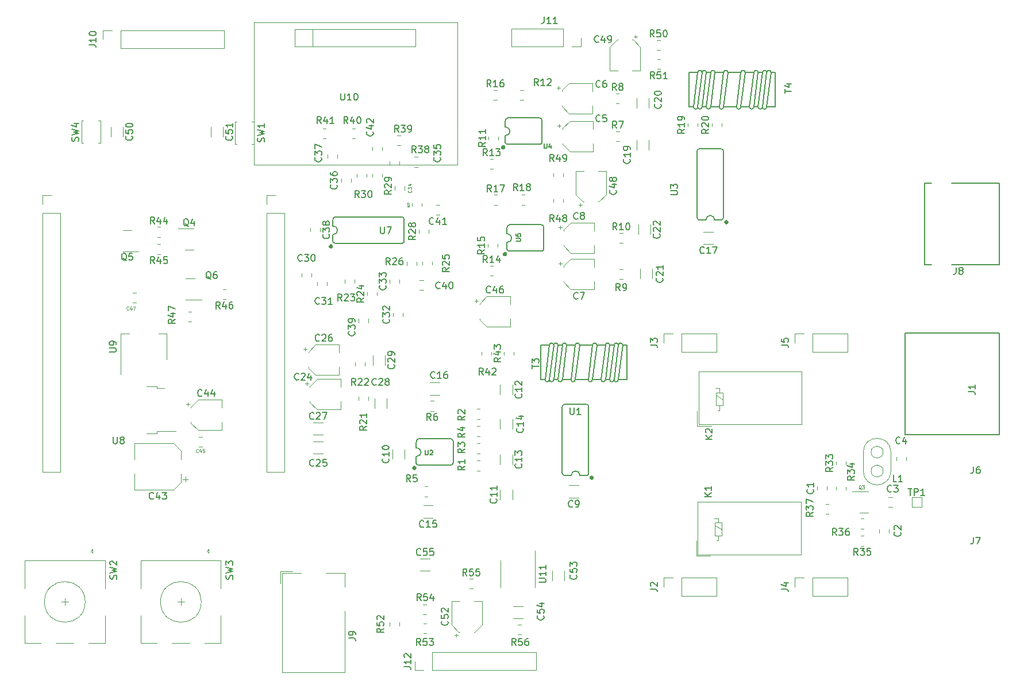
<source format=gbr>
%TF.GenerationSoftware,KiCad,Pcbnew,(6.0.10)*%
%TF.CreationDate,2023-02-15T21:48:18-05:00*%
%TF.ProjectId,SDR-Transceiver,5344522d-5472-4616-9e73-636569766572,rev?*%
%TF.SameCoordinates,Original*%
%TF.FileFunction,Legend,Top*%
%TF.FilePolarity,Positive*%
%FSLAX46Y46*%
G04 Gerber Fmt 4.6, Leading zero omitted, Abs format (unit mm)*
G04 Created by KiCad (PCBNEW (6.0.10)) date 2023-02-15 21:48:18*
%MOMM*%
%LPD*%
G01*
G04 APERTURE LIST*
%ADD10C,0.150000*%
%ADD11C,0.125000*%
%ADD12C,0.062500*%
%ADD13C,0.120000*%
%ADD14C,0.203200*%
%ADD15C,0.127000*%
G04 APERTURE END LIST*
D10*
%TO.C,R56*%
X146550142Y-139263380D02*
X146216809Y-138787190D01*
X145978714Y-139263380D02*
X145978714Y-138263380D01*
X146359666Y-138263380D01*
X146454904Y-138311000D01*
X146502523Y-138358619D01*
X146550142Y-138453857D01*
X146550142Y-138596714D01*
X146502523Y-138691952D01*
X146454904Y-138739571D01*
X146359666Y-138787190D01*
X145978714Y-138787190D01*
X147454904Y-138263380D02*
X146978714Y-138263380D01*
X146931095Y-138739571D01*
X146978714Y-138691952D01*
X147073952Y-138644333D01*
X147312047Y-138644333D01*
X147407285Y-138691952D01*
X147454904Y-138739571D01*
X147502523Y-138834809D01*
X147502523Y-139072904D01*
X147454904Y-139168142D01*
X147407285Y-139215761D01*
X147312047Y-139263380D01*
X147073952Y-139263380D01*
X146978714Y-139215761D01*
X146931095Y-139168142D01*
X148359666Y-138263380D02*
X148169190Y-138263380D01*
X148073952Y-138311000D01*
X148026333Y-138358619D01*
X147931095Y-138501476D01*
X147883476Y-138691952D01*
X147883476Y-139072904D01*
X147931095Y-139168142D01*
X147978714Y-139215761D01*
X148073952Y-139263380D01*
X148264428Y-139263380D01*
X148359666Y-139215761D01*
X148407285Y-139168142D01*
X148454904Y-139072904D01*
X148454904Y-138834809D01*
X148407285Y-138739571D01*
X148359666Y-138691952D01*
X148264428Y-138644333D01*
X148073952Y-138644333D01*
X147978714Y-138691952D01*
X147931095Y-138739571D01*
X147883476Y-138834809D01*
%TO.C,R55*%
X139334642Y-128977380D02*
X139001309Y-128501190D01*
X138763214Y-128977380D02*
X138763214Y-127977380D01*
X139144166Y-127977380D01*
X139239404Y-128025000D01*
X139287023Y-128072619D01*
X139334642Y-128167857D01*
X139334642Y-128310714D01*
X139287023Y-128405952D01*
X139239404Y-128453571D01*
X139144166Y-128501190D01*
X138763214Y-128501190D01*
X140239404Y-127977380D02*
X139763214Y-127977380D01*
X139715595Y-128453571D01*
X139763214Y-128405952D01*
X139858452Y-128358333D01*
X140096547Y-128358333D01*
X140191785Y-128405952D01*
X140239404Y-128453571D01*
X140287023Y-128548809D01*
X140287023Y-128786904D01*
X140239404Y-128882142D01*
X140191785Y-128929761D01*
X140096547Y-128977380D01*
X139858452Y-128977380D01*
X139763214Y-128929761D01*
X139715595Y-128882142D01*
X141191785Y-127977380D02*
X140715595Y-127977380D01*
X140667976Y-128453571D01*
X140715595Y-128405952D01*
X140810833Y-128358333D01*
X141048928Y-128358333D01*
X141144166Y-128405952D01*
X141191785Y-128453571D01*
X141239404Y-128548809D01*
X141239404Y-128786904D01*
X141191785Y-128882142D01*
X141144166Y-128929761D01*
X141048928Y-128977380D01*
X140810833Y-128977380D01*
X140715595Y-128929761D01*
X140667976Y-128882142D01*
%TO.C,R54*%
X132580142Y-132659380D02*
X132246809Y-132183190D01*
X132008714Y-132659380D02*
X132008714Y-131659380D01*
X132389666Y-131659380D01*
X132484904Y-131707000D01*
X132532523Y-131754619D01*
X132580142Y-131849857D01*
X132580142Y-131992714D01*
X132532523Y-132087952D01*
X132484904Y-132135571D01*
X132389666Y-132183190D01*
X132008714Y-132183190D01*
X133484904Y-131659380D02*
X133008714Y-131659380D01*
X132961095Y-132135571D01*
X133008714Y-132087952D01*
X133103952Y-132040333D01*
X133342047Y-132040333D01*
X133437285Y-132087952D01*
X133484904Y-132135571D01*
X133532523Y-132230809D01*
X133532523Y-132468904D01*
X133484904Y-132564142D01*
X133437285Y-132611761D01*
X133342047Y-132659380D01*
X133103952Y-132659380D01*
X133008714Y-132611761D01*
X132961095Y-132564142D01*
X134389666Y-131992714D02*
X134389666Y-132659380D01*
X134151571Y-131611761D02*
X133913476Y-132326047D01*
X134532523Y-132326047D01*
%TO.C,R53*%
X132508642Y-139263380D02*
X132175309Y-138787190D01*
X131937214Y-139263380D02*
X131937214Y-138263380D01*
X132318166Y-138263380D01*
X132413404Y-138311000D01*
X132461023Y-138358619D01*
X132508642Y-138453857D01*
X132508642Y-138596714D01*
X132461023Y-138691952D01*
X132413404Y-138739571D01*
X132318166Y-138787190D01*
X131937214Y-138787190D01*
X133413404Y-138263380D02*
X132937214Y-138263380D01*
X132889595Y-138739571D01*
X132937214Y-138691952D01*
X133032452Y-138644333D01*
X133270547Y-138644333D01*
X133365785Y-138691952D01*
X133413404Y-138739571D01*
X133461023Y-138834809D01*
X133461023Y-139072904D01*
X133413404Y-139168142D01*
X133365785Y-139215761D01*
X133270547Y-139263380D01*
X133032452Y-139263380D01*
X132937214Y-139215761D01*
X132889595Y-139168142D01*
X133794357Y-138263380D02*
X134413404Y-138263380D01*
X134080071Y-138644333D01*
X134222928Y-138644333D01*
X134318166Y-138691952D01*
X134365785Y-138739571D01*
X134413404Y-138834809D01*
X134413404Y-139072904D01*
X134365785Y-139168142D01*
X134318166Y-139215761D01*
X134222928Y-139263380D01*
X133937214Y-139263380D01*
X133841976Y-139215761D01*
X133794357Y-139168142D01*
%TO.C,R52*%
X127071380Y-136763357D02*
X126595190Y-137096690D01*
X127071380Y-137334785D02*
X126071380Y-137334785D01*
X126071380Y-136953833D01*
X126119000Y-136858595D01*
X126166619Y-136810976D01*
X126261857Y-136763357D01*
X126404714Y-136763357D01*
X126499952Y-136810976D01*
X126547571Y-136858595D01*
X126595190Y-136953833D01*
X126595190Y-137334785D01*
X126071380Y-135858595D02*
X126071380Y-136334785D01*
X126547571Y-136382404D01*
X126499952Y-136334785D01*
X126452333Y-136239547D01*
X126452333Y-136001452D01*
X126499952Y-135906214D01*
X126547571Y-135858595D01*
X126642809Y-135810976D01*
X126880904Y-135810976D01*
X126976142Y-135858595D01*
X127023761Y-135906214D01*
X127071380Y-136001452D01*
X127071380Y-136239547D01*
X127023761Y-136334785D01*
X126976142Y-136382404D01*
X126166619Y-135430023D02*
X126119000Y-135382404D01*
X126071380Y-135287166D01*
X126071380Y-135049071D01*
X126119000Y-134953833D01*
X126166619Y-134906214D01*
X126261857Y-134858595D01*
X126357095Y-134858595D01*
X126499952Y-134906214D01*
X127071380Y-135477642D01*
X127071380Y-134858595D01*
%TO.C,U11*%
X149947380Y-129954095D02*
X150756904Y-129954095D01*
X150852142Y-129906476D01*
X150899761Y-129858857D01*
X150947380Y-129763619D01*
X150947380Y-129573142D01*
X150899761Y-129477904D01*
X150852142Y-129430285D01*
X150756904Y-129382666D01*
X149947380Y-129382666D01*
X150947380Y-128382666D02*
X150947380Y-128954095D01*
X150947380Y-128668380D02*
X149947380Y-128668380D01*
X150090238Y-128763619D01*
X150185476Y-128858857D01*
X150233095Y-128954095D01*
X150947380Y-127430285D02*
X150947380Y-128001714D01*
X150947380Y-127716000D02*
X149947380Y-127716000D01*
X150090238Y-127811238D01*
X150185476Y-127906476D01*
X150233095Y-128001714D01*
%TO.C,J12*%
X130091380Y-142414523D02*
X130805666Y-142414523D01*
X130948523Y-142462142D01*
X131043761Y-142557380D01*
X131091380Y-142700238D01*
X131091380Y-142795476D01*
X131091380Y-141414523D02*
X131091380Y-141985952D01*
X131091380Y-141700238D02*
X130091380Y-141700238D01*
X130234238Y-141795476D01*
X130329476Y-141890714D01*
X130377095Y-141985952D01*
X130186619Y-141033571D02*
X130139000Y-140985952D01*
X130091380Y-140890714D01*
X130091380Y-140652619D01*
X130139000Y-140557380D01*
X130186619Y-140509761D01*
X130281857Y-140462142D01*
X130377095Y-140462142D01*
X130519952Y-140509761D01*
X131091380Y-141081190D01*
X131091380Y-140462142D01*
%TO.C,C55*%
X132531142Y-125888142D02*
X132483523Y-125935761D01*
X132340666Y-125983380D01*
X132245428Y-125983380D01*
X132102571Y-125935761D01*
X132007333Y-125840523D01*
X131959714Y-125745285D01*
X131912095Y-125554809D01*
X131912095Y-125411952D01*
X131959714Y-125221476D01*
X132007333Y-125126238D01*
X132102571Y-125031000D01*
X132245428Y-124983380D01*
X132340666Y-124983380D01*
X132483523Y-125031000D01*
X132531142Y-125078619D01*
X133435904Y-124983380D02*
X132959714Y-124983380D01*
X132912095Y-125459571D01*
X132959714Y-125411952D01*
X133054952Y-125364333D01*
X133293047Y-125364333D01*
X133388285Y-125411952D01*
X133435904Y-125459571D01*
X133483523Y-125554809D01*
X133483523Y-125792904D01*
X133435904Y-125888142D01*
X133388285Y-125935761D01*
X133293047Y-125983380D01*
X133054952Y-125983380D01*
X132959714Y-125935761D01*
X132912095Y-125888142D01*
X134388285Y-124983380D02*
X133912095Y-124983380D01*
X133864476Y-125459571D01*
X133912095Y-125411952D01*
X134007333Y-125364333D01*
X134245428Y-125364333D01*
X134340666Y-125411952D01*
X134388285Y-125459571D01*
X134435904Y-125554809D01*
X134435904Y-125792904D01*
X134388285Y-125888142D01*
X134340666Y-125935761D01*
X134245428Y-125983380D01*
X134007333Y-125983380D01*
X133912095Y-125935761D01*
X133864476Y-125888142D01*
%TO.C,C54*%
X150598142Y-134881857D02*
X150645761Y-134929476D01*
X150693380Y-135072333D01*
X150693380Y-135167571D01*
X150645761Y-135310428D01*
X150550523Y-135405666D01*
X150455285Y-135453285D01*
X150264809Y-135500904D01*
X150121952Y-135500904D01*
X149931476Y-135453285D01*
X149836238Y-135405666D01*
X149741000Y-135310428D01*
X149693380Y-135167571D01*
X149693380Y-135072333D01*
X149741000Y-134929476D01*
X149788619Y-134881857D01*
X149693380Y-133977095D02*
X149693380Y-134453285D01*
X150169571Y-134500904D01*
X150121952Y-134453285D01*
X150074333Y-134358047D01*
X150074333Y-134119952D01*
X150121952Y-134024714D01*
X150169571Y-133977095D01*
X150264809Y-133929476D01*
X150502904Y-133929476D01*
X150598142Y-133977095D01*
X150645761Y-134024714D01*
X150693380Y-134119952D01*
X150693380Y-134358047D01*
X150645761Y-134453285D01*
X150598142Y-134500904D01*
X150026714Y-133072333D02*
X150693380Y-133072333D01*
X149645761Y-133310428D02*
X150360047Y-133548523D01*
X150360047Y-132929476D01*
%TO.C,C53*%
X155424142Y-128885605D02*
X155471761Y-128933224D01*
X155519380Y-129076081D01*
X155519380Y-129171319D01*
X155471761Y-129314176D01*
X155376523Y-129409414D01*
X155281285Y-129457033D01*
X155090809Y-129504652D01*
X154947952Y-129504652D01*
X154757476Y-129457033D01*
X154662238Y-129409414D01*
X154567000Y-129314176D01*
X154519380Y-129171319D01*
X154519380Y-129076081D01*
X154567000Y-128933224D01*
X154614619Y-128885605D01*
X154519380Y-127980843D02*
X154519380Y-128457033D01*
X154995571Y-128504652D01*
X154947952Y-128457033D01*
X154900333Y-128361795D01*
X154900333Y-128123700D01*
X154947952Y-128028462D01*
X154995571Y-127980843D01*
X155090809Y-127933224D01*
X155328904Y-127933224D01*
X155424142Y-127980843D01*
X155471761Y-128028462D01*
X155519380Y-128123700D01*
X155519380Y-128361795D01*
X155471761Y-128457033D01*
X155424142Y-128504652D01*
X154519380Y-127599890D02*
X154519380Y-126980843D01*
X154900333Y-127314176D01*
X154900333Y-127171319D01*
X154947952Y-127076081D01*
X154995571Y-127028462D01*
X155090809Y-126980843D01*
X155328904Y-126980843D01*
X155424142Y-127028462D01*
X155471761Y-127076081D01*
X155519380Y-127171319D01*
X155519380Y-127457033D01*
X155471761Y-127552271D01*
X155424142Y-127599890D01*
%TO.C,C52*%
X136476142Y-135665857D02*
X136523761Y-135713476D01*
X136571380Y-135856333D01*
X136571380Y-135951571D01*
X136523761Y-136094428D01*
X136428523Y-136189666D01*
X136333285Y-136237285D01*
X136142809Y-136284904D01*
X135999952Y-136284904D01*
X135809476Y-136237285D01*
X135714238Y-136189666D01*
X135619000Y-136094428D01*
X135571380Y-135951571D01*
X135571380Y-135856333D01*
X135619000Y-135713476D01*
X135666619Y-135665857D01*
X135571380Y-134761095D02*
X135571380Y-135237285D01*
X136047571Y-135284904D01*
X135999952Y-135237285D01*
X135952333Y-135142047D01*
X135952333Y-134903952D01*
X135999952Y-134808714D01*
X136047571Y-134761095D01*
X136142809Y-134713476D01*
X136380904Y-134713476D01*
X136476142Y-134761095D01*
X136523761Y-134808714D01*
X136571380Y-134903952D01*
X136571380Y-135142047D01*
X136523761Y-135237285D01*
X136476142Y-135284904D01*
X135666619Y-134332523D02*
X135619000Y-134284904D01*
X135571380Y-134189666D01*
X135571380Y-133951571D01*
X135619000Y-133856333D01*
X135666619Y-133808714D01*
X135761857Y-133761095D01*
X135857095Y-133761095D01*
X135999952Y-133808714D01*
X136571380Y-134380142D01*
X136571380Y-133761095D01*
%TO.C,R20*%
X174951380Y-63150357D02*
X174475190Y-63483690D01*
X174951380Y-63721785D02*
X173951380Y-63721785D01*
X173951380Y-63340833D01*
X173999000Y-63245595D01*
X174046619Y-63197976D01*
X174141857Y-63150357D01*
X174284714Y-63150357D01*
X174379952Y-63197976D01*
X174427571Y-63245595D01*
X174475190Y-63340833D01*
X174475190Y-63721785D01*
X174046619Y-62769404D02*
X173999000Y-62721785D01*
X173951380Y-62626547D01*
X173951380Y-62388452D01*
X173999000Y-62293214D01*
X174046619Y-62245595D01*
X174141857Y-62197976D01*
X174237095Y-62197976D01*
X174379952Y-62245595D01*
X174951380Y-62817023D01*
X174951380Y-62197976D01*
X173951380Y-61578928D02*
X173951380Y-61483690D01*
X173999000Y-61388452D01*
X174046619Y-61340833D01*
X174141857Y-61293214D01*
X174332333Y-61245595D01*
X174570428Y-61245595D01*
X174760904Y-61293214D01*
X174856142Y-61340833D01*
X174903761Y-61388452D01*
X174951380Y-61483690D01*
X174951380Y-61578928D01*
X174903761Y-61674166D01*
X174856142Y-61721785D01*
X174760904Y-61769404D01*
X174570428Y-61817023D01*
X174332333Y-61817023D01*
X174141857Y-61769404D01*
X174046619Y-61721785D01*
X173999000Y-61674166D01*
X173951380Y-61578928D01*
%TO.C,C20*%
X167870142Y-59443857D02*
X167917761Y-59491476D01*
X167965380Y-59634333D01*
X167965380Y-59729571D01*
X167917761Y-59872428D01*
X167822523Y-59967666D01*
X167727285Y-60015285D01*
X167536809Y-60062904D01*
X167393952Y-60062904D01*
X167203476Y-60015285D01*
X167108238Y-59967666D01*
X167013000Y-59872428D01*
X166965380Y-59729571D01*
X166965380Y-59634333D01*
X167013000Y-59491476D01*
X167060619Y-59443857D01*
X167060619Y-59062904D02*
X167013000Y-59015285D01*
X166965380Y-58920047D01*
X166965380Y-58681952D01*
X167013000Y-58586714D01*
X167060619Y-58539095D01*
X167155857Y-58491476D01*
X167251095Y-58491476D01*
X167393952Y-58539095D01*
X167965380Y-59110523D01*
X167965380Y-58491476D01*
X166965380Y-57872428D02*
X166965380Y-57777190D01*
X167013000Y-57681952D01*
X167060619Y-57634333D01*
X167155857Y-57586714D01*
X167346333Y-57539095D01*
X167584428Y-57539095D01*
X167774904Y-57586714D01*
X167870142Y-57634333D01*
X167917761Y-57681952D01*
X167965380Y-57777190D01*
X167965380Y-57872428D01*
X167917761Y-57967666D01*
X167870142Y-58015285D01*
X167774904Y-58062904D01*
X167584428Y-58110523D01*
X167346333Y-58110523D01*
X167155857Y-58062904D01*
X167060619Y-58015285D01*
X167013000Y-57967666D01*
X166965380Y-57872428D01*
%TO.C,R45*%
X93313642Y-82952380D02*
X92980309Y-82476190D01*
X92742214Y-82952380D02*
X92742214Y-81952380D01*
X93123166Y-81952380D01*
X93218404Y-82000000D01*
X93266023Y-82047619D01*
X93313642Y-82142857D01*
X93313642Y-82285714D01*
X93266023Y-82380952D01*
X93218404Y-82428571D01*
X93123166Y-82476190D01*
X92742214Y-82476190D01*
X94170785Y-82285714D02*
X94170785Y-82952380D01*
X93932690Y-81904761D02*
X93694595Y-82619047D01*
X94313642Y-82619047D01*
X95170785Y-81952380D02*
X94694595Y-81952380D01*
X94646976Y-82428571D01*
X94694595Y-82380952D01*
X94789833Y-82333333D01*
X95027928Y-82333333D01*
X95123166Y-82380952D01*
X95170785Y-82428571D01*
X95218404Y-82523809D01*
X95218404Y-82761904D01*
X95170785Y-82857142D01*
X95123166Y-82904761D01*
X95027928Y-82952380D01*
X94789833Y-82952380D01*
X94694595Y-82904761D01*
X94646976Y-82857142D01*
%TO.C,C19*%
X163298142Y-67571857D02*
X163345761Y-67619476D01*
X163393380Y-67762333D01*
X163393380Y-67857571D01*
X163345761Y-68000428D01*
X163250523Y-68095666D01*
X163155285Y-68143285D01*
X162964809Y-68190904D01*
X162821952Y-68190904D01*
X162631476Y-68143285D01*
X162536238Y-68095666D01*
X162441000Y-68000428D01*
X162393380Y-67857571D01*
X162393380Y-67762333D01*
X162441000Y-67619476D01*
X162488619Y-67571857D01*
X163393380Y-66619476D02*
X163393380Y-67190904D01*
X163393380Y-66905190D02*
X162393380Y-66905190D01*
X162536238Y-67000428D01*
X162631476Y-67095666D01*
X162679095Y-67190904D01*
X163393380Y-66143285D02*
X163393380Y-65952809D01*
X163345761Y-65857571D01*
X163298142Y-65809952D01*
X163155285Y-65714714D01*
X162964809Y-65667095D01*
X162583857Y-65667095D01*
X162488619Y-65714714D01*
X162441000Y-65762333D01*
X162393380Y-65857571D01*
X162393380Y-66048047D01*
X162441000Y-66143285D01*
X162488619Y-66190904D01*
X162583857Y-66238523D01*
X162821952Y-66238523D01*
X162917190Y-66190904D01*
X162964809Y-66143285D01*
X163012428Y-66048047D01*
X163012428Y-65857571D01*
X162964809Y-65762333D01*
X162917190Y-65714714D01*
X162821952Y-65667095D01*
%TO.C,U2*%
X133197666Y-110487666D02*
X133197666Y-111054333D01*
X133231000Y-111121000D01*
X133264333Y-111154333D01*
X133331000Y-111187666D01*
X133464333Y-111187666D01*
X133531000Y-111154333D01*
X133564333Y-111121000D01*
X133597666Y-111054333D01*
X133597666Y-110487666D01*
X133897666Y-110554333D02*
X133931000Y-110521000D01*
X133997666Y-110487666D01*
X134164333Y-110487666D01*
X134231000Y-110521000D01*
X134264333Y-110554333D01*
X134297666Y-110621000D01*
X134297666Y-110687666D01*
X134264333Y-110787666D01*
X133864333Y-111187666D01*
X134297666Y-111187666D01*
%TO.C,R23*%
X120896142Y-88463380D02*
X120562809Y-87987190D01*
X120324714Y-88463380D02*
X120324714Y-87463380D01*
X120705666Y-87463380D01*
X120800904Y-87511000D01*
X120848523Y-87558619D01*
X120896142Y-87653857D01*
X120896142Y-87796714D01*
X120848523Y-87891952D01*
X120800904Y-87939571D01*
X120705666Y-87987190D01*
X120324714Y-87987190D01*
X121277095Y-87558619D02*
X121324714Y-87511000D01*
X121419952Y-87463380D01*
X121658047Y-87463380D01*
X121753285Y-87511000D01*
X121800904Y-87558619D01*
X121848523Y-87653857D01*
X121848523Y-87749095D01*
X121800904Y-87891952D01*
X121229476Y-88463380D01*
X121848523Y-88463380D01*
X122181857Y-87463380D02*
X122800904Y-87463380D01*
X122467571Y-87844333D01*
X122610428Y-87844333D01*
X122705666Y-87891952D01*
X122753285Y-87939571D01*
X122800904Y-88034809D01*
X122800904Y-88272904D01*
X122753285Y-88368142D01*
X122705666Y-88415761D01*
X122610428Y-88463380D01*
X122324714Y-88463380D01*
X122229476Y-88415761D01*
X122181857Y-88368142D01*
%TO.C,U1*%
X154559095Y-104227380D02*
X154559095Y-105036904D01*
X154606714Y-105132142D01*
X154654333Y-105179761D01*
X154749571Y-105227380D01*
X154940047Y-105227380D01*
X155035285Y-105179761D01*
X155082904Y-105132142D01*
X155130523Y-105036904D01*
X155130523Y-104227380D01*
X156130523Y-105227380D02*
X155559095Y-105227380D01*
X155844809Y-105227380D02*
X155844809Y-104227380D01*
X155749571Y-104370238D01*
X155654333Y-104465476D01*
X155559095Y-104513095D01*
%TO.C,R22*%
X122928142Y-100909380D02*
X122594809Y-100433190D01*
X122356714Y-100909380D02*
X122356714Y-99909380D01*
X122737666Y-99909380D01*
X122832904Y-99957000D01*
X122880523Y-100004619D01*
X122928142Y-100099857D01*
X122928142Y-100242714D01*
X122880523Y-100337952D01*
X122832904Y-100385571D01*
X122737666Y-100433190D01*
X122356714Y-100433190D01*
X123309095Y-100004619D02*
X123356714Y-99957000D01*
X123451952Y-99909380D01*
X123690047Y-99909380D01*
X123785285Y-99957000D01*
X123832904Y-100004619D01*
X123880523Y-100099857D01*
X123880523Y-100195095D01*
X123832904Y-100337952D01*
X123261476Y-100909380D01*
X123880523Y-100909380D01*
X124261476Y-100004619D02*
X124309095Y-99957000D01*
X124404333Y-99909380D01*
X124642428Y-99909380D01*
X124737666Y-99957000D01*
X124785285Y-100004619D01*
X124832904Y-100099857D01*
X124832904Y-100195095D01*
X124785285Y-100337952D01*
X124213857Y-100909380D01*
X124832904Y-100909380D01*
%TO.C,R5*%
X131024333Y-115133380D02*
X130691000Y-114657190D01*
X130452904Y-115133380D02*
X130452904Y-114133380D01*
X130833857Y-114133380D01*
X130929095Y-114181000D01*
X130976714Y-114228619D01*
X131024333Y-114323857D01*
X131024333Y-114466714D01*
X130976714Y-114561952D01*
X130929095Y-114609571D01*
X130833857Y-114657190D01*
X130452904Y-114657190D01*
X131929095Y-114133380D02*
X131452904Y-114133380D01*
X131405285Y-114609571D01*
X131452904Y-114561952D01*
X131548142Y-114514333D01*
X131786238Y-114514333D01*
X131881476Y-114561952D01*
X131929095Y-114609571D01*
X131976714Y-114704809D01*
X131976714Y-114942904D01*
X131929095Y-115038142D01*
X131881476Y-115085761D01*
X131786238Y-115133380D01*
X131548142Y-115133380D01*
X131452904Y-115085761D01*
X131405285Y-115038142D01*
%TO.C,R19*%
X171395380Y-63150357D02*
X170919190Y-63483690D01*
X171395380Y-63721785D02*
X170395380Y-63721785D01*
X170395380Y-63340833D01*
X170443000Y-63245595D01*
X170490619Y-63197976D01*
X170585857Y-63150357D01*
X170728714Y-63150357D01*
X170823952Y-63197976D01*
X170871571Y-63245595D01*
X170919190Y-63340833D01*
X170919190Y-63721785D01*
X171395380Y-62197976D02*
X171395380Y-62769404D01*
X171395380Y-62483690D02*
X170395380Y-62483690D01*
X170538238Y-62578928D01*
X170633476Y-62674166D01*
X170681095Y-62769404D01*
X171395380Y-61721785D02*
X171395380Y-61531309D01*
X171347761Y-61436071D01*
X171300142Y-61388452D01*
X171157285Y-61293214D01*
X170966809Y-61245595D01*
X170585857Y-61245595D01*
X170490619Y-61293214D01*
X170443000Y-61340833D01*
X170395380Y-61436071D01*
X170395380Y-61626547D01*
X170443000Y-61721785D01*
X170490619Y-61769404D01*
X170585857Y-61817023D01*
X170823952Y-61817023D01*
X170919190Y-61769404D01*
X170966809Y-61721785D01*
X171014428Y-61626547D01*
X171014428Y-61436071D01*
X170966809Y-61340833D01*
X170919190Y-61293214D01*
X170823952Y-61245595D01*
%TO.C,R47*%
X96337380Y-91193857D02*
X95861190Y-91527190D01*
X96337380Y-91765285D02*
X95337380Y-91765285D01*
X95337380Y-91384333D01*
X95385000Y-91289095D01*
X95432619Y-91241476D01*
X95527857Y-91193857D01*
X95670714Y-91193857D01*
X95765952Y-91241476D01*
X95813571Y-91289095D01*
X95861190Y-91384333D01*
X95861190Y-91765285D01*
X95670714Y-90336714D02*
X96337380Y-90336714D01*
X95289761Y-90574809D02*
X96004047Y-90812904D01*
X96004047Y-90193857D01*
X95337380Y-89908142D02*
X95337380Y-89241476D01*
X96337380Y-89670047D01*
%TO.C,C44*%
X100300142Y-102440142D02*
X100252523Y-102487761D01*
X100109666Y-102535380D01*
X100014428Y-102535380D01*
X99871571Y-102487761D01*
X99776333Y-102392523D01*
X99728714Y-102297285D01*
X99681095Y-102106809D01*
X99681095Y-101963952D01*
X99728714Y-101773476D01*
X99776333Y-101678238D01*
X99871571Y-101583000D01*
X100014428Y-101535380D01*
X100109666Y-101535380D01*
X100252523Y-101583000D01*
X100300142Y-101630619D01*
X101157285Y-101868714D02*
X101157285Y-102535380D01*
X100919190Y-101487761D02*
X100681095Y-102202047D01*
X101300142Y-102202047D01*
X102109666Y-101868714D02*
X102109666Y-102535380D01*
X101871571Y-101487761D02*
X101633476Y-102202047D01*
X102252523Y-102202047D01*
%TO.C,R51*%
X166973642Y-55697380D02*
X166640309Y-55221190D01*
X166402214Y-55697380D02*
X166402214Y-54697380D01*
X166783166Y-54697380D01*
X166878404Y-54745000D01*
X166926023Y-54792619D01*
X166973642Y-54887857D01*
X166973642Y-55030714D01*
X166926023Y-55125952D01*
X166878404Y-55173571D01*
X166783166Y-55221190D01*
X166402214Y-55221190D01*
X167878404Y-54697380D02*
X167402214Y-54697380D01*
X167354595Y-55173571D01*
X167402214Y-55125952D01*
X167497452Y-55078333D01*
X167735547Y-55078333D01*
X167830785Y-55125952D01*
X167878404Y-55173571D01*
X167926023Y-55268809D01*
X167926023Y-55506904D01*
X167878404Y-55602142D01*
X167830785Y-55649761D01*
X167735547Y-55697380D01*
X167497452Y-55697380D01*
X167402214Y-55649761D01*
X167354595Y-55602142D01*
X168878404Y-55697380D02*
X168306976Y-55697380D01*
X168592690Y-55697380D02*
X168592690Y-54697380D01*
X168497452Y-54840238D01*
X168402214Y-54935476D01*
X168306976Y-54983095D01*
%TO.C,R36*%
X193796942Y-123027880D02*
X193463609Y-122551690D01*
X193225514Y-123027880D02*
X193225514Y-122027880D01*
X193606466Y-122027880D01*
X193701704Y-122075500D01*
X193749323Y-122123119D01*
X193796942Y-122218357D01*
X193796942Y-122361214D01*
X193749323Y-122456452D01*
X193701704Y-122504071D01*
X193606466Y-122551690D01*
X193225514Y-122551690D01*
X194130276Y-122027880D02*
X194749323Y-122027880D01*
X194415990Y-122408833D01*
X194558847Y-122408833D01*
X194654085Y-122456452D01*
X194701704Y-122504071D01*
X194749323Y-122599309D01*
X194749323Y-122837404D01*
X194701704Y-122932642D01*
X194654085Y-122980261D01*
X194558847Y-123027880D01*
X194273133Y-123027880D01*
X194177895Y-122980261D01*
X194130276Y-122932642D01*
X195606466Y-122027880D02*
X195415990Y-122027880D01*
X195320752Y-122075500D01*
X195273133Y-122123119D01*
X195177895Y-122265976D01*
X195130276Y-122456452D01*
X195130276Y-122837404D01*
X195177895Y-122932642D01*
X195225514Y-122980261D01*
X195320752Y-123027880D01*
X195511228Y-123027880D01*
X195606466Y-122980261D01*
X195654085Y-122932642D01*
X195701704Y-122837404D01*
X195701704Y-122599309D01*
X195654085Y-122504071D01*
X195606466Y-122456452D01*
X195511228Y-122408833D01*
X195320752Y-122408833D01*
X195225514Y-122456452D01*
X195177895Y-122504071D01*
X195130276Y-122599309D01*
%TO.C,R14*%
X142344142Y-82796380D02*
X142010809Y-82320190D01*
X141772714Y-82796380D02*
X141772714Y-81796380D01*
X142153666Y-81796380D01*
X142248904Y-81844000D01*
X142296523Y-81891619D01*
X142344142Y-81986857D01*
X142344142Y-82129714D01*
X142296523Y-82224952D01*
X142248904Y-82272571D01*
X142153666Y-82320190D01*
X141772714Y-82320190D01*
X143296523Y-82796380D02*
X142725095Y-82796380D01*
X143010809Y-82796380D02*
X143010809Y-81796380D01*
X142915571Y-81939238D01*
X142820333Y-82034476D01*
X142725095Y-82082095D01*
X144153666Y-82129714D02*
X144153666Y-82796380D01*
X143915571Y-81748761D02*
X143677476Y-82463047D01*
X144296523Y-82463047D01*
%TO.C,J7*%
X213955606Y-123306020D02*
X213955606Y-124020306D01*
X213907987Y-124163163D01*
X213812749Y-124258401D01*
X213669892Y-124306020D01*
X213574654Y-124306020D01*
X214336559Y-123306020D02*
X215003225Y-123306020D01*
X214574654Y-124306020D01*
%TO.C,C37*%
X117832142Y-67317857D02*
X117879761Y-67365476D01*
X117927380Y-67508333D01*
X117927380Y-67603571D01*
X117879761Y-67746428D01*
X117784523Y-67841666D01*
X117689285Y-67889285D01*
X117498809Y-67936904D01*
X117355952Y-67936904D01*
X117165476Y-67889285D01*
X117070238Y-67841666D01*
X116975000Y-67746428D01*
X116927380Y-67603571D01*
X116927380Y-67508333D01*
X116975000Y-67365476D01*
X117022619Y-67317857D01*
X116927380Y-66984523D02*
X116927380Y-66365476D01*
X117308333Y-66698809D01*
X117308333Y-66555952D01*
X117355952Y-66460714D01*
X117403571Y-66413095D01*
X117498809Y-66365476D01*
X117736904Y-66365476D01*
X117832142Y-66413095D01*
X117879761Y-66460714D01*
X117927380Y-66555952D01*
X117927380Y-66841666D01*
X117879761Y-66936904D01*
X117832142Y-66984523D01*
X116927380Y-66032142D02*
X116927380Y-65365476D01*
X117927380Y-65794047D01*
%TO.C,J8*%
X211415666Y-83541380D02*
X211415666Y-84255666D01*
X211368047Y-84398523D01*
X211272809Y-84493761D01*
X211129952Y-84541380D01*
X211034714Y-84541380D01*
X212034714Y-83969952D02*
X211939476Y-83922333D01*
X211891857Y-83874714D01*
X211844238Y-83779476D01*
X211844238Y-83731857D01*
X211891857Y-83636619D01*
X211939476Y-83589000D01*
X212034714Y-83541380D01*
X212225190Y-83541380D01*
X212320428Y-83589000D01*
X212368047Y-83636619D01*
X212415666Y-83731857D01*
X212415666Y-83779476D01*
X212368047Y-83874714D01*
X212320428Y-83922333D01*
X212225190Y-83969952D01*
X212034714Y-83969952D01*
X211939476Y-84017571D01*
X211891857Y-84065190D01*
X211844238Y-84160428D01*
X211844238Y-84350904D01*
X211891857Y-84446142D01*
X211939476Y-84493761D01*
X212034714Y-84541380D01*
X212225190Y-84541380D01*
X212320428Y-84493761D01*
X212368047Y-84446142D01*
X212415666Y-84350904D01*
X212415666Y-84160428D01*
X212368047Y-84065190D01*
X212320428Y-84017571D01*
X212225190Y-83969952D01*
%TO.C,R2*%
X139009380Y-105449666D02*
X138533190Y-105783000D01*
X139009380Y-106021095D02*
X138009380Y-106021095D01*
X138009380Y-105640142D01*
X138057000Y-105544904D01*
X138104619Y-105497285D01*
X138199857Y-105449666D01*
X138342714Y-105449666D01*
X138437952Y-105497285D01*
X138485571Y-105544904D01*
X138533190Y-105640142D01*
X138533190Y-106021095D01*
X138104619Y-105068714D02*
X138057000Y-105021095D01*
X138009380Y-104925857D01*
X138009380Y-104687761D01*
X138057000Y-104592523D01*
X138104619Y-104544904D01*
X138199857Y-104497285D01*
X138295095Y-104497285D01*
X138437952Y-104544904D01*
X139009380Y-105116333D01*
X139009380Y-104497285D01*
%TO.C,J11*%
X150701476Y-46569380D02*
X150701476Y-47283666D01*
X150653857Y-47426523D01*
X150558619Y-47521761D01*
X150415761Y-47569380D01*
X150320523Y-47569380D01*
X151701476Y-47569380D02*
X151130047Y-47569380D01*
X151415761Y-47569380D02*
X151415761Y-46569380D01*
X151320523Y-46712238D01*
X151225285Y-46807476D01*
X151130047Y-46855095D01*
X152653857Y-47569380D02*
X152082428Y-47569380D01*
X152368142Y-47569380D02*
X152368142Y-46569380D01*
X152272904Y-46712238D01*
X152177666Y-46807476D01*
X152082428Y-46855095D01*
%TO.C,R42*%
X141724142Y-99385380D02*
X141390809Y-98909190D01*
X141152714Y-99385380D02*
X141152714Y-98385380D01*
X141533666Y-98385380D01*
X141628904Y-98433000D01*
X141676523Y-98480619D01*
X141724142Y-98575857D01*
X141724142Y-98718714D01*
X141676523Y-98813952D01*
X141628904Y-98861571D01*
X141533666Y-98909190D01*
X141152714Y-98909190D01*
X142581285Y-98718714D02*
X142581285Y-99385380D01*
X142343190Y-98337761D02*
X142105095Y-99052047D01*
X142724142Y-99052047D01*
X143057476Y-98480619D02*
X143105095Y-98433000D01*
X143200333Y-98385380D01*
X143438428Y-98385380D01*
X143533666Y-98433000D01*
X143581285Y-98480619D01*
X143628904Y-98575857D01*
X143628904Y-98671095D01*
X143581285Y-98813952D01*
X143009857Y-99385380D01*
X143628904Y-99385380D01*
%TO.C,R15*%
X141931380Y-80930357D02*
X141455190Y-81263690D01*
X141931380Y-81501785D02*
X140931380Y-81501785D01*
X140931380Y-81120833D01*
X140979000Y-81025595D01*
X141026619Y-80977976D01*
X141121857Y-80930357D01*
X141264714Y-80930357D01*
X141359952Y-80977976D01*
X141407571Y-81025595D01*
X141455190Y-81120833D01*
X141455190Y-81501785D01*
X141931380Y-79977976D02*
X141931380Y-80549404D01*
X141931380Y-80263690D02*
X140931380Y-80263690D01*
X141074238Y-80358928D01*
X141169476Y-80454166D01*
X141217095Y-80549404D01*
X140931380Y-79073214D02*
X140931380Y-79549404D01*
X141407571Y-79597023D01*
X141359952Y-79549404D01*
X141312333Y-79454166D01*
X141312333Y-79216071D01*
X141359952Y-79120833D01*
X141407571Y-79073214D01*
X141502809Y-79025595D01*
X141740904Y-79025595D01*
X141836142Y-79073214D01*
X141883761Y-79120833D01*
X141931380Y-79216071D01*
X141931380Y-79454166D01*
X141883761Y-79549404D01*
X141836142Y-79597023D01*
%TO.C,C25*%
X116783142Y-112752142D02*
X116735523Y-112799761D01*
X116592666Y-112847380D01*
X116497428Y-112847380D01*
X116354571Y-112799761D01*
X116259333Y-112704523D01*
X116211714Y-112609285D01*
X116164095Y-112418809D01*
X116164095Y-112275952D01*
X116211714Y-112085476D01*
X116259333Y-111990238D01*
X116354571Y-111895000D01*
X116497428Y-111847380D01*
X116592666Y-111847380D01*
X116735523Y-111895000D01*
X116783142Y-111942619D01*
X117164095Y-111942619D02*
X117211714Y-111895000D01*
X117306952Y-111847380D01*
X117545047Y-111847380D01*
X117640285Y-111895000D01*
X117687904Y-111942619D01*
X117735523Y-112037857D01*
X117735523Y-112133095D01*
X117687904Y-112275952D01*
X117116476Y-112847380D01*
X117735523Y-112847380D01*
X118640285Y-111847380D02*
X118164095Y-111847380D01*
X118116476Y-112323571D01*
X118164095Y-112275952D01*
X118259333Y-112228333D01*
X118497428Y-112228333D01*
X118592666Y-112275952D01*
X118640285Y-112323571D01*
X118687904Y-112418809D01*
X118687904Y-112656904D01*
X118640285Y-112752142D01*
X118592666Y-112799761D01*
X118497428Y-112847380D01*
X118259333Y-112847380D01*
X118164095Y-112799761D01*
X118116476Y-112752142D01*
%TO.C,C15*%
X132984142Y-121742456D02*
X132936523Y-121790075D01*
X132793666Y-121837694D01*
X132698428Y-121837694D01*
X132555571Y-121790075D01*
X132460333Y-121694837D01*
X132412714Y-121599599D01*
X132365095Y-121409123D01*
X132365095Y-121266266D01*
X132412714Y-121075790D01*
X132460333Y-120980552D01*
X132555571Y-120885314D01*
X132698428Y-120837694D01*
X132793666Y-120837694D01*
X132936523Y-120885314D01*
X132984142Y-120932933D01*
X133936523Y-121837694D02*
X133365095Y-121837694D01*
X133650809Y-121837694D02*
X133650809Y-120837694D01*
X133555571Y-120980552D01*
X133460333Y-121075790D01*
X133365095Y-121123409D01*
X134841285Y-120837694D02*
X134365095Y-120837694D01*
X134317476Y-121313885D01*
X134365095Y-121266266D01*
X134460333Y-121218647D01*
X134698428Y-121218647D01*
X134793666Y-121266266D01*
X134841285Y-121313885D01*
X134888904Y-121409123D01*
X134888904Y-121647218D01*
X134841285Y-121742456D01*
X134793666Y-121790075D01*
X134698428Y-121837694D01*
X134460333Y-121837694D01*
X134365095Y-121790075D01*
X134317476Y-121742456D01*
%TO.C,C14*%
X147550142Y-107264451D02*
X147597761Y-107312070D01*
X147645380Y-107454927D01*
X147645380Y-107550165D01*
X147597761Y-107693022D01*
X147502523Y-107788260D01*
X147407285Y-107835879D01*
X147216809Y-107883498D01*
X147073952Y-107883498D01*
X146883476Y-107835879D01*
X146788238Y-107788260D01*
X146693000Y-107693022D01*
X146645380Y-107550165D01*
X146645380Y-107454927D01*
X146693000Y-107312070D01*
X146740619Y-107264451D01*
X147645380Y-106312070D02*
X147645380Y-106883498D01*
X147645380Y-106597784D02*
X146645380Y-106597784D01*
X146788238Y-106693022D01*
X146883476Y-106788260D01*
X146931095Y-106883498D01*
X146978714Y-105454927D02*
X147645380Y-105454927D01*
X146597761Y-105693022D02*
X147312047Y-105931117D01*
X147312047Y-105312070D01*
%TO.C,R33*%
X193242180Y-113029857D02*
X192765990Y-113363190D01*
X193242180Y-113601285D02*
X192242180Y-113601285D01*
X192242180Y-113220333D01*
X192289800Y-113125095D01*
X192337419Y-113077476D01*
X192432657Y-113029857D01*
X192575514Y-113029857D01*
X192670752Y-113077476D01*
X192718371Y-113125095D01*
X192765990Y-113220333D01*
X192765990Y-113601285D01*
X192242180Y-112696523D02*
X192242180Y-112077476D01*
X192623133Y-112410809D01*
X192623133Y-112267952D01*
X192670752Y-112172714D01*
X192718371Y-112125095D01*
X192813609Y-112077476D01*
X193051704Y-112077476D01*
X193146942Y-112125095D01*
X193194561Y-112172714D01*
X193242180Y-112267952D01*
X193242180Y-112553666D01*
X193194561Y-112648904D01*
X193146942Y-112696523D01*
X192242180Y-111744142D02*
X192242180Y-111125095D01*
X192623133Y-111458428D01*
X192623133Y-111315571D01*
X192670752Y-111220333D01*
X192718371Y-111172714D01*
X192813609Y-111125095D01*
X193051704Y-111125095D01*
X193146942Y-111172714D01*
X193194561Y-111220333D01*
X193242180Y-111315571D01*
X193242180Y-111601285D01*
X193194561Y-111696523D01*
X193146942Y-111744142D01*
%TO.C,R43*%
X144315380Y-96836357D02*
X143839190Y-97169690D01*
X144315380Y-97407785D02*
X143315380Y-97407785D01*
X143315380Y-97026833D01*
X143363000Y-96931595D01*
X143410619Y-96883976D01*
X143505857Y-96836357D01*
X143648714Y-96836357D01*
X143743952Y-96883976D01*
X143791571Y-96931595D01*
X143839190Y-97026833D01*
X143839190Y-97407785D01*
X143648714Y-95979214D02*
X144315380Y-95979214D01*
X143267761Y-96217309D02*
X143982047Y-96455404D01*
X143982047Y-95836357D01*
X143315380Y-95550642D02*
X143315380Y-94931595D01*
X143696333Y-95264928D01*
X143696333Y-95122071D01*
X143743952Y-95026833D01*
X143791571Y-94979214D01*
X143886809Y-94931595D01*
X144124904Y-94931595D01*
X144220142Y-94979214D01*
X144267761Y-95026833D01*
X144315380Y-95122071D01*
X144315380Y-95407785D01*
X144267761Y-95503023D01*
X144220142Y-95550642D01*
%TO.C,K1*%
X175334180Y-117339595D02*
X174334180Y-117339595D01*
X175334180Y-116768166D02*
X174762752Y-117196738D01*
X174334180Y-116768166D02*
X174905609Y-117339595D01*
X175334180Y-115815785D02*
X175334180Y-116387214D01*
X175334180Y-116101500D02*
X174334180Y-116101500D01*
X174477038Y-116196738D01*
X174572276Y-116291976D01*
X174619895Y-116387214D01*
%TO.C,J10*%
X83697380Y-50695523D02*
X84411666Y-50695523D01*
X84554523Y-50743142D01*
X84649761Y-50838380D01*
X84697380Y-50981238D01*
X84697380Y-51076476D01*
X84697380Y-49695523D02*
X84697380Y-50266952D01*
X84697380Y-49981238D02*
X83697380Y-49981238D01*
X83840238Y-50076476D01*
X83935476Y-50171714D01*
X83983095Y-50266952D01*
X83697380Y-49076476D02*
X83697380Y-48981238D01*
X83745000Y-48886000D01*
X83792619Y-48838380D01*
X83887857Y-48790761D01*
X84078333Y-48743142D01*
X84316428Y-48743142D01*
X84506904Y-48790761D01*
X84602142Y-48838380D01*
X84649761Y-48886000D01*
X84697380Y-48981238D01*
X84697380Y-49076476D01*
X84649761Y-49171714D01*
X84602142Y-49219333D01*
X84506904Y-49266952D01*
X84316428Y-49314571D01*
X84078333Y-49314571D01*
X83887857Y-49266952D01*
X83792619Y-49219333D01*
X83745000Y-49171714D01*
X83697380Y-49076476D01*
D11*
%TO.C,C34*%
X131115571Y-72147928D02*
X131139380Y-72171738D01*
X131163190Y-72243166D01*
X131163190Y-72290785D01*
X131139380Y-72362214D01*
X131091761Y-72409833D01*
X131044142Y-72433642D01*
X130948904Y-72457452D01*
X130877476Y-72457452D01*
X130782238Y-72433642D01*
X130734619Y-72409833D01*
X130687000Y-72362214D01*
X130663190Y-72290785D01*
X130663190Y-72243166D01*
X130687000Y-72171738D01*
X130710809Y-72147928D01*
X130663190Y-71981261D02*
X130663190Y-71671738D01*
X130853666Y-71838404D01*
X130853666Y-71766976D01*
X130877476Y-71719357D01*
X130901285Y-71695547D01*
X130948904Y-71671738D01*
X131067952Y-71671738D01*
X131115571Y-71695547D01*
X131139380Y-71719357D01*
X131163190Y-71766976D01*
X131163190Y-71909833D01*
X131139380Y-71957452D01*
X131115571Y-71981261D01*
X130829857Y-71243166D02*
X131163190Y-71243166D01*
X130639380Y-71362214D02*
X130996523Y-71481261D01*
X130996523Y-71171738D01*
D10*
%TO.C,R48*%
X152138142Y-76779380D02*
X151804809Y-76303190D01*
X151566714Y-76779380D02*
X151566714Y-75779380D01*
X151947666Y-75779380D01*
X152042904Y-75827000D01*
X152090523Y-75874619D01*
X152138142Y-75969857D01*
X152138142Y-76112714D01*
X152090523Y-76207952D01*
X152042904Y-76255571D01*
X151947666Y-76303190D01*
X151566714Y-76303190D01*
X152995285Y-76112714D02*
X152995285Y-76779380D01*
X152757190Y-75731761D02*
X152519095Y-76446047D01*
X153138142Y-76446047D01*
X153661952Y-76207952D02*
X153566714Y-76160333D01*
X153519095Y-76112714D01*
X153471476Y-76017476D01*
X153471476Y-75969857D01*
X153519095Y-75874619D01*
X153566714Y-75827000D01*
X153661952Y-75779380D01*
X153852428Y-75779380D01*
X153947666Y-75827000D01*
X153995285Y-75874619D01*
X154042904Y-75969857D01*
X154042904Y-76017476D01*
X153995285Y-76112714D01*
X153947666Y-76160333D01*
X153852428Y-76207952D01*
X153661952Y-76207952D01*
X153566714Y-76255571D01*
X153519095Y-76303190D01*
X153471476Y-76398428D01*
X153471476Y-76588904D01*
X153519095Y-76684142D01*
X153566714Y-76731761D01*
X153661952Y-76779380D01*
X153852428Y-76779380D01*
X153947666Y-76731761D01*
X153995285Y-76684142D01*
X154042904Y-76588904D01*
X154042904Y-76398428D01*
X153995285Y-76303190D01*
X153947666Y-76255571D01*
X153852428Y-76207952D01*
%TO.C,C22*%
X167688142Y-78589857D02*
X167735761Y-78637476D01*
X167783380Y-78780333D01*
X167783380Y-78875571D01*
X167735761Y-79018428D01*
X167640523Y-79113666D01*
X167545285Y-79161285D01*
X167354809Y-79208904D01*
X167211952Y-79208904D01*
X167021476Y-79161285D01*
X166926238Y-79113666D01*
X166831000Y-79018428D01*
X166783380Y-78875571D01*
X166783380Y-78780333D01*
X166831000Y-78637476D01*
X166878619Y-78589857D01*
X166878619Y-78208904D02*
X166831000Y-78161285D01*
X166783380Y-78066047D01*
X166783380Y-77827952D01*
X166831000Y-77732714D01*
X166878619Y-77685095D01*
X166973857Y-77637476D01*
X167069095Y-77637476D01*
X167211952Y-77685095D01*
X167783380Y-78256523D01*
X167783380Y-77637476D01*
X166878619Y-77256523D02*
X166831000Y-77208904D01*
X166783380Y-77113666D01*
X166783380Y-76875571D01*
X166831000Y-76780333D01*
X166878619Y-76732714D01*
X166973857Y-76685095D01*
X167069095Y-76685095D01*
X167211952Y-76732714D01*
X167783380Y-77304142D01*
X167783380Y-76685095D01*
%TO.C,R12*%
X149852142Y-56713380D02*
X149518809Y-56237190D01*
X149280714Y-56713380D02*
X149280714Y-55713380D01*
X149661666Y-55713380D01*
X149756904Y-55761000D01*
X149804523Y-55808619D01*
X149852142Y-55903857D01*
X149852142Y-56046714D01*
X149804523Y-56141952D01*
X149756904Y-56189571D01*
X149661666Y-56237190D01*
X149280714Y-56237190D01*
X150804523Y-56713380D02*
X150233095Y-56713380D01*
X150518809Y-56713380D02*
X150518809Y-55713380D01*
X150423571Y-55856238D01*
X150328333Y-55951476D01*
X150233095Y-55999095D01*
X151185476Y-55808619D02*
X151233095Y-55761000D01*
X151328333Y-55713380D01*
X151566428Y-55713380D01*
X151661666Y-55761000D01*
X151709285Y-55808619D01*
X151756904Y-55903857D01*
X151756904Y-55999095D01*
X151709285Y-56141952D01*
X151137857Y-56713380D01*
X151756904Y-56713380D01*
%TO.C,R37*%
X190317380Y-119641857D02*
X189841190Y-119975190D01*
X190317380Y-120213285D02*
X189317380Y-120213285D01*
X189317380Y-119832333D01*
X189365000Y-119737095D01*
X189412619Y-119689476D01*
X189507857Y-119641857D01*
X189650714Y-119641857D01*
X189745952Y-119689476D01*
X189793571Y-119737095D01*
X189841190Y-119832333D01*
X189841190Y-120213285D01*
X189317380Y-119308523D02*
X189317380Y-118689476D01*
X189698333Y-119022809D01*
X189698333Y-118879952D01*
X189745952Y-118784714D01*
X189793571Y-118737095D01*
X189888809Y-118689476D01*
X190126904Y-118689476D01*
X190222142Y-118737095D01*
X190269761Y-118784714D01*
X190317380Y-118879952D01*
X190317380Y-119165666D01*
X190269761Y-119260904D01*
X190222142Y-119308523D01*
X189317380Y-118356142D02*
X189317380Y-117689476D01*
X190317380Y-118118047D01*
%TO.C,Q4*%
X98329761Y-77473619D02*
X98234523Y-77426000D01*
X98139285Y-77330761D01*
X97996428Y-77187904D01*
X97901190Y-77140285D01*
X97805952Y-77140285D01*
X97853571Y-77378380D02*
X97758333Y-77330761D01*
X97663095Y-77235523D01*
X97615476Y-77045047D01*
X97615476Y-76711714D01*
X97663095Y-76521238D01*
X97758333Y-76426000D01*
X97853571Y-76378380D01*
X98044047Y-76378380D01*
X98139285Y-76426000D01*
X98234523Y-76521238D01*
X98282142Y-76711714D01*
X98282142Y-77045047D01*
X98234523Y-77235523D01*
X98139285Y-77330761D01*
X98044047Y-77378380D01*
X97853571Y-77378380D01*
X99139285Y-76711714D02*
X99139285Y-77378380D01*
X98901190Y-76330761D02*
X98663095Y-77045047D01*
X99282142Y-77045047D01*
%TO.C,C29*%
X128572142Y-97842857D02*
X128619761Y-97890476D01*
X128667380Y-98033333D01*
X128667380Y-98128571D01*
X128619761Y-98271428D01*
X128524523Y-98366666D01*
X128429285Y-98414285D01*
X128238809Y-98461904D01*
X128095952Y-98461904D01*
X127905476Y-98414285D01*
X127810238Y-98366666D01*
X127715000Y-98271428D01*
X127667380Y-98128571D01*
X127667380Y-98033333D01*
X127715000Y-97890476D01*
X127762619Y-97842857D01*
X127762619Y-97461904D02*
X127715000Y-97414285D01*
X127667380Y-97319047D01*
X127667380Y-97080952D01*
X127715000Y-96985714D01*
X127762619Y-96938095D01*
X127857857Y-96890476D01*
X127953095Y-96890476D01*
X128095952Y-96938095D01*
X128667380Y-97509523D01*
X128667380Y-96890476D01*
X128667380Y-96414285D02*
X128667380Y-96223809D01*
X128619761Y-96128571D01*
X128572142Y-96080952D01*
X128429285Y-95985714D01*
X128238809Y-95938095D01*
X127857857Y-95938095D01*
X127762619Y-95985714D01*
X127715000Y-96033333D01*
X127667380Y-96128571D01*
X127667380Y-96319047D01*
X127715000Y-96414285D01*
X127762619Y-96461904D01*
X127857857Y-96509523D01*
X128095952Y-96509523D01*
X128191190Y-96461904D01*
X128238809Y-96414285D01*
X128286428Y-96319047D01*
X128286428Y-96128571D01*
X128238809Y-96033333D01*
X128191190Y-95985714D01*
X128095952Y-95938095D01*
%TO.C,T3*%
X148931380Y-98424904D02*
X148931380Y-97853476D01*
X149931380Y-98139190D02*
X148931380Y-98139190D01*
X148931380Y-97615380D02*
X148931380Y-96996333D01*
X149312333Y-97329666D01*
X149312333Y-97186809D01*
X149359952Y-97091571D01*
X149407571Y-97043952D01*
X149502809Y-96996333D01*
X149740904Y-96996333D01*
X149836142Y-97043952D01*
X149883761Y-97091571D01*
X149931380Y-97186809D01*
X149931380Y-97472523D01*
X149883761Y-97567761D01*
X149836142Y-97615380D01*
%TO.C,R18*%
X146786376Y-72207380D02*
X146453043Y-71731190D01*
X146214948Y-72207380D02*
X146214948Y-71207380D01*
X146595900Y-71207380D01*
X146691138Y-71255000D01*
X146738757Y-71302619D01*
X146786376Y-71397857D01*
X146786376Y-71540714D01*
X146738757Y-71635952D01*
X146691138Y-71683571D01*
X146595900Y-71731190D01*
X146214948Y-71731190D01*
X147738757Y-72207380D02*
X147167329Y-72207380D01*
X147453043Y-72207380D02*
X147453043Y-71207380D01*
X147357805Y-71350238D01*
X147262567Y-71445476D01*
X147167329Y-71493095D01*
X148310186Y-71635952D02*
X148214948Y-71588333D01*
X148167329Y-71540714D01*
X148119710Y-71445476D01*
X148119710Y-71397857D01*
X148167329Y-71302619D01*
X148214948Y-71255000D01*
X148310186Y-71207380D01*
X148500662Y-71207380D01*
X148595900Y-71255000D01*
X148643519Y-71302619D01*
X148691138Y-71397857D01*
X148691138Y-71445476D01*
X148643519Y-71540714D01*
X148595900Y-71588333D01*
X148500662Y-71635952D01*
X148310186Y-71635952D01*
X148214948Y-71683571D01*
X148167329Y-71731190D01*
X148119710Y-71826428D01*
X148119710Y-72016904D01*
X148167329Y-72112142D01*
X148214948Y-72159761D01*
X148310186Y-72207380D01*
X148500662Y-72207380D01*
X148595900Y-72159761D01*
X148643519Y-72112142D01*
X148691138Y-72016904D01*
X148691138Y-71826428D01*
X148643519Y-71731190D01*
X148595900Y-71683571D01*
X148500662Y-71635952D01*
D12*
%TO.C,R27*%
X130796095Y-74447214D02*
X130677047Y-74530547D01*
X130796095Y-74590071D02*
X130546095Y-74590071D01*
X130546095Y-74494833D01*
X130558000Y-74471023D01*
X130569904Y-74459119D01*
X130593714Y-74447214D01*
X130629428Y-74447214D01*
X130653238Y-74459119D01*
X130665142Y-74471023D01*
X130677047Y-74494833D01*
X130677047Y-74590071D01*
X130569904Y-74351976D02*
X130558000Y-74340071D01*
X130546095Y-74316261D01*
X130546095Y-74256738D01*
X130558000Y-74232928D01*
X130569904Y-74221023D01*
X130593714Y-74209119D01*
X130617523Y-74209119D01*
X130653238Y-74221023D01*
X130796095Y-74363880D01*
X130796095Y-74209119D01*
X130546095Y-74125785D02*
X130546095Y-73959119D01*
X130796095Y-74066261D01*
D10*
%TO.C,R9*%
X161900333Y-86939380D02*
X161567000Y-86463190D01*
X161328904Y-86939380D02*
X161328904Y-85939380D01*
X161709857Y-85939380D01*
X161805095Y-85987000D01*
X161852714Y-86034619D01*
X161900333Y-86129857D01*
X161900333Y-86272714D01*
X161852714Y-86367952D01*
X161805095Y-86415571D01*
X161709857Y-86463190D01*
X161328904Y-86463190D01*
X162376523Y-86939380D02*
X162567000Y-86939380D01*
X162662238Y-86891761D01*
X162709857Y-86844142D01*
X162805095Y-86701285D01*
X162852714Y-86510809D01*
X162852714Y-86129857D01*
X162805095Y-86034619D01*
X162757476Y-85987000D01*
X162662238Y-85939380D01*
X162471761Y-85939380D01*
X162376523Y-85987000D01*
X162328904Y-86034619D01*
X162281285Y-86129857D01*
X162281285Y-86367952D01*
X162328904Y-86463190D01*
X162376523Y-86510809D01*
X162471761Y-86558428D01*
X162662238Y-86558428D01*
X162757476Y-86510809D01*
X162805095Y-86463190D01*
X162852714Y-86367952D01*
%TO.C,U10*%
X120729904Y-57859380D02*
X120729904Y-58668904D01*
X120777523Y-58764142D01*
X120825142Y-58811761D01*
X120920380Y-58859380D01*
X121110857Y-58859380D01*
X121206095Y-58811761D01*
X121253714Y-58764142D01*
X121301333Y-58668904D01*
X121301333Y-57859380D01*
X122301333Y-58859380D02*
X121729904Y-58859380D01*
X122015619Y-58859380D02*
X122015619Y-57859380D01*
X121920380Y-58002238D01*
X121825142Y-58097476D01*
X121729904Y-58145095D01*
X122920380Y-57859380D02*
X123015619Y-57859380D01*
X123110857Y-57907000D01*
X123158476Y-57954619D01*
X123206095Y-58049857D01*
X123253714Y-58240333D01*
X123253714Y-58478428D01*
X123206095Y-58668904D01*
X123158476Y-58764142D01*
X123110857Y-58811761D01*
X123015619Y-58859380D01*
X122920380Y-58859380D01*
X122825142Y-58811761D01*
X122777523Y-58764142D01*
X122729904Y-58668904D01*
X122682285Y-58478428D01*
X122682285Y-58240333D01*
X122729904Y-58049857D01*
X122777523Y-57954619D01*
X122825142Y-57907000D01*
X122920380Y-57859380D01*
%TO.C,C36*%
X120118142Y-71335857D02*
X120165761Y-71383476D01*
X120213380Y-71526333D01*
X120213380Y-71621571D01*
X120165761Y-71764428D01*
X120070523Y-71859666D01*
X119975285Y-71907285D01*
X119784809Y-71954904D01*
X119641952Y-71954904D01*
X119451476Y-71907285D01*
X119356238Y-71859666D01*
X119261000Y-71764428D01*
X119213380Y-71621571D01*
X119213380Y-71526333D01*
X119261000Y-71383476D01*
X119308619Y-71335857D01*
X119213380Y-71002523D02*
X119213380Y-70383476D01*
X119594333Y-70716809D01*
X119594333Y-70573952D01*
X119641952Y-70478714D01*
X119689571Y-70431095D01*
X119784809Y-70383476D01*
X120022904Y-70383476D01*
X120118142Y-70431095D01*
X120165761Y-70478714D01*
X120213380Y-70573952D01*
X120213380Y-70859666D01*
X120165761Y-70954904D01*
X120118142Y-71002523D01*
X119213380Y-69526333D02*
X119213380Y-69716809D01*
X119261000Y-69812047D01*
X119308619Y-69859666D01*
X119451476Y-69954904D01*
X119641952Y-70002523D01*
X120022904Y-70002523D01*
X120118142Y-69954904D01*
X120165761Y-69907285D01*
X120213380Y-69812047D01*
X120213380Y-69621571D01*
X120165761Y-69526333D01*
X120118142Y-69478714D01*
X120022904Y-69431095D01*
X119784809Y-69431095D01*
X119689571Y-69478714D01*
X119641952Y-69526333D01*
X119594333Y-69621571D01*
X119594333Y-69812047D01*
X119641952Y-69907285D01*
X119689571Y-69954904D01*
X119784809Y-70002523D01*
%TO.C,R29*%
X128213380Y-72143857D02*
X127737190Y-72477190D01*
X128213380Y-72715285D02*
X127213380Y-72715285D01*
X127213380Y-72334333D01*
X127261000Y-72239095D01*
X127308619Y-72191476D01*
X127403857Y-72143857D01*
X127546714Y-72143857D01*
X127641952Y-72191476D01*
X127689571Y-72239095D01*
X127737190Y-72334333D01*
X127737190Y-72715285D01*
X127308619Y-71762904D02*
X127261000Y-71715285D01*
X127213380Y-71620047D01*
X127213380Y-71381952D01*
X127261000Y-71286714D01*
X127308619Y-71239095D01*
X127403857Y-71191476D01*
X127499095Y-71191476D01*
X127641952Y-71239095D01*
X128213380Y-71810523D01*
X128213380Y-71191476D01*
X128213380Y-70715285D02*
X128213380Y-70524809D01*
X128165761Y-70429571D01*
X128118142Y-70381952D01*
X127975285Y-70286714D01*
X127784809Y-70239095D01*
X127403857Y-70239095D01*
X127308619Y-70286714D01*
X127261000Y-70334333D01*
X127213380Y-70429571D01*
X127213380Y-70620047D01*
X127261000Y-70715285D01*
X127308619Y-70762904D01*
X127403857Y-70810523D01*
X127641952Y-70810523D01*
X127737190Y-70762904D01*
X127784809Y-70715285D01*
X127832428Y-70620047D01*
X127832428Y-70429571D01*
X127784809Y-70334333D01*
X127737190Y-70286714D01*
X127641952Y-70239095D01*
%TO.C,R11*%
X142058380Y-65078857D02*
X141582190Y-65412190D01*
X142058380Y-65650285D02*
X141058380Y-65650285D01*
X141058380Y-65269333D01*
X141106000Y-65174095D01*
X141153619Y-65126476D01*
X141248857Y-65078857D01*
X141391714Y-65078857D01*
X141486952Y-65126476D01*
X141534571Y-65174095D01*
X141582190Y-65269333D01*
X141582190Y-65650285D01*
X142058380Y-64126476D02*
X142058380Y-64697904D01*
X142058380Y-64412190D02*
X141058380Y-64412190D01*
X141201238Y-64507428D01*
X141296476Y-64602666D01*
X141344095Y-64697904D01*
X142058380Y-63174095D02*
X142058380Y-63745523D01*
X142058380Y-63459809D02*
X141058380Y-63459809D01*
X141201238Y-63555047D01*
X141296476Y-63650285D01*
X141344095Y-63745523D01*
%TO.C,SW4*%
X82065761Y-64891333D02*
X82113380Y-64748476D01*
X82113380Y-64510380D01*
X82065761Y-64415142D01*
X82018142Y-64367523D01*
X81922904Y-64319904D01*
X81827666Y-64319904D01*
X81732428Y-64367523D01*
X81684809Y-64415142D01*
X81637190Y-64510380D01*
X81589571Y-64700857D01*
X81541952Y-64796095D01*
X81494333Y-64843714D01*
X81399095Y-64891333D01*
X81303857Y-64891333D01*
X81208619Y-64843714D01*
X81161000Y-64796095D01*
X81113380Y-64700857D01*
X81113380Y-64462761D01*
X81161000Y-64319904D01*
X81113380Y-63986571D02*
X82113380Y-63748476D01*
X81399095Y-63558000D01*
X82113380Y-63367523D01*
X81113380Y-63129428D01*
X81446714Y-62319904D02*
X82113380Y-62319904D01*
X81065761Y-62558000D02*
X81780047Y-62796095D01*
X81780047Y-62177047D01*
%TO.C,C43*%
X93163142Y-117615142D02*
X93115523Y-117662761D01*
X92972666Y-117710380D01*
X92877428Y-117710380D01*
X92734571Y-117662761D01*
X92639333Y-117567523D01*
X92591714Y-117472285D01*
X92544095Y-117281809D01*
X92544095Y-117138952D01*
X92591714Y-116948476D01*
X92639333Y-116853238D01*
X92734571Y-116758000D01*
X92877428Y-116710380D01*
X92972666Y-116710380D01*
X93115523Y-116758000D01*
X93163142Y-116805619D01*
X94020285Y-117043714D02*
X94020285Y-117710380D01*
X93782190Y-116662761D02*
X93544095Y-117377047D01*
X94163142Y-117377047D01*
X94448857Y-116710380D02*
X95067904Y-116710380D01*
X94734571Y-117091333D01*
X94877428Y-117091333D01*
X94972666Y-117138952D01*
X95020285Y-117186571D01*
X95067904Y-117281809D01*
X95067904Y-117519904D01*
X95020285Y-117615142D01*
X94972666Y-117662761D01*
X94877428Y-117710380D01*
X94591714Y-117710380D01*
X94496476Y-117662761D01*
X94448857Y-117615142D01*
%TO.C,R13*%
X142335642Y-67048380D02*
X142002309Y-66572190D01*
X141764214Y-67048380D02*
X141764214Y-66048380D01*
X142145166Y-66048380D01*
X142240404Y-66096000D01*
X142288023Y-66143619D01*
X142335642Y-66238857D01*
X142335642Y-66381714D01*
X142288023Y-66476952D01*
X142240404Y-66524571D01*
X142145166Y-66572190D01*
X141764214Y-66572190D01*
X143288023Y-67048380D02*
X142716595Y-67048380D01*
X143002309Y-67048380D02*
X143002309Y-66048380D01*
X142907071Y-66191238D01*
X142811833Y-66286476D01*
X142716595Y-66334095D01*
X143621357Y-66048380D02*
X144240404Y-66048380D01*
X143907071Y-66429333D01*
X144049928Y-66429333D01*
X144145166Y-66476952D01*
X144192785Y-66524571D01*
X144240404Y-66619809D01*
X144240404Y-66857904D01*
X144192785Y-66953142D01*
X144145166Y-67000761D01*
X144049928Y-67048380D01*
X143764214Y-67048380D01*
X143668976Y-67000761D01*
X143621357Y-66953142D01*
%TO.C,L1*%
X202652333Y-115133380D02*
X202176142Y-115133380D01*
X202176142Y-114133380D01*
X203509476Y-115133380D02*
X202938047Y-115133380D01*
X203223761Y-115133380D02*
X203223761Y-114133380D01*
X203128523Y-114276238D01*
X203033285Y-114371476D01*
X202938047Y-114419095D01*
%TO.C,C27*%
X116783142Y-105822142D02*
X116735523Y-105869761D01*
X116592666Y-105917380D01*
X116497428Y-105917380D01*
X116354571Y-105869761D01*
X116259333Y-105774523D01*
X116211714Y-105679285D01*
X116164095Y-105488809D01*
X116164095Y-105345952D01*
X116211714Y-105155476D01*
X116259333Y-105060238D01*
X116354571Y-104965000D01*
X116497428Y-104917380D01*
X116592666Y-104917380D01*
X116735523Y-104965000D01*
X116783142Y-105012619D01*
X117164095Y-105012619D02*
X117211714Y-104965000D01*
X117306952Y-104917380D01*
X117545047Y-104917380D01*
X117640285Y-104965000D01*
X117687904Y-105012619D01*
X117735523Y-105107857D01*
X117735523Y-105203095D01*
X117687904Y-105345952D01*
X117116476Y-105917380D01*
X117735523Y-105917380D01*
X118068857Y-104917380D02*
X118735523Y-104917380D01*
X118306952Y-105917380D01*
%TO.C,R6*%
X134044897Y-106068974D02*
X133711564Y-105592784D01*
X133473468Y-106068974D02*
X133473468Y-105068974D01*
X133854421Y-105068974D01*
X133949659Y-105116594D01*
X133997278Y-105164213D01*
X134044897Y-105259451D01*
X134044897Y-105402308D01*
X133997278Y-105497546D01*
X133949659Y-105545165D01*
X133854421Y-105592784D01*
X133473468Y-105592784D01*
X134902040Y-105068974D02*
X134711564Y-105068974D01*
X134616325Y-105116594D01*
X134568706Y-105164213D01*
X134473468Y-105307070D01*
X134425849Y-105497546D01*
X134425849Y-105878498D01*
X134473468Y-105973736D01*
X134521087Y-106021355D01*
X134616325Y-106068974D01*
X134806802Y-106068974D01*
X134902040Y-106021355D01*
X134949659Y-105973736D01*
X134997278Y-105878498D01*
X134997278Y-105640403D01*
X134949659Y-105545165D01*
X134902040Y-105497546D01*
X134806802Y-105449927D01*
X134616325Y-105449927D01*
X134521087Y-105497546D01*
X134473468Y-105545165D01*
X134425849Y-105640403D01*
%TO.C,R25*%
X136723380Y-83573857D02*
X136247190Y-83907190D01*
X136723380Y-84145285D02*
X135723380Y-84145285D01*
X135723380Y-83764333D01*
X135771000Y-83669095D01*
X135818619Y-83621476D01*
X135913857Y-83573857D01*
X136056714Y-83573857D01*
X136151952Y-83621476D01*
X136199571Y-83669095D01*
X136247190Y-83764333D01*
X136247190Y-84145285D01*
X135818619Y-83192904D02*
X135771000Y-83145285D01*
X135723380Y-83050047D01*
X135723380Y-82811952D01*
X135771000Y-82716714D01*
X135818619Y-82669095D01*
X135913857Y-82621476D01*
X136009095Y-82621476D01*
X136151952Y-82669095D01*
X136723380Y-83240523D01*
X136723380Y-82621476D01*
X135723380Y-81716714D02*
X135723380Y-82192904D01*
X136199571Y-82240523D01*
X136151952Y-82192904D01*
X136104333Y-82097666D01*
X136104333Y-81859571D01*
X136151952Y-81764333D01*
X136199571Y-81716714D01*
X136294809Y-81669095D01*
X136532904Y-81669095D01*
X136628142Y-81716714D01*
X136675761Y-81764333D01*
X136723380Y-81859571D01*
X136723380Y-82097666D01*
X136675761Y-82192904D01*
X136628142Y-82240523D01*
%TO.C,C35*%
X135358142Y-67317857D02*
X135405761Y-67365476D01*
X135453380Y-67508333D01*
X135453380Y-67603571D01*
X135405761Y-67746428D01*
X135310523Y-67841666D01*
X135215285Y-67889285D01*
X135024809Y-67936904D01*
X134881952Y-67936904D01*
X134691476Y-67889285D01*
X134596238Y-67841666D01*
X134501000Y-67746428D01*
X134453380Y-67603571D01*
X134453380Y-67508333D01*
X134501000Y-67365476D01*
X134548619Y-67317857D01*
X134453380Y-66984523D02*
X134453380Y-66365476D01*
X134834333Y-66698809D01*
X134834333Y-66555952D01*
X134881952Y-66460714D01*
X134929571Y-66413095D01*
X135024809Y-66365476D01*
X135262904Y-66365476D01*
X135358142Y-66413095D01*
X135405761Y-66460714D01*
X135453380Y-66555952D01*
X135453380Y-66841666D01*
X135405761Y-66936904D01*
X135358142Y-66984523D01*
X134453380Y-65460714D02*
X134453380Y-65936904D01*
X134929571Y-65984523D01*
X134881952Y-65936904D01*
X134834333Y-65841666D01*
X134834333Y-65603571D01*
X134881952Y-65508333D01*
X134929571Y-65460714D01*
X135024809Y-65413095D01*
X135262904Y-65413095D01*
X135358142Y-65460714D01*
X135405761Y-65508333D01*
X135453380Y-65603571D01*
X135453380Y-65841666D01*
X135405761Y-65936904D01*
X135358142Y-65984523D01*
%TO.C,C17*%
X174285142Y-81375142D02*
X174237523Y-81422761D01*
X174094666Y-81470380D01*
X173999428Y-81470380D01*
X173856571Y-81422761D01*
X173761333Y-81327523D01*
X173713714Y-81232285D01*
X173666095Y-81041809D01*
X173666095Y-80898952D01*
X173713714Y-80708476D01*
X173761333Y-80613238D01*
X173856571Y-80518000D01*
X173999428Y-80470380D01*
X174094666Y-80470380D01*
X174237523Y-80518000D01*
X174285142Y-80565619D01*
X175237523Y-81470380D02*
X174666095Y-81470380D01*
X174951809Y-81470380D02*
X174951809Y-80470380D01*
X174856571Y-80613238D01*
X174761333Y-80708476D01*
X174666095Y-80756095D01*
X175570857Y-80470380D02*
X176237523Y-80470380D01*
X175808952Y-81470380D01*
%TO.C,J9*%
X121915380Y-138196333D02*
X122629666Y-138196333D01*
X122772523Y-138243952D01*
X122867761Y-138339190D01*
X122915380Y-138482047D01*
X122915380Y-138577285D01*
X122915380Y-137672523D02*
X122915380Y-137482047D01*
X122867761Y-137386809D01*
X122820142Y-137339190D01*
X122677285Y-137243952D01*
X122486809Y-137196333D01*
X122105857Y-137196333D01*
X122010619Y-137243952D01*
X121963000Y-137291571D01*
X121915380Y-137386809D01*
X121915380Y-137577285D01*
X121963000Y-137672523D01*
X122010619Y-137720142D01*
X122105857Y-137767761D01*
X122343952Y-137767761D01*
X122439190Y-137720142D01*
X122486809Y-137672523D01*
X122534428Y-137577285D01*
X122534428Y-137386809D01*
X122486809Y-137291571D01*
X122439190Y-137243952D01*
X122343952Y-137196333D01*
%TO.C,C16*%
X134612142Y-99798142D02*
X134564523Y-99845761D01*
X134421666Y-99893380D01*
X134326428Y-99893380D01*
X134183571Y-99845761D01*
X134088333Y-99750523D01*
X134040714Y-99655285D01*
X133993095Y-99464809D01*
X133993095Y-99321952D01*
X134040714Y-99131476D01*
X134088333Y-99036238D01*
X134183571Y-98941000D01*
X134326428Y-98893380D01*
X134421666Y-98893380D01*
X134564523Y-98941000D01*
X134612142Y-98988619D01*
X135564523Y-99893380D02*
X134993095Y-99893380D01*
X135278809Y-99893380D02*
X135278809Y-98893380D01*
X135183571Y-99036238D01*
X135088333Y-99131476D01*
X134993095Y-99179095D01*
X136421666Y-98893380D02*
X136231190Y-98893380D01*
X136135952Y-98941000D01*
X136088333Y-98988619D01*
X135993095Y-99131476D01*
X135945476Y-99321952D01*
X135945476Y-99702904D01*
X135993095Y-99798142D01*
X136040714Y-99845761D01*
X136135952Y-99893380D01*
X136326428Y-99893380D01*
X136421666Y-99845761D01*
X136469285Y-99798142D01*
X136516904Y-99702904D01*
X136516904Y-99464809D01*
X136469285Y-99369571D01*
X136421666Y-99321952D01*
X136326428Y-99274333D01*
X136135952Y-99274333D01*
X136040714Y-99321952D01*
X135993095Y-99369571D01*
X135945476Y-99464809D01*
%TO.C,J4*%
X185676680Y-130958333D02*
X186390966Y-130958333D01*
X186533823Y-131005952D01*
X186629061Y-131101190D01*
X186676680Y-131244047D01*
X186676680Y-131339285D01*
X186010014Y-130053571D02*
X186676680Y-130053571D01*
X185629061Y-130291666D02*
X186343347Y-130529761D01*
X186343347Y-129910714D01*
%TO.C,J2*%
X166372680Y-130958333D02*
X167086966Y-130958333D01*
X167229823Y-131005952D01*
X167325061Y-131101190D01*
X167372680Y-131244047D01*
X167372680Y-131339285D01*
X166467919Y-130529761D02*
X166420300Y-130482142D01*
X166372680Y-130386904D01*
X166372680Y-130148809D01*
X166420300Y-130053571D01*
X166467919Y-130005952D01*
X166563157Y-129958333D01*
X166658395Y-129958333D01*
X166801252Y-130005952D01*
X167372680Y-130577380D01*
X167372680Y-129958333D01*
%TO.C,U5*%
X146555666Y-79654333D02*
X147122333Y-79654333D01*
X147189000Y-79621000D01*
X147222333Y-79587666D01*
X147255666Y-79521000D01*
X147255666Y-79387666D01*
X147222333Y-79321000D01*
X147189000Y-79287666D01*
X147122333Y-79254333D01*
X146555666Y-79254333D01*
X146555666Y-78587666D02*
X146555666Y-78921000D01*
X146889000Y-78954333D01*
X146855666Y-78921000D01*
X146822333Y-78854333D01*
X146822333Y-78687666D01*
X146855666Y-78621000D01*
X146889000Y-78587666D01*
X146955666Y-78554333D01*
X147122333Y-78554333D01*
X147189000Y-78587666D01*
X147222333Y-78621000D01*
X147255666Y-78687666D01*
X147255666Y-78854333D01*
X147222333Y-78921000D01*
X147189000Y-78954333D01*
%TO.C,C12*%
X147344142Y-102184451D02*
X147391761Y-102232070D01*
X147439380Y-102374927D01*
X147439380Y-102470165D01*
X147391761Y-102613022D01*
X147296523Y-102708260D01*
X147201285Y-102755879D01*
X147010809Y-102803498D01*
X146867952Y-102803498D01*
X146677476Y-102755879D01*
X146582238Y-102708260D01*
X146487000Y-102613022D01*
X146439380Y-102470165D01*
X146439380Y-102374927D01*
X146487000Y-102232070D01*
X146534619Y-102184451D01*
X147439380Y-101232070D02*
X147439380Y-101803498D01*
X147439380Y-101517784D02*
X146439380Y-101517784D01*
X146582238Y-101613022D01*
X146677476Y-101708260D01*
X146725095Y-101803498D01*
X146534619Y-100851117D02*
X146487000Y-100803498D01*
X146439380Y-100708260D01*
X146439380Y-100470165D01*
X146487000Y-100374927D01*
X146534619Y-100327308D01*
X146629857Y-100279689D01*
X146725095Y-100279689D01*
X146867952Y-100327308D01*
X147439380Y-100898736D01*
X147439380Y-100279689D01*
%TO.C,C28*%
X125976142Y-100814142D02*
X125928523Y-100861761D01*
X125785666Y-100909380D01*
X125690428Y-100909380D01*
X125547571Y-100861761D01*
X125452333Y-100766523D01*
X125404714Y-100671285D01*
X125357095Y-100480809D01*
X125357095Y-100337952D01*
X125404714Y-100147476D01*
X125452333Y-100052238D01*
X125547571Y-99957000D01*
X125690428Y-99909380D01*
X125785666Y-99909380D01*
X125928523Y-99957000D01*
X125976142Y-100004619D01*
X126357095Y-100004619D02*
X126404714Y-99957000D01*
X126499952Y-99909380D01*
X126738047Y-99909380D01*
X126833285Y-99957000D01*
X126880904Y-100004619D01*
X126928523Y-100099857D01*
X126928523Y-100195095D01*
X126880904Y-100337952D01*
X126309476Y-100909380D01*
X126928523Y-100909380D01*
X127499952Y-100337952D02*
X127404714Y-100290333D01*
X127357095Y-100242714D01*
X127309476Y-100147476D01*
X127309476Y-100099857D01*
X127357095Y-100004619D01*
X127404714Y-99957000D01*
X127499952Y-99909380D01*
X127690428Y-99909380D01*
X127785666Y-99957000D01*
X127833285Y-100004619D01*
X127880904Y-100099857D01*
X127880904Y-100147476D01*
X127833285Y-100242714D01*
X127785666Y-100290333D01*
X127690428Y-100337952D01*
X127499952Y-100337952D01*
X127404714Y-100385571D01*
X127357095Y-100433190D01*
X127309476Y-100528428D01*
X127309476Y-100718904D01*
X127357095Y-100814142D01*
X127404714Y-100861761D01*
X127499952Y-100909380D01*
X127690428Y-100909380D01*
X127785666Y-100861761D01*
X127833285Y-100814142D01*
X127880904Y-100718904D01*
X127880904Y-100528428D01*
X127833285Y-100433190D01*
X127785666Y-100385571D01*
X127690428Y-100337952D01*
%TO.C,C26*%
X117616142Y-94312142D02*
X117568523Y-94359761D01*
X117425666Y-94407380D01*
X117330428Y-94407380D01*
X117187571Y-94359761D01*
X117092333Y-94264523D01*
X117044714Y-94169285D01*
X116997095Y-93978809D01*
X116997095Y-93835952D01*
X117044714Y-93645476D01*
X117092333Y-93550238D01*
X117187571Y-93455000D01*
X117330428Y-93407380D01*
X117425666Y-93407380D01*
X117568523Y-93455000D01*
X117616142Y-93502619D01*
X117997095Y-93502619D02*
X118044714Y-93455000D01*
X118139952Y-93407380D01*
X118378047Y-93407380D01*
X118473285Y-93455000D01*
X118520904Y-93502619D01*
X118568523Y-93597857D01*
X118568523Y-93693095D01*
X118520904Y-93835952D01*
X117949476Y-94407380D01*
X118568523Y-94407380D01*
X119425666Y-93407380D02*
X119235190Y-93407380D01*
X119139952Y-93455000D01*
X119092333Y-93502619D01*
X118997095Y-93645476D01*
X118949476Y-93835952D01*
X118949476Y-94216904D01*
X118997095Y-94312142D01*
X119044714Y-94359761D01*
X119139952Y-94407380D01*
X119330428Y-94407380D01*
X119425666Y-94359761D01*
X119473285Y-94312142D01*
X119520904Y-94216904D01*
X119520904Y-93978809D01*
X119473285Y-93883571D01*
X119425666Y-93835952D01*
X119330428Y-93788333D01*
X119139952Y-93788333D01*
X119044714Y-93835952D01*
X118997095Y-93883571D01*
X118949476Y-93978809D01*
%TO.C,C10*%
X127769142Y-111709451D02*
X127816761Y-111757070D01*
X127864380Y-111899927D01*
X127864380Y-111995165D01*
X127816761Y-112138022D01*
X127721523Y-112233260D01*
X127626285Y-112280879D01*
X127435809Y-112328498D01*
X127292952Y-112328498D01*
X127102476Y-112280879D01*
X127007238Y-112233260D01*
X126912000Y-112138022D01*
X126864380Y-111995165D01*
X126864380Y-111899927D01*
X126912000Y-111757070D01*
X126959619Y-111709451D01*
X127864380Y-110757070D02*
X127864380Y-111328498D01*
X127864380Y-111042784D02*
X126864380Y-111042784D01*
X127007238Y-111138022D01*
X127102476Y-111233260D01*
X127150095Y-111328498D01*
X126864380Y-110138022D02*
X126864380Y-110042784D01*
X126912000Y-109947546D01*
X126959619Y-109899927D01*
X127054857Y-109852308D01*
X127245333Y-109804689D01*
X127483428Y-109804689D01*
X127673904Y-109852308D01*
X127769142Y-109899927D01*
X127816761Y-109947546D01*
X127864380Y-110042784D01*
X127864380Y-110138022D01*
X127816761Y-110233260D01*
X127769142Y-110280879D01*
X127673904Y-110328498D01*
X127483428Y-110376117D01*
X127245333Y-110376117D01*
X127054857Y-110328498D01*
X126959619Y-110280879D01*
X126912000Y-110233260D01*
X126864380Y-110138022D01*
%TO.C,C38*%
X119004142Y-78635857D02*
X119051761Y-78683476D01*
X119099380Y-78826333D01*
X119099380Y-78921571D01*
X119051761Y-79064428D01*
X118956523Y-79159666D01*
X118861285Y-79207285D01*
X118670809Y-79254904D01*
X118527952Y-79254904D01*
X118337476Y-79207285D01*
X118242238Y-79159666D01*
X118147000Y-79064428D01*
X118099380Y-78921571D01*
X118099380Y-78826333D01*
X118147000Y-78683476D01*
X118194619Y-78635857D01*
X118099380Y-78302523D02*
X118099380Y-77683476D01*
X118480333Y-78016809D01*
X118480333Y-77873952D01*
X118527952Y-77778714D01*
X118575571Y-77731095D01*
X118670809Y-77683476D01*
X118908904Y-77683476D01*
X119004142Y-77731095D01*
X119051761Y-77778714D01*
X119099380Y-77873952D01*
X119099380Y-78159666D01*
X119051761Y-78254904D01*
X119004142Y-78302523D01*
X118527952Y-77112047D02*
X118480333Y-77207285D01*
X118432714Y-77254904D01*
X118337476Y-77302523D01*
X118289857Y-77302523D01*
X118194619Y-77254904D01*
X118147000Y-77207285D01*
X118099380Y-77112047D01*
X118099380Y-76921571D01*
X118147000Y-76826333D01*
X118194619Y-76778714D01*
X118289857Y-76731095D01*
X118337476Y-76731095D01*
X118432714Y-76778714D01*
X118480333Y-76826333D01*
X118527952Y-76921571D01*
X118527952Y-77112047D01*
X118575571Y-77207285D01*
X118623190Y-77254904D01*
X118718428Y-77302523D01*
X118908904Y-77302523D01*
X119004142Y-77254904D01*
X119051761Y-77207285D01*
X119099380Y-77112047D01*
X119099380Y-76921571D01*
X119051761Y-76826333D01*
X119004142Y-76778714D01*
X118908904Y-76731095D01*
X118718428Y-76731095D01*
X118623190Y-76778714D01*
X118575571Y-76826333D01*
X118527952Y-76921571D01*
%TO.C,R4*%
X139009380Y-107989666D02*
X138533190Y-108323000D01*
X139009380Y-108561095D02*
X138009380Y-108561095D01*
X138009380Y-108180142D01*
X138057000Y-108084904D01*
X138104619Y-108037285D01*
X138199857Y-107989666D01*
X138342714Y-107989666D01*
X138437952Y-108037285D01*
X138485571Y-108084904D01*
X138533190Y-108180142D01*
X138533190Y-108561095D01*
X138342714Y-107132523D02*
X139009380Y-107132523D01*
X137961761Y-107370619D02*
X138676047Y-107608714D01*
X138676047Y-106989666D01*
%TO.C,C13*%
X147344142Y-112493199D02*
X147391761Y-112540818D01*
X147439380Y-112683675D01*
X147439380Y-112778913D01*
X147391761Y-112921770D01*
X147296523Y-113017008D01*
X147201285Y-113064627D01*
X147010809Y-113112246D01*
X146867952Y-113112246D01*
X146677476Y-113064627D01*
X146582238Y-113017008D01*
X146487000Y-112921770D01*
X146439380Y-112778913D01*
X146439380Y-112683675D01*
X146487000Y-112540818D01*
X146534619Y-112493199D01*
X147439380Y-111540818D02*
X147439380Y-112112246D01*
X147439380Y-111826532D02*
X146439380Y-111826532D01*
X146582238Y-111921770D01*
X146677476Y-112017008D01*
X146725095Y-112112246D01*
X146439380Y-111207484D02*
X146439380Y-110588437D01*
X146820333Y-110921770D01*
X146820333Y-110778913D01*
X146867952Y-110683675D01*
X146915571Y-110636056D01*
X147010809Y-110588437D01*
X147248904Y-110588437D01*
X147344142Y-110636056D01*
X147391761Y-110683675D01*
X147439380Y-110778913D01*
X147439380Y-111064627D01*
X147391761Y-111159865D01*
X147344142Y-111207484D01*
%TO.C,C30*%
X115054142Y-82526142D02*
X115006523Y-82573761D01*
X114863666Y-82621380D01*
X114768428Y-82621380D01*
X114625571Y-82573761D01*
X114530333Y-82478523D01*
X114482714Y-82383285D01*
X114435095Y-82192809D01*
X114435095Y-82049952D01*
X114482714Y-81859476D01*
X114530333Y-81764238D01*
X114625571Y-81669000D01*
X114768428Y-81621380D01*
X114863666Y-81621380D01*
X115006523Y-81669000D01*
X115054142Y-81716619D01*
X115387476Y-81621380D02*
X116006523Y-81621380D01*
X115673190Y-82002333D01*
X115816047Y-82002333D01*
X115911285Y-82049952D01*
X115958904Y-82097571D01*
X116006523Y-82192809D01*
X116006523Y-82430904D01*
X115958904Y-82526142D01*
X115911285Y-82573761D01*
X115816047Y-82621380D01*
X115530333Y-82621380D01*
X115435095Y-82573761D01*
X115387476Y-82526142D01*
X116625571Y-81621380D02*
X116720809Y-81621380D01*
X116816047Y-81669000D01*
X116863666Y-81716619D01*
X116911285Y-81811857D01*
X116958904Y-82002333D01*
X116958904Y-82240428D01*
X116911285Y-82430904D01*
X116863666Y-82526142D01*
X116816047Y-82573761D01*
X116720809Y-82621380D01*
X116625571Y-82621380D01*
X116530333Y-82573761D01*
X116482714Y-82526142D01*
X116435095Y-82430904D01*
X116387476Y-82240428D01*
X116387476Y-82002333D01*
X116435095Y-81811857D01*
X116482714Y-81716619D01*
X116530333Y-81669000D01*
X116625571Y-81621380D01*
%TO.C,R26*%
X128008142Y-83129380D02*
X127674809Y-82653190D01*
X127436714Y-83129380D02*
X127436714Y-82129380D01*
X127817666Y-82129380D01*
X127912904Y-82177000D01*
X127960523Y-82224619D01*
X128008142Y-82319857D01*
X128008142Y-82462714D01*
X127960523Y-82557952D01*
X127912904Y-82605571D01*
X127817666Y-82653190D01*
X127436714Y-82653190D01*
X128389095Y-82224619D02*
X128436714Y-82177000D01*
X128531952Y-82129380D01*
X128770047Y-82129380D01*
X128865285Y-82177000D01*
X128912904Y-82224619D01*
X128960523Y-82319857D01*
X128960523Y-82415095D01*
X128912904Y-82557952D01*
X128341476Y-83129380D01*
X128960523Y-83129380D01*
X129817666Y-82129380D02*
X129627190Y-82129380D01*
X129531952Y-82177000D01*
X129484333Y-82224619D01*
X129389095Y-82367476D01*
X129341476Y-82557952D01*
X129341476Y-82938904D01*
X129389095Y-83034142D01*
X129436714Y-83081761D01*
X129531952Y-83129380D01*
X129722428Y-83129380D01*
X129817666Y-83081761D01*
X129865285Y-83034142D01*
X129912904Y-82938904D01*
X129912904Y-82700809D01*
X129865285Y-82605571D01*
X129817666Y-82557952D01*
X129722428Y-82510333D01*
X129531952Y-82510333D01*
X129436714Y-82557952D01*
X129389095Y-82605571D01*
X129341476Y-82700809D01*
%TO.C,TP1*%
X204353895Y-116129880D02*
X204925323Y-116129880D01*
X204639609Y-117129880D02*
X204639609Y-116129880D01*
X205258657Y-117129880D02*
X205258657Y-116129880D01*
X205639609Y-116129880D01*
X205734847Y-116177500D01*
X205782466Y-116225119D01*
X205830085Y-116320357D01*
X205830085Y-116463214D01*
X205782466Y-116558452D01*
X205734847Y-116606071D01*
X205639609Y-116653690D01*
X205258657Y-116653690D01*
X206782466Y-117129880D02*
X206211038Y-117129880D01*
X206496752Y-117129880D02*
X206496752Y-116129880D01*
X206401514Y-116272738D01*
X206306276Y-116367976D01*
X206211038Y-116415595D01*
%TO.C,R7*%
X161400833Y-62984380D02*
X161067500Y-62508190D01*
X160829404Y-62984380D02*
X160829404Y-61984380D01*
X161210357Y-61984380D01*
X161305595Y-62032000D01*
X161353214Y-62079619D01*
X161400833Y-62174857D01*
X161400833Y-62317714D01*
X161353214Y-62412952D01*
X161305595Y-62460571D01*
X161210357Y-62508190D01*
X160829404Y-62508190D01*
X161734166Y-61984380D02*
X162400833Y-61984380D01*
X161972261Y-62984380D01*
%TO.C,C3*%
X201890333Y-116562142D02*
X201842714Y-116609761D01*
X201699857Y-116657380D01*
X201604619Y-116657380D01*
X201461761Y-116609761D01*
X201366523Y-116514523D01*
X201318904Y-116419285D01*
X201271285Y-116228809D01*
X201271285Y-116085952D01*
X201318904Y-115895476D01*
X201366523Y-115800238D01*
X201461761Y-115705000D01*
X201604619Y-115657380D01*
X201699857Y-115657380D01*
X201842714Y-115705000D01*
X201890333Y-115752619D01*
X202223666Y-115657380D02*
X202842714Y-115657380D01*
X202509380Y-116038333D01*
X202652238Y-116038333D01*
X202747476Y-116085952D01*
X202795095Y-116133571D01*
X202842714Y-116228809D01*
X202842714Y-116466904D01*
X202795095Y-116562142D01*
X202747476Y-116609761D01*
X202652238Y-116657380D01*
X202366523Y-116657380D01*
X202271285Y-116609761D01*
X202223666Y-116562142D01*
%TO.C,R8*%
X161353833Y-57396380D02*
X161020500Y-56920190D01*
X160782404Y-57396380D02*
X160782404Y-56396380D01*
X161163357Y-56396380D01*
X161258595Y-56444000D01*
X161306214Y-56491619D01*
X161353833Y-56586857D01*
X161353833Y-56729714D01*
X161306214Y-56824952D01*
X161258595Y-56872571D01*
X161163357Y-56920190D01*
X160782404Y-56920190D01*
X161925261Y-56824952D02*
X161830023Y-56777333D01*
X161782404Y-56729714D01*
X161734785Y-56634476D01*
X161734785Y-56586857D01*
X161782404Y-56491619D01*
X161830023Y-56444000D01*
X161925261Y-56396380D01*
X162115738Y-56396380D01*
X162210976Y-56444000D01*
X162258595Y-56491619D01*
X162306214Y-56586857D01*
X162306214Y-56634476D01*
X162258595Y-56729714D01*
X162210976Y-56777333D01*
X162115738Y-56824952D01*
X161925261Y-56824952D01*
X161830023Y-56872571D01*
X161782404Y-56920190D01*
X161734785Y-57015428D01*
X161734785Y-57205904D01*
X161782404Y-57301142D01*
X161830023Y-57348761D01*
X161925261Y-57396380D01*
X162115738Y-57396380D01*
X162210976Y-57348761D01*
X162258595Y-57301142D01*
X162306214Y-57205904D01*
X162306214Y-57015428D01*
X162258595Y-56920190D01*
X162210976Y-56872571D01*
X162115738Y-56824952D01*
%TO.C,J6*%
X213955606Y-112892020D02*
X213955606Y-113606306D01*
X213907987Y-113749163D01*
X213812749Y-113844401D01*
X213669892Y-113892020D01*
X213574654Y-113892020D01*
X214860368Y-112892020D02*
X214669892Y-112892020D01*
X214574654Y-112939640D01*
X214527035Y-112987259D01*
X214431797Y-113130116D01*
X214384178Y-113320592D01*
X214384178Y-113701544D01*
X214431797Y-113796782D01*
X214479416Y-113844401D01*
X214574654Y-113892020D01*
X214765130Y-113892020D01*
X214860368Y-113844401D01*
X214907987Y-113796782D01*
X214955606Y-113701544D01*
X214955606Y-113463449D01*
X214907987Y-113368211D01*
X214860368Y-113320592D01*
X214765130Y-113272973D01*
X214574654Y-113272973D01*
X214479416Y-113320592D01*
X214431797Y-113368211D01*
X214384178Y-113463449D01*
%TO.C,Q6*%
X101631761Y-85256619D02*
X101536523Y-85209000D01*
X101441285Y-85113761D01*
X101298428Y-84970904D01*
X101203190Y-84923285D01*
X101107952Y-84923285D01*
X101155571Y-85161380D02*
X101060333Y-85113761D01*
X100965095Y-85018523D01*
X100917476Y-84828047D01*
X100917476Y-84494714D01*
X100965095Y-84304238D01*
X101060333Y-84209000D01*
X101155571Y-84161380D01*
X101346047Y-84161380D01*
X101441285Y-84209000D01*
X101536523Y-84304238D01*
X101584142Y-84494714D01*
X101584142Y-84828047D01*
X101536523Y-85018523D01*
X101441285Y-85113761D01*
X101346047Y-85161380D01*
X101155571Y-85161380D01*
X102441285Y-84161380D02*
X102250809Y-84161380D01*
X102155571Y-84209000D01*
X102107952Y-84256619D01*
X102012714Y-84399476D01*
X101965095Y-84589952D01*
X101965095Y-84970904D01*
X102012714Y-85066142D01*
X102060333Y-85113761D01*
X102155571Y-85161380D01*
X102346047Y-85161380D01*
X102441285Y-85113761D01*
X102488904Y-85066142D01*
X102536523Y-84970904D01*
X102536523Y-84732809D01*
X102488904Y-84637571D01*
X102441285Y-84589952D01*
X102346047Y-84542333D01*
X102155571Y-84542333D01*
X102060333Y-84589952D01*
X102012714Y-84637571D01*
X101965095Y-84732809D01*
%TO.C,C51*%
X104696142Y-64171857D02*
X104743761Y-64219476D01*
X104791380Y-64362333D01*
X104791380Y-64457571D01*
X104743761Y-64600428D01*
X104648523Y-64695666D01*
X104553285Y-64743285D01*
X104362809Y-64790904D01*
X104219952Y-64790904D01*
X104029476Y-64743285D01*
X103934238Y-64695666D01*
X103839000Y-64600428D01*
X103791380Y-64457571D01*
X103791380Y-64362333D01*
X103839000Y-64219476D01*
X103886619Y-64171857D01*
X103791380Y-63267095D02*
X103791380Y-63743285D01*
X104267571Y-63790904D01*
X104219952Y-63743285D01*
X104172333Y-63648047D01*
X104172333Y-63409952D01*
X104219952Y-63314714D01*
X104267571Y-63267095D01*
X104362809Y-63219476D01*
X104600904Y-63219476D01*
X104696142Y-63267095D01*
X104743761Y-63314714D01*
X104791380Y-63409952D01*
X104791380Y-63648047D01*
X104743761Y-63743285D01*
X104696142Y-63790904D01*
X104791380Y-62267095D02*
X104791380Y-62838523D01*
X104791380Y-62552809D02*
X103791380Y-62552809D01*
X103934238Y-62648047D01*
X104029476Y-62743285D01*
X104077095Y-62838523D01*
%TO.C,R46*%
X102965642Y-89605380D02*
X102632309Y-89129190D01*
X102394214Y-89605380D02*
X102394214Y-88605380D01*
X102775166Y-88605380D01*
X102870404Y-88653000D01*
X102918023Y-88700619D01*
X102965642Y-88795857D01*
X102965642Y-88938714D01*
X102918023Y-89033952D01*
X102870404Y-89081571D01*
X102775166Y-89129190D01*
X102394214Y-89129190D01*
X103822785Y-88938714D02*
X103822785Y-89605380D01*
X103584690Y-88557761D02*
X103346595Y-89272047D01*
X103965642Y-89272047D01*
X104775166Y-88605380D02*
X104584690Y-88605380D01*
X104489452Y-88653000D01*
X104441833Y-88700619D01*
X104346595Y-88843476D01*
X104298976Y-89033952D01*
X104298976Y-89414904D01*
X104346595Y-89510142D01*
X104394214Y-89557761D01*
X104489452Y-89605380D01*
X104679928Y-89605380D01*
X104775166Y-89557761D01*
X104822785Y-89510142D01*
X104870404Y-89414904D01*
X104870404Y-89176809D01*
X104822785Y-89081571D01*
X104775166Y-89033952D01*
X104679928Y-88986333D01*
X104489452Y-88986333D01*
X104394214Y-89033952D01*
X104346595Y-89081571D01*
X104298976Y-89176809D01*
%TO.C,C48*%
X161266142Y-72143857D02*
X161313761Y-72191476D01*
X161361380Y-72334333D01*
X161361380Y-72429571D01*
X161313761Y-72572428D01*
X161218523Y-72667666D01*
X161123285Y-72715285D01*
X160932809Y-72762904D01*
X160789952Y-72762904D01*
X160599476Y-72715285D01*
X160504238Y-72667666D01*
X160409000Y-72572428D01*
X160361380Y-72429571D01*
X160361380Y-72334333D01*
X160409000Y-72191476D01*
X160456619Y-72143857D01*
X160694714Y-71286714D02*
X161361380Y-71286714D01*
X160313761Y-71524809D02*
X161028047Y-71762904D01*
X161028047Y-71143857D01*
X160789952Y-70620047D02*
X160742333Y-70715285D01*
X160694714Y-70762904D01*
X160599476Y-70810523D01*
X160551857Y-70810523D01*
X160456619Y-70762904D01*
X160409000Y-70715285D01*
X160361380Y-70620047D01*
X160361380Y-70429571D01*
X160409000Y-70334333D01*
X160456619Y-70286714D01*
X160551857Y-70239095D01*
X160599476Y-70239095D01*
X160694714Y-70286714D01*
X160742333Y-70334333D01*
X160789952Y-70429571D01*
X160789952Y-70620047D01*
X160837571Y-70715285D01*
X160885190Y-70762904D01*
X160980428Y-70810523D01*
X161170904Y-70810523D01*
X161266142Y-70762904D01*
X161313761Y-70715285D01*
X161361380Y-70620047D01*
X161361380Y-70429571D01*
X161313761Y-70334333D01*
X161266142Y-70286714D01*
X161170904Y-70239095D01*
X160980428Y-70239095D01*
X160885190Y-70286714D01*
X160837571Y-70334333D01*
X160789952Y-70429571D01*
%TO.C,SW3*%
X104799761Y-129482333D02*
X104847380Y-129339476D01*
X104847380Y-129101380D01*
X104799761Y-129006142D01*
X104752142Y-128958523D01*
X104656904Y-128910904D01*
X104561666Y-128910904D01*
X104466428Y-128958523D01*
X104418809Y-129006142D01*
X104371190Y-129101380D01*
X104323571Y-129291857D01*
X104275952Y-129387095D01*
X104228333Y-129434714D01*
X104133095Y-129482333D01*
X104037857Y-129482333D01*
X103942619Y-129434714D01*
X103895000Y-129387095D01*
X103847380Y-129291857D01*
X103847380Y-129053761D01*
X103895000Y-128910904D01*
X103847380Y-128577571D02*
X104847380Y-128339476D01*
X104133095Y-128149000D01*
X104847380Y-127958523D01*
X103847380Y-127720428D01*
X103847380Y-127434714D02*
X103847380Y-126815666D01*
X104228333Y-127149000D01*
X104228333Y-127006142D01*
X104275952Y-126910904D01*
X104323571Y-126863285D01*
X104418809Y-126815666D01*
X104656904Y-126815666D01*
X104752142Y-126863285D01*
X104799761Y-126910904D01*
X104847380Y-127006142D01*
X104847380Y-127291857D01*
X104799761Y-127387095D01*
X104752142Y-127434714D01*
%TO.C,SW1*%
X109457761Y-64989333D02*
X109505380Y-64846476D01*
X109505380Y-64608380D01*
X109457761Y-64513142D01*
X109410142Y-64465523D01*
X109314904Y-64417904D01*
X109219666Y-64417904D01*
X109124428Y-64465523D01*
X109076809Y-64513142D01*
X109029190Y-64608380D01*
X108981571Y-64798857D01*
X108933952Y-64894095D01*
X108886333Y-64941714D01*
X108791095Y-64989333D01*
X108695857Y-64989333D01*
X108600619Y-64941714D01*
X108553000Y-64894095D01*
X108505380Y-64798857D01*
X108505380Y-64560761D01*
X108553000Y-64417904D01*
X108505380Y-64084571D02*
X109505380Y-63846476D01*
X108791095Y-63656000D01*
X109505380Y-63465523D01*
X108505380Y-63227428D01*
X109505380Y-62322666D02*
X109505380Y-62894095D01*
X109505380Y-62608380D02*
X108505380Y-62608380D01*
X108648238Y-62703619D01*
X108743476Y-62798857D01*
X108791095Y-62894095D01*
%TO.C,R50*%
X166926642Y-49522380D02*
X166593309Y-49046190D01*
X166355214Y-49522380D02*
X166355214Y-48522380D01*
X166736166Y-48522380D01*
X166831404Y-48570000D01*
X166879023Y-48617619D01*
X166926642Y-48712857D01*
X166926642Y-48855714D01*
X166879023Y-48950952D01*
X166831404Y-48998571D01*
X166736166Y-49046190D01*
X166355214Y-49046190D01*
X167831404Y-48522380D02*
X167355214Y-48522380D01*
X167307595Y-48998571D01*
X167355214Y-48950952D01*
X167450452Y-48903333D01*
X167688547Y-48903333D01*
X167783785Y-48950952D01*
X167831404Y-48998571D01*
X167879023Y-49093809D01*
X167879023Y-49331904D01*
X167831404Y-49427142D01*
X167783785Y-49474761D01*
X167688547Y-49522380D01*
X167450452Y-49522380D01*
X167355214Y-49474761D01*
X167307595Y-49427142D01*
X168498071Y-48522380D02*
X168593309Y-48522380D01*
X168688547Y-48570000D01*
X168736166Y-48617619D01*
X168783785Y-48712857D01*
X168831404Y-48903333D01*
X168831404Y-49141428D01*
X168783785Y-49331904D01*
X168736166Y-49427142D01*
X168688547Y-49474761D01*
X168593309Y-49522380D01*
X168498071Y-49522380D01*
X168402833Y-49474761D01*
X168355214Y-49427142D01*
X168307595Y-49331904D01*
X168259976Y-49141428D01*
X168259976Y-48903333D01*
X168307595Y-48712857D01*
X168355214Y-48617619D01*
X168402833Y-48570000D01*
X168498071Y-48522380D01*
%TO.C,U7*%
X126619095Y-77557380D02*
X126619095Y-78366904D01*
X126666714Y-78462142D01*
X126714333Y-78509761D01*
X126809571Y-78557380D01*
X127000047Y-78557380D01*
X127095285Y-78509761D01*
X127142904Y-78462142D01*
X127190523Y-78366904D01*
X127190523Y-77557380D01*
X127571476Y-77557380D02*
X128238142Y-77557380D01*
X127809571Y-78557380D01*
%TO.C,U8*%
X87249095Y-108545380D02*
X87249095Y-109354904D01*
X87296714Y-109450142D01*
X87344333Y-109497761D01*
X87439571Y-109545380D01*
X87630047Y-109545380D01*
X87725285Y-109497761D01*
X87772904Y-109450142D01*
X87820523Y-109354904D01*
X87820523Y-108545380D01*
X88439571Y-108973952D02*
X88344333Y-108926333D01*
X88296714Y-108878714D01*
X88249095Y-108783476D01*
X88249095Y-108735857D01*
X88296714Y-108640619D01*
X88344333Y-108593000D01*
X88439571Y-108545380D01*
X88630047Y-108545380D01*
X88725285Y-108593000D01*
X88772904Y-108640619D01*
X88820523Y-108735857D01*
X88820523Y-108783476D01*
X88772904Y-108878714D01*
X88725285Y-108926333D01*
X88630047Y-108973952D01*
X88439571Y-108973952D01*
X88344333Y-109021571D01*
X88296714Y-109069190D01*
X88249095Y-109164428D01*
X88249095Y-109354904D01*
X88296714Y-109450142D01*
X88344333Y-109497761D01*
X88439571Y-109545380D01*
X88630047Y-109545380D01*
X88725285Y-109497761D01*
X88772904Y-109450142D01*
X88820523Y-109354904D01*
X88820523Y-109164428D01*
X88772904Y-109069190D01*
X88725285Y-109021571D01*
X88630047Y-108973952D01*
%TO.C,C49*%
X158742142Y-50268142D02*
X158694523Y-50315761D01*
X158551666Y-50363380D01*
X158456428Y-50363380D01*
X158313571Y-50315761D01*
X158218333Y-50220523D01*
X158170714Y-50125285D01*
X158123095Y-49934809D01*
X158123095Y-49791952D01*
X158170714Y-49601476D01*
X158218333Y-49506238D01*
X158313571Y-49411000D01*
X158456428Y-49363380D01*
X158551666Y-49363380D01*
X158694523Y-49411000D01*
X158742142Y-49458619D01*
X159599285Y-49696714D02*
X159599285Y-50363380D01*
X159361190Y-49315761D02*
X159123095Y-50030047D01*
X159742142Y-50030047D01*
X160170714Y-50363380D02*
X160361190Y-50363380D01*
X160456428Y-50315761D01*
X160504047Y-50268142D01*
X160599285Y-50125285D01*
X160646904Y-49934809D01*
X160646904Y-49553857D01*
X160599285Y-49458619D01*
X160551666Y-49411000D01*
X160456428Y-49363380D01*
X160265952Y-49363380D01*
X160170714Y-49411000D01*
X160123095Y-49458619D01*
X160075476Y-49553857D01*
X160075476Y-49791952D01*
X160123095Y-49887190D01*
X160170714Y-49934809D01*
X160265952Y-49982428D01*
X160456428Y-49982428D01*
X160551666Y-49934809D01*
X160599285Y-49887190D01*
X160646904Y-49791952D01*
%TO.C,R44*%
X93313642Y-77112380D02*
X92980309Y-76636190D01*
X92742214Y-77112380D02*
X92742214Y-76112380D01*
X93123166Y-76112380D01*
X93218404Y-76160000D01*
X93266023Y-76207619D01*
X93313642Y-76302857D01*
X93313642Y-76445714D01*
X93266023Y-76540952D01*
X93218404Y-76588571D01*
X93123166Y-76636190D01*
X92742214Y-76636190D01*
X94170785Y-76445714D02*
X94170785Y-77112380D01*
X93932690Y-76064761D02*
X93694595Y-76779047D01*
X94313642Y-76779047D01*
X95123166Y-76445714D02*
X95123166Y-77112380D01*
X94885071Y-76064761D02*
X94646976Y-76779047D01*
X95266023Y-76779047D01*
%TO.C,C41*%
X134424142Y-77094142D02*
X134376523Y-77141761D01*
X134233666Y-77189380D01*
X134138428Y-77189380D01*
X133995571Y-77141761D01*
X133900333Y-77046523D01*
X133852714Y-76951285D01*
X133805095Y-76760809D01*
X133805095Y-76617952D01*
X133852714Y-76427476D01*
X133900333Y-76332238D01*
X133995571Y-76237000D01*
X134138428Y-76189380D01*
X134233666Y-76189380D01*
X134376523Y-76237000D01*
X134424142Y-76284619D01*
X135281285Y-76522714D02*
X135281285Y-77189380D01*
X135043190Y-76141761D02*
X134805095Y-76856047D01*
X135424142Y-76856047D01*
X136328904Y-77189380D02*
X135757476Y-77189380D01*
X136043190Y-77189380D02*
X136043190Y-76189380D01*
X135947952Y-76332238D01*
X135852714Y-76427476D01*
X135757476Y-76475095D01*
%TO.C,R38*%
X131818142Y-66619380D02*
X131484809Y-66143190D01*
X131246714Y-66619380D02*
X131246714Y-65619380D01*
X131627666Y-65619380D01*
X131722904Y-65667000D01*
X131770523Y-65714619D01*
X131818142Y-65809857D01*
X131818142Y-65952714D01*
X131770523Y-66047952D01*
X131722904Y-66095571D01*
X131627666Y-66143190D01*
X131246714Y-66143190D01*
X132151476Y-65619380D02*
X132770523Y-65619380D01*
X132437190Y-66000333D01*
X132580047Y-66000333D01*
X132675285Y-66047952D01*
X132722904Y-66095571D01*
X132770523Y-66190809D01*
X132770523Y-66428904D01*
X132722904Y-66524142D01*
X132675285Y-66571761D01*
X132580047Y-66619380D01*
X132294333Y-66619380D01*
X132199095Y-66571761D01*
X132151476Y-66524142D01*
X133341952Y-66047952D02*
X133246714Y-66000333D01*
X133199095Y-65952714D01*
X133151476Y-65857476D01*
X133151476Y-65809857D01*
X133199095Y-65714619D01*
X133246714Y-65667000D01*
X133341952Y-65619380D01*
X133532428Y-65619380D01*
X133627666Y-65667000D01*
X133675285Y-65714619D01*
X133722904Y-65809857D01*
X133722904Y-65857476D01*
X133675285Y-65952714D01*
X133627666Y-66000333D01*
X133532428Y-66047952D01*
X133341952Y-66047952D01*
X133246714Y-66095571D01*
X133199095Y-66143190D01*
X133151476Y-66238428D01*
X133151476Y-66428904D01*
X133199095Y-66524142D01*
X133246714Y-66571761D01*
X133341952Y-66619380D01*
X133532428Y-66619380D01*
X133627666Y-66571761D01*
X133675285Y-66524142D01*
X133722904Y-66428904D01*
X133722904Y-66238428D01*
X133675285Y-66143190D01*
X133627666Y-66095571D01*
X133532428Y-66047952D01*
%TO.C,J3*%
X166372680Y-94958333D02*
X167086966Y-94958333D01*
X167229823Y-95005952D01*
X167325061Y-95101190D01*
X167372680Y-95244047D01*
X167372680Y-95339285D01*
X166372680Y-94577380D02*
X166372680Y-93958333D01*
X166753633Y-94291666D01*
X166753633Y-94148809D01*
X166801252Y-94053571D01*
X166848871Y-94005952D01*
X166944109Y-93958333D01*
X167182204Y-93958333D01*
X167277442Y-94005952D01*
X167325061Y-94053571D01*
X167372680Y-94148809D01*
X167372680Y-94434523D01*
X167325061Y-94529761D01*
X167277442Y-94577380D01*
%TO.C,C9*%
X154925333Y-118783736D02*
X154877714Y-118831355D01*
X154734857Y-118878974D01*
X154639619Y-118878974D01*
X154496761Y-118831355D01*
X154401523Y-118736117D01*
X154353904Y-118640879D01*
X154306285Y-118450403D01*
X154306285Y-118307546D01*
X154353904Y-118117070D01*
X154401523Y-118021832D01*
X154496761Y-117926594D01*
X154639619Y-117878974D01*
X154734857Y-117878974D01*
X154877714Y-117926594D01*
X154925333Y-117974213D01*
X155401523Y-118878974D02*
X155592000Y-118878974D01*
X155687238Y-118831355D01*
X155734857Y-118783736D01*
X155830095Y-118640879D01*
X155877714Y-118450403D01*
X155877714Y-118069451D01*
X155830095Y-117974213D01*
X155782476Y-117926594D01*
X155687238Y-117878974D01*
X155496761Y-117878974D01*
X155401523Y-117926594D01*
X155353904Y-117974213D01*
X155306285Y-118069451D01*
X155306285Y-118307546D01*
X155353904Y-118402784D01*
X155401523Y-118450403D01*
X155496761Y-118498022D01*
X155687238Y-118498022D01*
X155782476Y-118450403D01*
X155830095Y-118402784D01*
X155877714Y-118307546D01*
%TO.C,C5*%
X158964333Y-61952142D02*
X158916714Y-61999761D01*
X158773857Y-62047380D01*
X158678619Y-62047380D01*
X158535761Y-61999761D01*
X158440523Y-61904523D01*
X158392904Y-61809285D01*
X158345285Y-61618809D01*
X158345285Y-61475952D01*
X158392904Y-61285476D01*
X158440523Y-61190238D01*
X158535761Y-61095000D01*
X158678619Y-61047380D01*
X158773857Y-61047380D01*
X158916714Y-61095000D01*
X158964333Y-61142619D01*
X159869095Y-61047380D02*
X159392904Y-61047380D01*
X159345285Y-61523571D01*
X159392904Y-61475952D01*
X159488142Y-61428333D01*
X159726238Y-61428333D01*
X159821476Y-61475952D01*
X159869095Y-61523571D01*
X159916714Y-61618809D01*
X159916714Y-61856904D01*
X159869095Y-61952142D01*
X159821476Y-61999761D01*
X159726238Y-62047380D01*
X159488142Y-62047380D01*
X159392904Y-61999761D01*
X159345285Y-61952142D01*
%TO.C,C42*%
X125452142Y-63507857D02*
X125499761Y-63555476D01*
X125547380Y-63698333D01*
X125547380Y-63793571D01*
X125499761Y-63936428D01*
X125404523Y-64031666D01*
X125309285Y-64079285D01*
X125118809Y-64126904D01*
X124975952Y-64126904D01*
X124785476Y-64079285D01*
X124690238Y-64031666D01*
X124595000Y-63936428D01*
X124547380Y-63793571D01*
X124547380Y-63698333D01*
X124595000Y-63555476D01*
X124642619Y-63507857D01*
X124880714Y-62650714D02*
X125547380Y-62650714D01*
X124499761Y-62888809D02*
X125214047Y-63126904D01*
X125214047Y-62507857D01*
X124642619Y-62174523D02*
X124595000Y-62126904D01*
X124547380Y-62031666D01*
X124547380Y-61793571D01*
X124595000Y-61698333D01*
X124642619Y-61650714D01*
X124737857Y-61603095D01*
X124833095Y-61603095D01*
X124975952Y-61650714D01*
X125547380Y-62222142D01*
X125547380Y-61603095D01*
%TO.C,U4*%
X150723666Y-65275666D02*
X150723666Y-65842333D01*
X150757000Y-65909000D01*
X150790333Y-65942333D01*
X150857000Y-65975666D01*
X150990333Y-65975666D01*
X151057000Y-65942333D01*
X151090333Y-65909000D01*
X151123666Y-65842333D01*
X151123666Y-65275666D01*
X151757000Y-65509000D02*
X151757000Y-65975666D01*
X151590333Y-65242333D02*
X151423666Y-65742333D01*
X151857000Y-65742333D01*
D11*
%TO.C,Q3*%
X197437380Y-116224809D02*
X197389761Y-116201000D01*
X197342142Y-116153380D01*
X197270714Y-116081952D01*
X197223095Y-116058142D01*
X197175476Y-116058142D01*
X197199285Y-116177190D02*
X197151666Y-116153380D01*
X197104047Y-116105761D01*
X197080238Y-116010523D01*
X197080238Y-115843857D01*
X197104047Y-115748619D01*
X197151666Y-115701000D01*
X197199285Y-115677190D01*
X197294523Y-115677190D01*
X197342142Y-115701000D01*
X197389761Y-115748619D01*
X197413571Y-115843857D01*
X197413571Y-116010523D01*
X197389761Y-116105761D01*
X197342142Y-116153380D01*
X197294523Y-116177190D01*
X197199285Y-116177190D01*
X197580238Y-115677190D02*
X197889761Y-115677190D01*
X197723095Y-115867666D01*
X197794523Y-115867666D01*
X197842142Y-115891476D01*
X197865952Y-115915285D01*
X197889761Y-115962904D01*
X197889761Y-116081952D01*
X197865952Y-116129571D01*
X197842142Y-116153380D01*
X197794523Y-116177190D01*
X197651666Y-116177190D01*
X197604047Y-116153380D01*
X197580238Y-116129571D01*
D10*
%TO.C,J5*%
X185676680Y-94958333D02*
X186390966Y-94958333D01*
X186533823Y-95005952D01*
X186629061Y-95101190D01*
X186676680Y-95244047D01*
X186676680Y-95339285D01*
X185676680Y-94005952D02*
X185676680Y-94482142D01*
X186152871Y-94529761D01*
X186105252Y-94482142D01*
X186057633Y-94386904D01*
X186057633Y-94148809D01*
X186105252Y-94053571D01*
X186152871Y-94005952D01*
X186248109Y-93958333D01*
X186486204Y-93958333D01*
X186581442Y-94005952D01*
X186629061Y-94053571D01*
X186676680Y-94148809D01*
X186676680Y-94386904D01*
X186629061Y-94482142D01*
X186581442Y-94529761D01*
%TO.C,K2*%
X175476680Y-108839095D02*
X174476680Y-108839095D01*
X175476680Y-108267666D02*
X174905252Y-108696238D01*
X174476680Y-108267666D02*
X175048109Y-108839095D01*
X174571919Y-107886714D02*
X174524300Y-107839095D01*
X174476680Y-107743857D01*
X174476680Y-107505761D01*
X174524300Y-107410523D01*
X174571919Y-107362904D01*
X174667157Y-107315285D01*
X174762395Y-107315285D01*
X174905252Y-107362904D01*
X175476680Y-107934333D01*
X175476680Y-107315285D01*
%TO.C,C33*%
X127328142Y-86189857D02*
X127375761Y-86237476D01*
X127423380Y-86380333D01*
X127423380Y-86475571D01*
X127375761Y-86618428D01*
X127280523Y-86713666D01*
X127185285Y-86761285D01*
X126994809Y-86808904D01*
X126851952Y-86808904D01*
X126661476Y-86761285D01*
X126566238Y-86713666D01*
X126471000Y-86618428D01*
X126423380Y-86475571D01*
X126423380Y-86380333D01*
X126471000Y-86237476D01*
X126518619Y-86189857D01*
X126423380Y-85856523D02*
X126423380Y-85237476D01*
X126804333Y-85570809D01*
X126804333Y-85427952D01*
X126851952Y-85332714D01*
X126899571Y-85285095D01*
X126994809Y-85237476D01*
X127232904Y-85237476D01*
X127328142Y-85285095D01*
X127375761Y-85332714D01*
X127423380Y-85427952D01*
X127423380Y-85713666D01*
X127375761Y-85808904D01*
X127328142Y-85856523D01*
X126423380Y-84904142D02*
X126423380Y-84285095D01*
X126804333Y-84618428D01*
X126804333Y-84475571D01*
X126851952Y-84380333D01*
X126899571Y-84332714D01*
X126994809Y-84285095D01*
X127232904Y-84285095D01*
X127328142Y-84332714D01*
X127375761Y-84380333D01*
X127423380Y-84475571D01*
X127423380Y-84761285D01*
X127375761Y-84856523D01*
X127328142Y-84904142D01*
D11*
%TO.C,C45*%
X99735571Y-110795571D02*
X99711761Y-110819380D01*
X99640333Y-110843190D01*
X99592714Y-110843190D01*
X99521285Y-110819380D01*
X99473666Y-110771761D01*
X99449857Y-110724142D01*
X99426047Y-110628904D01*
X99426047Y-110557476D01*
X99449857Y-110462238D01*
X99473666Y-110414619D01*
X99521285Y-110367000D01*
X99592714Y-110343190D01*
X99640333Y-110343190D01*
X99711761Y-110367000D01*
X99735571Y-110390809D01*
X100164142Y-110509857D02*
X100164142Y-110843190D01*
X100045095Y-110319380D02*
X99926047Y-110676523D01*
X100235571Y-110676523D01*
X100664142Y-110343190D02*
X100426047Y-110343190D01*
X100402238Y-110581285D01*
X100426047Y-110557476D01*
X100473666Y-110533666D01*
X100592714Y-110533666D01*
X100640333Y-110557476D01*
X100664142Y-110581285D01*
X100687952Y-110628904D01*
X100687952Y-110747952D01*
X100664142Y-110795571D01*
X100640333Y-110819380D01*
X100592714Y-110843190D01*
X100473666Y-110843190D01*
X100426047Y-110819380D01*
X100402238Y-110795571D01*
D10*
%TO.C,C4*%
X203160333Y-109450142D02*
X203112714Y-109497761D01*
X202969857Y-109545380D01*
X202874619Y-109545380D01*
X202731761Y-109497761D01*
X202636523Y-109402523D01*
X202588904Y-109307285D01*
X202541285Y-109116809D01*
X202541285Y-108973952D01*
X202588904Y-108783476D01*
X202636523Y-108688238D01*
X202731761Y-108593000D01*
X202874619Y-108545380D01*
X202969857Y-108545380D01*
X203112714Y-108593000D01*
X203160333Y-108640619D01*
X204017476Y-108878714D02*
X204017476Y-109545380D01*
X203779380Y-108497761D02*
X203541285Y-109212047D01*
X204160333Y-109212047D01*
%TO.C,R21*%
X124531380Y-106941857D02*
X124055190Y-107275190D01*
X124531380Y-107513285D02*
X123531380Y-107513285D01*
X123531380Y-107132333D01*
X123579000Y-107037095D01*
X123626619Y-106989476D01*
X123721857Y-106941857D01*
X123864714Y-106941857D01*
X123959952Y-106989476D01*
X124007571Y-107037095D01*
X124055190Y-107132333D01*
X124055190Y-107513285D01*
X123626619Y-106560904D02*
X123579000Y-106513285D01*
X123531380Y-106418047D01*
X123531380Y-106179952D01*
X123579000Y-106084714D01*
X123626619Y-106037095D01*
X123721857Y-105989476D01*
X123817095Y-105989476D01*
X123959952Y-106037095D01*
X124531380Y-106608523D01*
X124531380Y-105989476D01*
X124531380Y-105037095D02*
X124531380Y-105608523D01*
X124531380Y-105322809D02*
X123531380Y-105322809D01*
X123674238Y-105418047D01*
X123769476Y-105513285D01*
X123817095Y-105608523D01*
%TO.C,R10*%
X161432642Y-77970380D02*
X161099309Y-77494190D01*
X160861214Y-77970380D02*
X160861214Y-76970380D01*
X161242166Y-76970380D01*
X161337404Y-77018000D01*
X161385023Y-77065619D01*
X161432642Y-77160857D01*
X161432642Y-77303714D01*
X161385023Y-77398952D01*
X161337404Y-77446571D01*
X161242166Y-77494190D01*
X160861214Y-77494190D01*
X162385023Y-77970380D02*
X161813595Y-77970380D01*
X162099309Y-77970380D02*
X162099309Y-76970380D01*
X162004071Y-77113238D01*
X161908833Y-77208476D01*
X161813595Y-77256095D01*
X163004071Y-76970380D02*
X163099309Y-76970380D01*
X163194547Y-77018000D01*
X163242166Y-77065619D01*
X163289785Y-77160857D01*
X163337404Y-77351333D01*
X163337404Y-77589428D01*
X163289785Y-77779904D01*
X163242166Y-77875142D01*
X163194547Y-77922761D01*
X163099309Y-77970380D01*
X163004071Y-77970380D01*
X162908833Y-77922761D01*
X162861214Y-77875142D01*
X162813595Y-77779904D01*
X162765976Y-77589428D01*
X162765976Y-77351333D01*
X162813595Y-77160857D01*
X162861214Y-77065619D01*
X162908833Y-77018000D01*
X163004071Y-76970380D01*
%TO.C,R39*%
X129278142Y-63571380D02*
X128944809Y-63095190D01*
X128706714Y-63571380D02*
X128706714Y-62571380D01*
X129087666Y-62571380D01*
X129182904Y-62619000D01*
X129230523Y-62666619D01*
X129278142Y-62761857D01*
X129278142Y-62904714D01*
X129230523Y-62999952D01*
X129182904Y-63047571D01*
X129087666Y-63095190D01*
X128706714Y-63095190D01*
X129611476Y-62571380D02*
X130230523Y-62571380D01*
X129897190Y-62952333D01*
X130040047Y-62952333D01*
X130135285Y-62999952D01*
X130182904Y-63047571D01*
X130230523Y-63142809D01*
X130230523Y-63380904D01*
X130182904Y-63476142D01*
X130135285Y-63523761D01*
X130040047Y-63571380D01*
X129754333Y-63571380D01*
X129659095Y-63523761D01*
X129611476Y-63476142D01*
X130706714Y-63571380D02*
X130897190Y-63571380D01*
X130992428Y-63523761D01*
X131040047Y-63476142D01*
X131135285Y-63333285D01*
X131182904Y-63142809D01*
X131182904Y-62761857D01*
X131135285Y-62666619D01*
X131087666Y-62619000D01*
X130992428Y-62571380D01*
X130801952Y-62571380D01*
X130706714Y-62619000D01*
X130659095Y-62666619D01*
X130611476Y-62761857D01*
X130611476Y-62999952D01*
X130659095Y-63095190D01*
X130706714Y-63142809D01*
X130801952Y-63190428D01*
X130992428Y-63190428D01*
X131087666Y-63142809D01*
X131135285Y-63095190D01*
X131182904Y-62999952D01*
%TO.C,T4*%
X186157380Y-57815904D02*
X186157380Y-57244476D01*
X187157380Y-57530190D02*
X186157380Y-57530190D01*
X186490714Y-56482571D02*
X187157380Y-56482571D01*
X186109761Y-56720666D02*
X186824047Y-56958761D01*
X186824047Y-56339714D01*
%TO.C,C11*%
X143644142Y-117649451D02*
X143691761Y-117697070D01*
X143739380Y-117839927D01*
X143739380Y-117935165D01*
X143691761Y-118078022D01*
X143596523Y-118173260D01*
X143501285Y-118220879D01*
X143310809Y-118268498D01*
X143167952Y-118268498D01*
X142977476Y-118220879D01*
X142882238Y-118173260D01*
X142787000Y-118078022D01*
X142739380Y-117935165D01*
X142739380Y-117839927D01*
X142787000Y-117697070D01*
X142834619Y-117649451D01*
X143739380Y-116697070D02*
X143739380Y-117268498D01*
X143739380Y-116982784D02*
X142739380Y-116982784D01*
X142882238Y-117078022D01*
X142977476Y-117173260D01*
X143025095Y-117268498D01*
X143739380Y-115744689D02*
X143739380Y-116316117D01*
X143739380Y-116030403D02*
X142739380Y-116030403D01*
X142882238Y-116125641D01*
X142977476Y-116220879D01*
X143025095Y-116316117D01*
%TO.C,U9*%
X86672380Y-95991904D02*
X87481904Y-95991904D01*
X87577142Y-95944285D01*
X87624761Y-95896666D01*
X87672380Y-95801428D01*
X87672380Y-95610952D01*
X87624761Y-95515714D01*
X87577142Y-95468095D01*
X87481904Y-95420476D01*
X86672380Y-95420476D01*
X87672380Y-94896666D02*
X87672380Y-94706190D01*
X87624761Y-94610952D01*
X87577142Y-94563333D01*
X87434285Y-94468095D01*
X87243809Y-94420476D01*
X86862857Y-94420476D01*
X86767619Y-94468095D01*
X86720000Y-94515714D01*
X86672380Y-94610952D01*
X86672380Y-94801428D01*
X86720000Y-94896666D01*
X86767619Y-94944285D01*
X86862857Y-94991904D01*
X87100952Y-94991904D01*
X87196190Y-94944285D01*
X87243809Y-94896666D01*
X87291428Y-94801428D01*
X87291428Y-94610952D01*
X87243809Y-94515714D01*
X87196190Y-94468095D01*
X87100952Y-94420476D01*
%TO.C,C21*%
X168124142Y-85095857D02*
X168171761Y-85143476D01*
X168219380Y-85286333D01*
X168219380Y-85381571D01*
X168171761Y-85524428D01*
X168076523Y-85619666D01*
X167981285Y-85667285D01*
X167790809Y-85714904D01*
X167647952Y-85714904D01*
X167457476Y-85667285D01*
X167362238Y-85619666D01*
X167267000Y-85524428D01*
X167219380Y-85381571D01*
X167219380Y-85286333D01*
X167267000Y-85143476D01*
X167314619Y-85095857D01*
X167314619Y-84714904D02*
X167267000Y-84667285D01*
X167219380Y-84572047D01*
X167219380Y-84333952D01*
X167267000Y-84238714D01*
X167314619Y-84191095D01*
X167409857Y-84143476D01*
X167505095Y-84143476D01*
X167647952Y-84191095D01*
X168219380Y-84762523D01*
X168219380Y-84143476D01*
X168219380Y-83191095D02*
X168219380Y-83762523D01*
X168219380Y-83476809D02*
X167219380Y-83476809D01*
X167362238Y-83572047D01*
X167457476Y-83667285D01*
X167505095Y-83762523D01*
%TO.C,J1*%
X213235380Y-101844333D02*
X213949666Y-101844333D01*
X214092523Y-101891952D01*
X214187761Y-101987190D01*
X214235380Y-102130047D01*
X214235380Y-102225285D01*
X214235380Y-100844333D02*
X214235380Y-101415761D01*
X214235380Y-101130047D02*
X213235380Y-101130047D01*
X213378238Y-101225285D01*
X213473476Y-101320523D01*
X213521095Y-101415761D01*
%TO.C,C46*%
X142816142Y-87200142D02*
X142768523Y-87247761D01*
X142625666Y-87295380D01*
X142530428Y-87295380D01*
X142387571Y-87247761D01*
X142292333Y-87152523D01*
X142244714Y-87057285D01*
X142197095Y-86866809D01*
X142197095Y-86723952D01*
X142244714Y-86533476D01*
X142292333Y-86438238D01*
X142387571Y-86343000D01*
X142530428Y-86295380D01*
X142625666Y-86295380D01*
X142768523Y-86343000D01*
X142816142Y-86390619D01*
X143673285Y-86628714D02*
X143673285Y-87295380D01*
X143435190Y-86247761D02*
X143197095Y-86962047D01*
X143816142Y-86962047D01*
X144625666Y-86295380D02*
X144435190Y-86295380D01*
X144339952Y-86343000D01*
X144292333Y-86390619D01*
X144197095Y-86533476D01*
X144149476Y-86723952D01*
X144149476Y-87104904D01*
X144197095Y-87200142D01*
X144244714Y-87247761D01*
X144339952Y-87295380D01*
X144530428Y-87295380D01*
X144625666Y-87247761D01*
X144673285Y-87200142D01*
X144720904Y-87104904D01*
X144720904Y-86866809D01*
X144673285Y-86771571D01*
X144625666Y-86723952D01*
X144530428Y-86676333D01*
X144339952Y-86676333D01*
X144244714Y-86723952D01*
X144197095Y-86771571D01*
X144149476Y-86866809D01*
%TO.C,R28*%
X131771380Y-78851357D02*
X131295190Y-79184690D01*
X131771380Y-79422785D02*
X130771380Y-79422785D01*
X130771380Y-79041833D01*
X130819000Y-78946595D01*
X130866619Y-78898976D01*
X130961857Y-78851357D01*
X131104714Y-78851357D01*
X131199952Y-78898976D01*
X131247571Y-78946595D01*
X131295190Y-79041833D01*
X131295190Y-79422785D01*
X130866619Y-78470404D02*
X130819000Y-78422785D01*
X130771380Y-78327547D01*
X130771380Y-78089452D01*
X130819000Y-77994214D01*
X130866619Y-77946595D01*
X130961857Y-77898976D01*
X131057095Y-77898976D01*
X131199952Y-77946595D01*
X131771380Y-78518023D01*
X131771380Y-77898976D01*
X131199952Y-77327547D02*
X131152333Y-77422785D01*
X131104714Y-77470404D01*
X131009476Y-77518023D01*
X130961857Y-77518023D01*
X130866619Y-77470404D01*
X130819000Y-77422785D01*
X130771380Y-77327547D01*
X130771380Y-77137071D01*
X130819000Y-77041833D01*
X130866619Y-76994214D01*
X130961857Y-76946595D01*
X131009476Y-76946595D01*
X131104714Y-76994214D01*
X131152333Y-77041833D01*
X131199952Y-77137071D01*
X131199952Y-77327547D01*
X131247571Y-77422785D01*
X131295190Y-77470404D01*
X131390428Y-77518023D01*
X131580904Y-77518023D01*
X131676142Y-77470404D01*
X131723761Y-77422785D01*
X131771380Y-77327547D01*
X131771380Y-77137071D01*
X131723761Y-77041833D01*
X131676142Y-76994214D01*
X131580904Y-76946595D01*
X131390428Y-76946595D01*
X131295190Y-76994214D01*
X131247571Y-77041833D01*
X131199952Y-77137071D01*
%TO.C,C7*%
X155684333Y-88114142D02*
X155636714Y-88161761D01*
X155493857Y-88209380D01*
X155398619Y-88209380D01*
X155255761Y-88161761D01*
X155160523Y-88066523D01*
X155112904Y-87971285D01*
X155065285Y-87780809D01*
X155065285Y-87637952D01*
X155112904Y-87447476D01*
X155160523Y-87352238D01*
X155255761Y-87257000D01*
X155398619Y-87209380D01*
X155493857Y-87209380D01*
X155636714Y-87257000D01*
X155684333Y-87304619D01*
X156017666Y-87209380D02*
X156684333Y-87209380D01*
X156255761Y-88209380D01*
%TO.C,C1*%
X190322942Y-116260166D02*
X190370561Y-116307785D01*
X190418180Y-116450642D01*
X190418180Y-116545880D01*
X190370561Y-116688738D01*
X190275323Y-116783976D01*
X190180085Y-116831595D01*
X189989609Y-116879214D01*
X189846752Y-116879214D01*
X189656276Y-116831595D01*
X189561038Y-116783976D01*
X189465800Y-116688738D01*
X189418180Y-116545880D01*
X189418180Y-116450642D01*
X189465800Y-116307785D01*
X189513419Y-116260166D01*
X190418180Y-115307785D02*
X190418180Y-115879214D01*
X190418180Y-115593500D02*
X189418180Y-115593500D01*
X189561038Y-115688738D01*
X189656276Y-115783976D01*
X189703895Y-115879214D01*
%TO.C,R30*%
X123436142Y-73223380D02*
X123102809Y-72747190D01*
X122864714Y-73223380D02*
X122864714Y-72223380D01*
X123245666Y-72223380D01*
X123340904Y-72271000D01*
X123388523Y-72318619D01*
X123436142Y-72413857D01*
X123436142Y-72556714D01*
X123388523Y-72651952D01*
X123340904Y-72699571D01*
X123245666Y-72747190D01*
X122864714Y-72747190D01*
X123769476Y-72223380D02*
X124388523Y-72223380D01*
X124055190Y-72604333D01*
X124198047Y-72604333D01*
X124293285Y-72651952D01*
X124340904Y-72699571D01*
X124388523Y-72794809D01*
X124388523Y-73032904D01*
X124340904Y-73128142D01*
X124293285Y-73175761D01*
X124198047Y-73223380D01*
X123912333Y-73223380D01*
X123817095Y-73175761D01*
X123769476Y-73128142D01*
X125007571Y-72223380D02*
X125102809Y-72223380D01*
X125198047Y-72271000D01*
X125245666Y-72318619D01*
X125293285Y-72413857D01*
X125340904Y-72604333D01*
X125340904Y-72842428D01*
X125293285Y-73032904D01*
X125245666Y-73128142D01*
X125198047Y-73175761D01*
X125102809Y-73223380D01*
X125007571Y-73223380D01*
X124912333Y-73175761D01*
X124864714Y-73128142D01*
X124817095Y-73032904D01*
X124769476Y-72842428D01*
X124769476Y-72604333D01*
X124817095Y-72413857D01*
X124864714Y-72318619D01*
X124912333Y-72271000D01*
X125007571Y-72223380D01*
%TO.C,R3*%
X139009380Y-110275666D02*
X138533190Y-110609000D01*
X139009380Y-110847095D02*
X138009380Y-110847095D01*
X138009380Y-110466142D01*
X138057000Y-110370904D01*
X138104619Y-110323285D01*
X138199857Y-110275666D01*
X138342714Y-110275666D01*
X138437952Y-110323285D01*
X138485571Y-110370904D01*
X138533190Y-110466142D01*
X138533190Y-110847095D01*
X138009380Y-109942333D02*
X138009380Y-109323285D01*
X138390333Y-109656619D01*
X138390333Y-109513761D01*
X138437952Y-109418523D01*
X138485571Y-109370904D01*
X138580809Y-109323285D01*
X138818904Y-109323285D01*
X138914142Y-109370904D01*
X138961761Y-109418523D01*
X139009380Y-109513761D01*
X139009380Y-109799476D01*
X138961761Y-109894714D01*
X138914142Y-109942333D01*
%TO.C,C31*%
X117594142Y-88876142D02*
X117546523Y-88923761D01*
X117403666Y-88971380D01*
X117308428Y-88971380D01*
X117165571Y-88923761D01*
X117070333Y-88828523D01*
X117022714Y-88733285D01*
X116975095Y-88542809D01*
X116975095Y-88399952D01*
X117022714Y-88209476D01*
X117070333Y-88114238D01*
X117165571Y-88019000D01*
X117308428Y-87971380D01*
X117403666Y-87971380D01*
X117546523Y-88019000D01*
X117594142Y-88066619D01*
X117927476Y-87971380D02*
X118546523Y-87971380D01*
X118213190Y-88352333D01*
X118356047Y-88352333D01*
X118451285Y-88399952D01*
X118498904Y-88447571D01*
X118546523Y-88542809D01*
X118546523Y-88780904D01*
X118498904Y-88876142D01*
X118451285Y-88923761D01*
X118356047Y-88971380D01*
X118070333Y-88971380D01*
X117975095Y-88923761D01*
X117927476Y-88876142D01*
X119498904Y-88971380D02*
X118927476Y-88971380D01*
X119213190Y-88971380D02*
X119213190Y-87971380D01*
X119117952Y-88114238D01*
X119022714Y-88209476D01*
X118927476Y-88257095D01*
%TO.C,R40*%
X121788578Y-62301380D02*
X121455245Y-61825190D01*
X121217150Y-62301380D02*
X121217150Y-61301380D01*
X121598102Y-61301380D01*
X121693340Y-61349000D01*
X121740959Y-61396619D01*
X121788578Y-61491857D01*
X121788578Y-61634714D01*
X121740959Y-61729952D01*
X121693340Y-61777571D01*
X121598102Y-61825190D01*
X121217150Y-61825190D01*
X122645721Y-61634714D02*
X122645721Y-62301380D01*
X122407626Y-61253761D02*
X122169531Y-61968047D01*
X122788578Y-61968047D01*
X123360007Y-61301380D02*
X123455245Y-61301380D01*
X123550483Y-61349000D01*
X123598102Y-61396619D01*
X123645721Y-61491857D01*
X123693340Y-61682333D01*
X123693340Y-61920428D01*
X123645721Y-62110904D01*
X123598102Y-62206142D01*
X123550483Y-62253761D01*
X123455245Y-62301380D01*
X123360007Y-62301380D01*
X123264769Y-62253761D01*
X123217150Y-62206142D01*
X123169531Y-62110904D01*
X123121912Y-61920428D01*
X123121912Y-61682333D01*
X123169531Y-61491857D01*
X123217150Y-61396619D01*
X123264769Y-61349000D01*
X123360007Y-61301380D01*
%TO.C,U3*%
X169365380Y-72804606D02*
X170174904Y-72804606D01*
X170270142Y-72756987D01*
X170317761Y-72709368D01*
X170365380Y-72614130D01*
X170365380Y-72423654D01*
X170317761Y-72328416D01*
X170270142Y-72280797D01*
X170174904Y-72233178D01*
X169365380Y-72233178D01*
X169365380Y-71852225D02*
X169365380Y-71233178D01*
X169746333Y-71566511D01*
X169746333Y-71423654D01*
X169793952Y-71328416D01*
X169841571Y-71280797D01*
X169936809Y-71233178D01*
X170174904Y-71233178D01*
X170270142Y-71280797D01*
X170317761Y-71328416D01*
X170365380Y-71423654D01*
X170365380Y-71709368D01*
X170317761Y-71804606D01*
X170270142Y-71852225D01*
%TO.C,C40*%
X135374142Y-86590142D02*
X135326523Y-86637761D01*
X135183666Y-86685380D01*
X135088428Y-86685380D01*
X134945571Y-86637761D01*
X134850333Y-86542523D01*
X134802714Y-86447285D01*
X134755095Y-86256809D01*
X134755095Y-86113952D01*
X134802714Y-85923476D01*
X134850333Y-85828238D01*
X134945571Y-85733000D01*
X135088428Y-85685380D01*
X135183666Y-85685380D01*
X135326523Y-85733000D01*
X135374142Y-85780619D01*
X136231285Y-86018714D02*
X136231285Y-86685380D01*
X135993190Y-85637761D02*
X135755095Y-86352047D01*
X136374142Y-86352047D01*
X136945571Y-85685380D02*
X137040809Y-85685380D01*
X137136047Y-85733000D01*
X137183666Y-85780619D01*
X137231285Y-85875857D01*
X137278904Y-86066333D01*
X137278904Y-86304428D01*
X137231285Y-86494904D01*
X137183666Y-86590142D01*
X137136047Y-86637761D01*
X137040809Y-86685380D01*
X136945571Y-86685380D01*
X136850333Y-86637761D01*
X136802714Y-86590142D01*
X136755095Y-86494904D01*
X136707476Y-86304428D01*
X136707476Y-86066333D01*
X136755095Y-85875857D01*
X136802714Y-85780619D01*
X136850333Y-85733000D01*
X136945571Y-85685380D01*
%TO.C,R1*%
X139009380Y-112815666D02*
X138533190Y-113149000D01*
X139009380Y-113387095D02*
X138009380Y-113387095D01*
X138009380Y-113006142D01*
X138057000Y-112910904D01*
X138104619Y-112863285D01*
X138199857Y-112815666D01*
X138342714Y-112815666D01*
X138437952Y-112863285D01*
X138485571Y-112910904D01*
X138533190Y-113006142D01*
X138533190Y-113387095D01*
X139009380Y-111863285D02*
X139009380Y-112434714D01*
X139009380Y-112149000D02*
X138009380Y-112149000D01*
X138152238Y-112244238D01*
X138247476Y-112339476D01*
X138295095Y-112434714D01*
%TO.C,R24*%
X124151380Y-88042357D02*
X123675190Y-88375690D01*
X124151380Y-88613785D02*
X123151380Y-88613785D01*
X123151380Y-88232833D01*
X123199000Y-88137595D01*
X123246619Y-88089976D01*
X123341857Y-88042357D01*
X123484714Y-88042357D01*
X123579952Y-88089976D01*
X123627571Y-88137595D01*
X123675190Y-88232833D01*
X123675190Y-88613785D01*
X123246619Y-87661404D02*
X123199000Y-87613785D01*
X123151380Y-87518547D01*
X123151380Y-87280452D01*
X123199000Y-87185214D01*
X123246619Y-87137595D01*
X123341857Y-87089976D01*
X123437095Y-87089976D01*
X123579952Y-87137595D01*
X124151380Y-87709023D01*
X124151380Y-87089976D01*
X123484714Y-86232833D02*
X124151380Y-86232833D01*
X123103761Y-86470928D02*
X123818047Y-86709023D01*
X123818047Y-86089976D01*
%TO.C,C50*%
X89964142Y-64171857D02*
X90011761Y-64219476D01*
X90059380Y-64362333D01*
X90059380Y-64457571D01*
X90011761Y-64600428D01*
X89916523Y-64695666D01*
X89821285Y-64743285D01*
X89630809Y-64790904D01*
X89487952Y-64790904D01*
X89297476Y-64743285D01*
X89202238Y-64695666D01*
X89107000Y-64600428D01*
X89059380Y-64457571D01*
X89059380Y-64362333D01*
X89107000Y-64219476D01*
X89154619Y-64171857D01*
X89059380Y-63267095D02*
X89059380Y-63743285D01*
X89535571Y-63790904D01*
X89487952Y-63743285D01*
X89440333Y-63648047D01*
X89440333Y-63409952D01*
X89487952Y-63314714D01*
X89535571Y-63267095D01*
X89630809Y-63219476D01*
X89868904Y-63219476D01*
X89964142Y-63267095D01*
X90011761Y-63314714D01*
X90059380Y-63409952D01*
X90059380Y-63648047D01*
X90011761Y-63743285D01*
X89964142Y-63790904D01*
X89059380Y-62600428D02*
X89059380Y-62505190D01*
X89107000Y-62409952D01*
X89154619Y-62362333D01*
X89249857Y-62314714D01*
X89440333Y-62267095D01*
X89678428Y-62267095D01*
X89868904Y-62314714D01*
X89964142Y-62362333D01*
X90011761Y-62409952D01*
X90059380Y-62505190D01*
X90059380Y-62600428D01*
X90011761Y-62695666D01*
X89964142Y-62743285D01*
X89868904Y-62790904D01*
X89678428Y-62838523D01*
X89440333Y-62838523D01*
X89249857Y-62790904D01*
X89154619Y-62743285D01*
X89107000Y-62695666D01*
X89059380Y-62600428D01*
%TO.C,C24*%
X114546142Y-100052142D02*
X114498523Y-100099761D01*
X114355666Y-100147380D01*
X114260428Y-100147380D01*
X114117571Y-100099761D01*
X114022333Y-100004523D01*
X113974714Y-99909285D01*
X113927095Y-99718809D01*
X113927095Y-99575952D01*
X113974714Y-99385476D01*
X114022333Y-99290238D01*
X114117571Y-99195000D01*
X114260428Y-99147380D01*
X114355666Y-99147380D01*
X114498523Y-99195000D01*
X114546142Y-99242619D01*
X114927095Y-99242619D02*
X114974714Y-99195000D01*
X115069952Y-99147380D01*
X115308047Y-99147380D01*
X115403285Y-99195000D01*
X115450904Y-99242619D01*
X115498523Y-99337857D01*
X115498523Y-99433095D01*
X115450904Y-99575952D01*
X114879476Y-100147380D01*
X115498523Y-100147380D01*
X116355666Y-99480714D02*
X116355666Y-100147380D01*
X116117571Y-99099761D02*
X115879476Y-99814047D01*
X116498523Y-99814047D01*
%TO.C,C32*%
X127836142Y-91127857D02*
X127883761Y-91175476D01*
X127931380Y-91318333D01*
X127931380Y-91413571D01*
X127883761Y-91556428D01*
X127788523Y-91651666D01*
X127693285Y-91699285D01*
X127502809Y-91746904D01*
X127359952Y-91746904D01*
X127169476Y-91699285D01*
X127074238Y-91651666D01*
X126979000Y-91556428D01*
X126931380Y-91413571D01*
X126931380Y-91318333D01*
X126979000Y-91175476D01*
X127026619Y-91127857D01*
X126931380Y-90794523D02*
X126931380Y-90175476D01*
X127312333Y-90508809D01*
X127312333Y-90365952D01*
X127359952Y-90270714D01*
X127407571Y-90223095D01*
X127502809Y-90175476D01*
X127740904Y-90175476D01*
X127836142Y-90223095D01*
X127883761Y-90270714D01*
X127931380Y-90365952D01*
X127931380Y-90651666D01*
X127883761Y-90746904D01*
X127836142Y-90794523D01*
X127026619Y-89794523D02*
X126979000Y-89746904D01*
X126931380Y-89651666D01*
X126931380Y-89413571D01*
X126979000Y-89318333D01*
X127026619Y-89270714D01*
X127121857Y-89223095D01*
X127217095Y-89223095D01*
X127359952Y-89270714D01*
X127931380Y-89842142D01*
X127931380Y-89223095D01*
%TO.C,R41*%
X117848142Y-62301380D02*
X117514809Y-61825190D01*
X117276714Y-62301380D02*
X117276714Y-61301380D01*
X117657666Y-61301380D01*
X117752904Y-61349000D01*
X117800523Y-61396619D01*
X117848142Y-61491857D01*
X117848142Y-61634714D01*
X117800523Y-61729952D01*
X117752904Y-61777571D01*
X117657666Y-61825190D01*
X117276714Y-61825190D01*
X118705285Y-61634714D02*
X118705285Y-62301380D01*
X118467190Y-61253761D02*
X118229095Y-61968047D01*
X118848142Y-61968047D01*
X119752904Y-62301380D02*
X119181476Y-62301380D01*
X119467190Y-62301380D02*
X119467190Y-61301380D01*
X119371952Y-61444238D01*
X119276714Y-61539476D01*
X119181476Y-61587095D01*
%TO.C,R49*%
X152138142Y-67889380D02*
X151804809Y-67413190D01*
X151566714Y-67889380D02*
X151566714Y-66889380D01*
X151947666Y-66889380D01*
X152042904Y-66937000D01*
X152090523Y-66984619D01*
X152138142Y-67079857D01*
X152138142Y-67222714D01*
X152090523Y-67317952D01*
X152042904Y-67365571D01*
X151947666Y-67413190D01*
X151566714Y-67413190D01*
X152995285Y-67222714D02*
X152995285Y-67889380D01*
X152757190Y-66841761D02*
X152519095Y-67556047D01*
X153138142Y-67556047D01*
X153566714Y-67889380D02*
X153757190Y-67889380D01*
X153852428Y-67841761D01*
X153900047Y-67794142D01*
X153995285Y-67651285D01*
X154042904Y-67460809D01*
X154042904Y-67079857D01*
X153995285Y-66984619D01*
X153947666Y-66937000D01*
X153852428Y-66889380D01*
X153661952Y-66889380D01*
X153566714Y-66937000D01*
X153519095Y-66984619D01*
X153471476Y-67079857D01*
X153471476Y-67317952D01*
X153519095Y-67413190D01*
X153566714Y-67460809D01*
X153661952Y-67508428D01*
X153852428Y-67508428D01*
X153947666Y-67460809D01*
X153995285Y-67413190D01*
X154042904Y-67317952D01*
%TO.C,C39*%
X122756142Y-92971857D02*
X122803761Y-93019476D01*
X122851380Y-93162333D01*
X122851380Y-93257571D01*
X122803761Y-93400428D01*
X122708523Y-93495666D01*
X122613285Y-93543285D01*
X122422809Y-93590904D01*
X122279952Y-93590904D01*
X122089476Y-93543285D01*
X121994238Y-93495666D01*
X121899000Y-93400428D01*
X121851380Y-93257571D01*
X121851380Y-93162333D01*
X121899000Y-93019476D01*
X121946619Y-92971857D01*
X121851380Y-92638523D02*
X121851380Y-92019476D01*
X122232333Y-92352809D01*
X122232333Y-92209952D01*
X122279952Y-92114714D01*
X122327571Y-92067095D01*
X122422809Y-92019476D01*
X122660904Y-92019476D01*
X122756142Y-92067095D01*
X122803761Y-92114714D01*
X122851380Y-92209952D01*
X122851380Y-92495666D01*
X122803761Y-92590904D01*
X122756142Y-92638523D01*
X122851380Y-91543285D02*
X122851380Y-91352809D01*
X122803761Y-91257571D01*
X122756142Y-91209952D01*
X122613285Y-91114714D01*
X122422809Y-91067095D01*
X122041857Y-91067095D01*
X121946619Y-91114714D01*
X121899000Y-91162333D01*
X121851380Y-91257571D01*
X121851380Y-91448047D01*
X121899000Y-91543285D01*
X121946619Y-91590904D01*
X122041857Y-91638523D01*
X122279952Y-91638523D01*
X122375190Y-91590904D01*
X122422809Y-91543285D01*
X122470428Y-91448047D01*
X122470428Y-91257571D01*
X122422809Y-91162333D01*
X122375190Y-91114714D01*
X122279952Y-91067095D01*
%TO.C,R35*%
X196948442Y-125947880D02*
X196615109Y-125471690D01*
X196377014Y-125947880D02*
X196377014Y-124947880D01*
X196757966Y-124947880D01*
X196853204Y-124995500D01*
X196900823Y-125043119D01*
X196948442Y-125138357D01*
X196948442Y-125281214D01*
X196900823Y-125376452D01*
X196853204Y-125424071D01*
X196757966Y-125471690D01*
X196377014Y-125471690D01*
X197281776Y-124947880D02*
X197900823Y-124947880D01*
X197567490Y-125328833D01*
X197710347Y-125328833D01*
X197805585Y-125376452D01*
X197853204Y-125424071D01*
X197900823Y-125519309D01*
X197900823Y-125757404D01*
X197853204Y-125852642D01*
X197805585Y-125900261D01*
X197710347Y-125947880D01*
X197424633Y-125947880D01*
X197329395Y-125900261D01*
X197281776Y-125852642D01*
X198805585Y-124947880D02*
X198329395Y-124947880D01*
X198281776Y-125424071D01*
X198329395Y-125376452D01*
X198424633Y-125328833D01*
X198662728Y-125328833D01*
X198757966Y-125376452D01*
X198805585Y-125424071D01*
X198853204Y-125519309D01*
X198853204Y-125757404D01*
X198805585Y-125852642D01*
X198757966Y-125900261D01*
X198662728Y-125947880D01*
X198424633Y-125947880D01*
X198329395Y-125900261D01*
X198281776Y-125852642D01*
%TO.C,Q5*%
X89185761Y-82527619D02*
X89090523Y-82480000D01*
X88995285Y-82384761D01*
X88852428Y-82241904D01*
X88757190Y-82194285D01*
X88661952Y-82194285D01*
X88709571Y-82432380D02*
X88614333Y-82384761D01*
X88519095Y-82289523D01*
X88471476Y-82099047D01*
X88471476Y-81765714D01*
X88519095Y-81575238D01*
X88614333Y-81480000D01*
X88709571Y-81432380D01*
X88900047Y-81432380D01*
X88995285Y-81480000D01*
X89090523Y-81575238D01*
X89138142Y-81765714D01*
X89138142Y-82099047D01*
X89090523Y-82289523D01*
X88995285Y-82384761D01*
X88900047Y-82432380D01*
X88709571Y-82432380D01*
X90042904Y-81432380D02*
X89566714Y-81432380D01*
X89519095Y-81908571D01*
X89566714Y-81860952D01*
X89661952Y-81813333D01*
X89900047Y-81813333D01*
X89995285Y-81860952D01*
X90042904Y-81908571D01*
X90090523Y-82003809D01*
X90090523Y-82241904D01*
X90042904Y-82337142D01*
X89995285Y-82384761D01*
X89900047Y-82432380D01*
X89661952Y-82432380D01*
X89566714Y-82384761D01*
X89519095Y-82337142D01*
%TO.C,R16*%
X142890642Y-56888380D02*
X142557309Y-56412190D01*
X142319214Y-56888380D02*
X142319214Y-55888380D01*
X142700166Y-55888380D01*
X142795404Y-55936000D01*
X142843023Y-55983619D01*
X142890642Y-56078857D01*
X142890642Y-56221714D01*
X142843023Y-56316952D01*
X142795404Y-56364571D01*
X142700166Y-56412190D01*
X142319214Y-56412190D01*
X143843023Y-56888380D02*
X143271595Y-56888380D01*
X143557309Y-56888380D02*
X143557309Y-55888380D01*
X143462071Y-56031238D01*
X143366833Y-56126476D01*
X143271595Y-56174095D01*
X144700166Y-55888380D02*
X144509690Y-55888380D01*
X144414452Y-55936000D01*
X144366833Y-55983619D01*
X144271595Y-56126476D01*
X144223976Y-56316952D01*
X144223976Y-56697904D01*
X144271595Y-56793142D01*
X144319214Y-56840761D01*
X144414452Y-56888380D01*
X144604928Y-56888380D01*
X144700166Y-56840761D01*
X144747785Y-56793142D01*
X144795404Y-56697904D01*
X144795404Y-56459809D01*
X144747785Y-56364571D01*
X144700166Y-56316952D01*
X144604928Y-56269333D01*
X144414452Y-56269333D01*
X144319214Y-56316952D01*
X144271595Y-56364571D01*
X144223976Y-56459809D01*
%TO.C,C2*%
X203176142Y-122544166D02*
X203223761Y-122591785D01*
X203271380Y-122734642D01*
X203271380Y-122829880D01*
X203223761Y-122972738D01*
X203128523Y-123067976D01*
X203033285Y-123115595D01*
X202842809Y-123163214D01*
X202699952Y-123163214D01*
X202509476Y-123115595D01*
X202414238Y-123067976D01*
X202319000Y-122972738D01*
X202271380Y-122829880D01*
X202271380Y-122734642D01*
X202319000Y-122591785D01*
X202366619Y-122544166D01*
X202366619Y-122163214D02*
X202319000Y-122115595D01*
X202271380Y-122020357D01*
X202271380Y-121782261D01*
X202319000Y-121687023D01*
X202366619Y-121639404D01*
X202461857Y-121591785D01*
X202557095Y-121591785D01*
X202699952Y-121639404D01*
X203271380Y-122210833D01*
X203271380Y-121591785D01*
%TO.C,C8*%
X155684333Y-76325142D02*
X155636714Y-76372761D01*
X155493857Y-76420380D01*
X155398619Y-76420380D01*
X155255761Y-76372761D01*
X155160523Y-76277523D01*
X155112904Y-76182285D01*
X155065285Y-75991809D01*
X155065285Y-75848952D01*
X155112904Y-75658476D01*
X155160523Y-75563238D01*
X155255761Y-75468000D01*
X155398619Y-75420380D01*
X155493857Y-75420380D01*
X155636714Y-75468000D01*
X155684333Y-75515619D01*
X156255761Y-75848952D02*
X156160523Y-75801333D01*
X156112904Y-75753714D01*
X156065285Y-75658476D01*
X156065285Y-75610857D01*
X156112904Y-75515619D01*
X156160523Y-75468000D01*
X156255761Y-75420380D01*
X156446238Y-75420380D01*
X156541476Y-75468000D01*
X156589095Y-75515619D01*
X156636714Y-75610857D01*
X156636714Y-75658476D01*
X156589095Y-75753714D01*
X156541476Y-75801333D01*
X156446238Y-75848952D01*
X156255761Y-75848952D01*
X156160523Y-75896571D01*
X156112904Y-75944190D01*
X156065285Y-76039428D01*
X156065285Y-76229904D01*
X156112904Y-76325142D01*
X156160523Y-76372761D01*
X156255761Y-76420380D01*
X156446238Y-76420380D01*
X156541476Y-76372761D01*
X156589095Y-76325142D01*
X156636714Y-76229904D01*
X156636714Y-76039428D01*
X156589095Y-75944190D01*
X156541476Y-75896571D01*
X156446238Y-75848952D01*
D11*
%TO.C,C47*%
X89501071Y-89734571D02*
X89477261Y-89758380D01*
X89405833Y-89782190D01*
X89358214Y-89782190D01*
X89286785Y-89758380D01*
X89239166Y-89710761D01*
X89215357Y-89663142D01*
X89191547Y-89567904D01*
X89191547Y-89496476D01*
X89215357Y-89401238D01*
X89239166Y-89353619D01*
X89286785Y-89306000D01*
X89358214Y-89282190D01*
X89405833Y-89282190D01*
X89477261Y-89306000D01*
X89501071Y-89329809D01*
X89929642Y-89448857D02*
X89929642Y-89782190D01*
X89810595Y-89258380D02*
X89691547Y-89615523D01*
X90001071Y-89615523D01*
X90143928Y-89282190D02*
X90477261Y-89282190D01*
X90262976Y-89782190D01*
D10*
%TO.C,C6*%
X158964333Y-56872142D02*
X158916714Y-56919761D01*
X158773857Y-56967380D01*
X158678619Y-56967380D01*
X158535761Y-56919761D01*
X158440523Y-56824523D01*
X158392904Y-56729285D01*
X158345285Y-56538809D01*
X158345285Y-56395952D01*
X158392904Y-56205476D01*
X158440523Y-56110238D01*
X158535761Y-56015000D01*
X158678619Y-55967380D01*
X158773857Y-55967380D01*
X158916714Y-56015000D01*
X158964333Y-56062619D01*
X159821476Y-55967380D02*
X159631000Y-55967380D01*
X159535761Y-56015000D01*
X159488142Y-56062619D01*
X159392904Y-56205476D01*
X159345285Y-56395952D01*
X159345285Y-56776904D01*
X159392904Y-56872142D01*
X159440523Y-56919761D01*
X159535761Y-56967380D01*
X159726238Y-56967380D01*
X159821476Y-56919761D01*
X159869095Y-56872142D01*
X159916714Y-56776904D01*
X159916714Y-56538809D01*
X159869095Y-56443571D01*
X159821476Y-56395952D01*
X159726238Y-56348333D01*
X159535761Y-56348333D01*
X159440523Y-56395952D01*
X159392904Y-56443571D01*
X159345285Y-56538809D01*
%TO.C,SW2*%
X87701761Y-129482333D02*
X87749380Y-129339476D01*
X87749380Y-129101380D01*
X87701761Y-129006142D01*
X87654142Y-128958523D01*
X87558904Y-128910904D01*
X87463666Y-128910904D01*
X87368428Y-128958523D01*
X87320809Y-129006142D01*
X87273190Y-129101380D01*
X87225571Y-129291857D01*
X87177952Y-129387095D01*
X87130333Y-129434714D01*
X87035095Y-129482333D01*
X86939857Y-129482333D01*
X86844619Y-129434714D01*
X86797000Y-129387095D01*
X86749380Y-129291857D01*
X86749380Y-129053761D01*
X86797000Y-128910904D01*
X86749380Y-128577571D02*
X87749380Y-128339476D01*
X87035095Y-128149000D01*
X87749380Y-127958523D01*
X86749380Y-127720428D01*
X86844619Y-127387095D02*
X86797000Y-127339476D01*
X86749380Y-127244238D01*
X86749380Y-127006142D01*
X86797000Y-126910904D01*
X86844619Y-126863285D01*
X86939857Y-126815666D01*
X87035095Y-126815666D01*
X87177952Y-126863285D01*
X87749380Y-127434714D01*
X87749380Y-126815666D01*
%TO.C,R34*%
X196413380Y-114307857D02*
X195937190Y-114641190D01*
X196413380Y-114879285D02*
X195413380Y-114879285D01*
X195413380Y-114498333D01*
X195461000Y-114403095D01*
X195508619Y-114355476D01*
X195603857Y-114307857D01*
X195746714Y-114307857D01*
X195841952Y-114355476D01*
X195889571Y-114403095D01*
X195937190Y-114498333D01*
X195937190Y-114879285D01*
X195413380Y-113974523D02*
X195413380Y-113355476D01*
X195794333Y-113688809D01*
X195794333Y-113545952D01*
X195841952Y-113450714D01*
X195889571Y-113403095D01*
X195984809Y-113355476D01*
X196222904Y-113355476D01*
X196318142Y-113403095D01*
X196365761Y-113450714D01*
X196413380Y-113545952D01*
X196413380Y-113831666D01*
X196365761Y-113926904D01*
X196318142Y-113974523D01*
X195746714Y-112498333D02*
X196413380Y-112498333D01*
X195365761Y-112736428D02*
X196080047Y-112974523D01*
X196080047Y-112355476D01*
%TO.C,R17*%
X142939642Y-72356380D02*
X142606309Y-71880190D01*
X142368214Y-72356380D02*
X142368214Y-71356380D01*
X142749166Y-71356380D01*
X142844404Y-71404000D01*
X142892023Y-71451619D01*
X142939642Y-71546857D01*
X142939642Y-71689714D01*
X142892023Y-71784952D01*
X142844404Y-71832571D01*
X142749166Y-71880190D01*
X142368214Y-71880190D01*
X143892023Y-72356380D02*
X143320595Y-72356380D01*
X143606309Y-72356380D02*
X143606309Y-71356380D01*
X143511071Y-71499238D01*
X143415833Y-71594476D01*
X143320595Y-71642095D01*
X144225357Y-71356380D02*
X144892023Y-71356380D01*
X144463452Y-72356380D01*
D13*
%TO.C,R56*%
X146862436Y-136174000D02*
X147316564Y-136174000D01*
X146862436Y-137644000D02*
X147316564Y-137644000D01*
%TO.C,R55*%
X139750436Y-129440000D02*
X140204564Y-129440000D01*
X139750436Y-130910000D02*
X140204564Y-130910000D01*
%TO.C,R54*%
X133346564Y-134720000D02*
X132892436Y-134720000D01*
X133346564Y-133250000D02*
X132892436Y-133250000D01*
%TO.C,R53*%
X132924436Y-136044000D02*
X133378564Y-136044000D01*
X132924436Y-137514000D02*
X133378564Y-137514000D01*
%TO.C,R52*%
X129386000Y-135893436D02*
X129386000Y-136347564D01*
X127916000Y-135893436D02*
X127916000Y-136347564D01*
%TO.C,U11*%
X144252000Y-128716000D02*
X144252000Y-126766000D01*
X144252000Y-128716000D02*
X144252000Y-130666000D01*
X149372000Y-128716000D02*
X149372000Y-125266000D01*
X149372000Y-128716000D02*
X149372000Y-130666000D01*
%TO.C,J12*%
X134239000Y-142935000D02*
X134239000Y-140275000D01*
X134239000Y-142935000D02*
X149539000Y-142935000D01*
X131639000Y-142935000D02*
X131639000Y-141605000D01*
X149539000Y-142935000D02*
X149539000Y-140275000D01*
X132969000Y-142935000D02*
X131639000Y-142935000D01*
X134239000Y-140275000D02*
X149539000Y-140275000D01*
%TO.C,C55*%
X132462748Y-126471000D02*
X133885252Y-126471000D01*
X132462748Y-128291000D02*
X133885252Y-128291000D01*
%TO.C,C54*%
X147601252Y-135279000D02*
X146178748Y-135279000D01*
X147601252Y-133459000D02*
X146178748Y-133459000D01*
%TO.C,C53*%
X151871000Y-129665252D02*
X151871000Y-128242748D01*
X153691000Y-129665252D02*
X153691000Y-128242748D01*
%TO.C,C52*%
X138123437Y-137283000D02*
X137059000Y-136218563D01*
X141579000Y-132763000D02*
X140379000Y-132763000D01*
X137759000Y-138023000D02*
X137759000Y-137523000D01*
X141579000Y-136218563D02*
X141579000Y-132763000D01*
X137059000Y-136218563D02*
X137059000Y-132763000D01*
X137059000Y-132763000D02*
X138259000Y-132763000D01*
X138123437Y-137283000D02*
X138259000Y-137283000D01*
X140514563Y-137283000D02*
X140379000Y-137283000D01*
X140514563Y-137283000D02*
X141579000Y-136218563D01*
X137509000Y-137773000D02*
X138009000Y-137773000D01*
%TO.C,R20*%
X176884000Y-62734564D02*
X176884000Y-62280436D01*
X175414000Y-62734564D02*
X175414000Y-62280436D01*
%TO.C,C20*%
X164317000Y-58595748D02*
X164317000Y-60018252D01*
X166137000Y-58595748D02*
X166137000Y-60018252D01*
%TO.C,R45*%
X94183564Y-81585000D02*
X93729436Y-81585000D01*
X94183564Y-80115000D02*
X93729436Y-80115000D01*
%TO.C,C19*%
X164317000Y-66212252D02*
X164317000Y-64789748D01*
X166137000Y-66212252D02*
X166137000Y-64789748D01*
D14*
%TO.C,U2*%
X131881193Y-112400614D02*
X131881193Y-111395714D01*
X132262193Y-112681614D02*
X137035793Y-112681614D01*
X137316793Y-112300614D02*
X137316793Y-109170014D01*
X136935793Y-108789014D02*
X132262193Y-108789014D01*
X131881193Y-109282714D02*
X131881193Y-110125714D01*
X137035793Y-112681614D02*
G75*
G03*
X137316793Y-112300614I-50000J331000D01*
G01*
X131881192Y-112400614D02*
G75*
G03*
X132262194Y-112681615I330854J49800D01*
G01*
X132262193Y-108789014D02*
G75*
G03*
X131881193Y-109270014I49899J-430920D01*
G01*
X131931993Y-111395714D02*
G75*
G03*
X131931993Y-110125714I0J635000D01*
G01*
X137316793Y-109170016D02*
G75*
G03*
X136935793Y-108789014I-380900J102D01*
G01*
G36*
X131741493Y-112841601D02*
G01*
X131857706Y-112957814D01*
X131900243Y-113116564D01*
X131857706Y-113275314D01*
X131741493Y-113391527D01*
X131582743Y-113434064D01*
X131423993Y-113391527D01*
X131307780Y-113275314D01*
X131265243Y-113116564D01*
X131423993Y-112841601D01*
X131582743Y-112799064D01*
X131741493Y-112841601D01*
G37*
D13*
%TO.C,R23*%
X121312000Y-85801564D02*
X121312000Y-85347436D01*
X122782000Y-85801564D02*
X122782000Y-85347436D01*
D14*
%TO.C,U1*%
X153380700Y-104089200D02*
X153380700Y-113842800D01*
X156892300Y-103708200D02*
X153761700Y-103708200D01*
X157273300Y-113842800D02*
X157273300Y-103989200D01*
X156992300Y-114223800D02*
X155987400Y-114223800D01*
X153874400Y-114223800D02*
X154717400Y-114223800D01*
X157273300Y-103989200D02*
G75*
G03*
X156892300Y-103708200I-331000J-50000D01*
G01*
X156992300Y-114223801D02*
G75*
G03*
X157273301Y-113842799I-49800J330854D01*
G01*
X153380700Y-113842800D02*
G75*
G03*
X153861700Y-114223800I430920J49899D01*
G01*
X155987400Y-114173000D02*
G75*
G03*
X154717400Y-114173000I-635000J0D01*
G01*
X153761702Y-103708200D02*
G75*
G03*
X153380700Y-104089200I-102J-380900D01*
G01*
G36*
X157867000Y-114247287D02*
G01*
X157983213Y-114363500D01*
X158025750Y-114522250D01*
X157983213Y-114681000D01*
X157867000Y-114797213D01*
X157708250Y-114839750D01*
X157433287Y-114681000D01*
X157390750Y-114522250D01*
X157433287Y-114363500D01*
X157549500Y-114247287D01*
X157708250Y-114204750D01*
X157867000Y-114247287D01*
G37*
D13*
%TO.C,R22*%
X124306000Y-97993564D02*
X124306000Y-97539436D01*
X122836000Y-97993564D02*
X122836000Y-97539436D01*
%TO.C,R5*%
X133576564Y-115841594D02*
X133122436Y-115841594D01*
X133576564Y-117311594D02*
X133122436Y-117311594D01*
%TO.C,R19*%
X173328000Y-62734564D02*
X173328000Y-62280436D01*
X171858000Y-62734564D02*
X171858000Y-62280436D01*
%TO.C,R47*%
X98301436Y-90070000D02*
X98755564Y-90070000D01*
X98301436Y-91540000D02*
X98755564Y-91540000D01*
%TO.C,C44*%
X99747437Y-103023000D02*
X103203000Y-103023000D01*
X97943000Y-103723000D02*
X98443000Y-103723000D01*
X98683000Y-104087437D02*
X98683000Y-104223000D01*
X98683000Y-104087437D02*
X99747437Y-103023000D01*
X103203000Y-107543000D02*
X103203000Y-106343000D01*
X98683000Y-106478563D02*
X99747437Y-107543000D01*
X99747437Y-107543000D02*
X103203000Y-107543000D01*
X103203000Y-103023000D02*
X103203000Y-104223000D01*
X98193000Y-103473000D02*
X98193000Y-103973000D01*
X98683000Y-106478563D02*
X98683000Y-106343000D01*
%TO.C,R51*%
X167389436Y-52779000D02*
X167843564Y-52779000D01*
X167389436Y-54249000D02*
X167843564Y-54249000D01*
%TO.C,R36*%
X197818364Y-122040500D02*
X197364236Y-122040500D01*
X197818364Y-120570500D02*
X197364236Y-120570500D01*
%TO.C,R14*%
X142759936Y-84729000D02*
X143214064Y-84729000D01*
X142759936Y-83259000D02*
X143214064Y-83259000D01*
%TO.C,C37*%
X120242000Y-66875748D02*
X120242000Y-67398252D01*
X118772000Y-66875748D02*
X118772000Y-67398252D01*
D14*
%TO.C,J8*%
X206749000Y-83089000D02*
X206749000Y-71089000D01*
X206749000Y-83089000D02*
X207749000Y-83089000D01*
X206749000Y-71089000D02*
X207749000Y-71089000D01*
X217749000Y-83089000D02*
X210749000Y-83089000D01*
X217749000Y-71089000D02*
X210749000Y-71089000D01*
X217749000Y-83089000D02*
X217749000Y-71089000D01*
D13*
%TO.C,R2*%
X141276564Y-105881594D02*
X140822436Y-105881594D01*
X141276564Y-104411594D02*
X140822436Y-104411594D01*
%TO.C,J11*%
X156143000Y-50987000D02*
X154813000Y-50987000D01*
X145863000Y-48327000D02*
X145863000Y-50987000D01*
X153543000Y-48327000D02*
X153543000Y-50987000D01*
X156143000Y-49657000D02*
X156143000Y-50987000D01*
X153543000Y-48327000D02*
X145863000Y-48327000D01*
X153543000Y-50987000D02*
X145863000Y-50987000D01*
%TO.C,R42*%
X142946000Y-95966436D02*
X142946000Y-96420564D01*
X141476000Y-95966436D02*
X141476000Y-96420564D01*
%TO.C,R15*%
X142394000Y-80514564D02*
X142394000Y-80060436D01*
X143864000Y-80514564D02*
X143864000Y-80060436D01*
%TO.C,C25*%
X116714748Y-111019000D02*
X118137252Y-111019000D01*
X116714748Y-109199000D02*
X118137252Y-109199000D01*
%TO.C,C15*%
X134338252Y-120445314D02*
X132915748Y-120445314D01*
X134338252Y-118625314D02*
X132915748Y-118625314D01*
%TO.C,C14*%
X146047000Y-107332846D02*
X146047000Y-105910342D01*
X144227000Y-107332846D02*
X144227000Y-105910342D01*
%TO.C,R33*%
X193704800Y-112614064D02*
X193704800Y-112159936D01*
X195174800Y-112614064D02*
X195174800Y-112159936D01*
%TO.C,R43*%
X144778000Y-96420564D02*
X144778000Y-95966436D01*
X146248000Y-96420564D02*
X146248000Y-95966436D01*
%TO.C,K1*%
X176405800Y-123775500D02*
X176405800Y-123053500D01*
X175897800Y-121529500D02*
X176913800Y-122164500D01*
X175897800Y-123053500D02*
X176913800Y-123053500D01*
X188527800Y-118075500D02*
X188527800Y-125875500D01*
X176405800Y-120513500D02*
X176405800Y-121148500D01*
X173327800Y-125875500D02*
X173327800Y-118075500D01*
X175770800Y-120513500D02*
X176405800Y-120513500D01*
X175897800Y-121148500D02*
X175897800Y-123053500D01*
X176127800Y-123775500D02*
X176405800Y-123775500D01*
X173327800Y-118075500D02*
X188527800Y-118075500D01*
X188527800Y-125875500D02*
X173327800Y-125875500D01*
X175897800Y-121148500D02*
X176913800Y-121148500D01*
X175227800Y-126075500D02*
X173127800Y-126075500D01*
X176913800Y-123053500D02*
X176913800Y-121148500D01*
X173127800Y-126075500D02*
X173127800Y-123875500D01*
%TO.C,J10*%
X85685000Y-48556000D02*
X87015000Y-48556000D01*
X88285000Y-48556000D02*
X103585000Y-48556000D01*
X85685000Y-49886000D02*
X85685000Y-48556000D01*
X88285000Y-51216000D02*
X88285000Y-48556000D01*
X103585000Y-51216000D02*
X103585000Y-48556000D01*
X88285000Y-51216000D02*
X103585000Y-51216000D01*
%TO.C,C34*%
X128678000Y-71565248D02*
X128678000Y-72087752D01*
X130148000Y-71565248D02*
X130148000Y-72087752D01*
%TO.C,R48*%
X153516000Y-73456436D02*
X153516000Y-73910564D01*
X152046000Y-73456436D02*
X152046000Y-73910564D01*
%TO.C,C22*%
X166391000Y-77235748D02*
X166391000Y-78658252D01*
X164571000Y-77235748D02*
X164571000Y-78658252D01*
%TO.C,R12*%
X147650564Y-58821000D02*
X147196436Y-58821000D01*
X147650564Y-57351000D02*
X147196436Y-57351000D01*
%TO.C,R37*%
X192634864Y-119876500D02*
X192180736Y-119876500D01*
X192634864Y-118406500D02*
X192180736Y-118406500D01*
%TO.C,Q4*%
X98425000Y-80886000D02*
X99075000Y-80886000D01*
X98425000Y-77766000D02*
X99075000Y-77766000D01*
X98425000Y-77766000D02*
X96750000Y-77766000D01*
X98425000Y-80886000D02*
X97775000Y-80886000D01*
%TO.C,C29*%
X125455000Y-96488748D02*
X125455000Y-97911252D01*
X127275000Y-96488748D02*
X127275000Y-97911252D01*
D15*
%TO.C,T3*%
X161012000Y-94986594D02*
X160377000Y-94986594D01*
X153392000Y-100066594D02*
X154662000Y-100066594D01*
X157837000Y-100066594D02*
X158472000Y-94986594D01*
X157202000Y-100066594D02*
X157837000Y-94986594D01*
X157837000Y-94986594D02*
X155932000Y-94986594D01*
X152122000Y-100066594D02*
X152757000Y-94986594D01*
X162917000Y-94986594D02*
X162282000Y-94986594D01*
X159742000Y-100066594D02*
X160377000Y-94986594D01*
X150217000Y-100066594D02*
X150852000Y-100066594D01*
X161012000Y-100066594D02*
X161647000Y-94986594D01*
X152757000Y-100066594D02*
X153392000Y-94986594D01*
X159742000Y-94986594D02*
X158472000Y-94986594D01*
X155297000Y-100066594D02*
X157202000Y-100066594D01*
X151487000Y-94986594D02*
X150217000Y-94986594D01*
X159107000Y-100066594D02*
X159742000Y-94986594D01*
X159742000Y-100066594D02*
X160377000Y-100066594D01*
X161647000Y-100066594D02*
X162282000Y-94986594D01*
X150217000Y-94986594D02*
X150217000Y-100066594D01*
X155297000Y-100066594D02*
X155932000Y-94986594D01*
X153392000Y-94986594D02*
X152757000Y-94986594D01*
X162917000Y-100066594D02*
X162917000Y-94986594D01*
X161647000Y-100066594D02*
X162917000Y-100066594D01*
X154662000Y-100066594D02*
X155297000Y-94986594D01*
X155297000Y-94986594D02*
X154027000Y-94986594D01*
X151487000Y-100066594D02*
X152122000Y-94986594D01*
X157837000Y-100066594D02*
X159107000Y-100066594D01*
X153392000Y-100066594D02*
X154027000Y-94986594D01*
X152122000Y-100066594D02*
X152757000Y-100066594D01*
X150852000Y-100066594D02*
X151487000Y-94986594D01*
X160377000Y-100066594D02*
X161012000Y-94986594D01*
X159107000Y-100066594D02*
G75*
G03*
X159742000Y-100066594I317500J0D01*
G01*
X157202000Y-100066594D02*
G75*
G03*
X157837000Y-100066594I317500J0D01*
G01*
X151487000Y-100066594D02*
G75*
G03*
X152122000Y-100066594I317500J0D01*
G01*
X160377000Y-100066594D02*
G75*
G03*
X161012000Y-100066594I317500J0D01*
G01*
X161647000Y-94986594D02*
G75*
G03*
X161012000Y-94986594I-317500J0D01*
G01*
X152122000Y-94986594D02*
G75*
G03*
X151487000Y-94986594I-317500J0D01*
G01*
X161012000Y-100066594D02*
G75*
G03*
X161647000Y-100066594I317500J0D01*
G01*
X162282000Y-94986594D02*
G75*
G03*
X161647000Y-94986594I-317500J0D01*
G01*
X158472000Y-94986594D02*
G75*
G03*
X157837000Y-94986594I-317500J0D01*
G01*
X152757000Y-100066594D02*
G75*
G03*
X153392000Y-100066594I317500J0D01*
G01*
X154027000Y-94986594D02*
G75*
G03*
X153392000Y-94986594I-317500J0D01*
G01*
X155932000Y-94986594D02*
G75*
G03*
X155297000Y-94986594I-317500J0D01*
G01*
X160377000Y-94986594D02*
G75*
G03*
X159742000Y-94986594I-317500J0D01*
G01*
X150852000Y-100066594D02*
G75*
G03*
X151487000Y-100066594I317500J0D01*
G01*
X154662000Y-100066594D02*
G75*
G03*
X155297000Y-100066594I317500J0D01*
G01*
X152757000Y-94986594D02*
G75*
G03*
X152122000Y-94986594I-317500J0D01*
G01*
D13*
%TO.C,R18*%
X147883362Y-74289000D02*
X147429234Y-74289000D01*
X147883362Y-72819000D02*
X147429234Y-72819000D01*
%TO.C,R27*%
X132688000Y-74513564D02*
X132688000Y-74059436D01*
X131218000Y-74513564D02*
X131218000Y-74059436D01*
%TO.C,R9*%
X161839936Y-83767000D02*
X162294064Y-83767000D01*
X161839936Y-85237000D02*
X162294064Y-85237000D01*
%TO.C,U10*%
X137968000Y-68407000D02*
X137968000Y-47407000D01*
X131718000Y-50907000D02*
X131718000Y-48407000D01*
X113968000Y-50987000D02*
X113968000Y-49657000D01*
X116568000Y-50987000D02*
X116568000Y-48407000D01*
X115298000Y-50987000D02*
X113968000Y-50987000D01*
X115298000Y-50987000D02*
X131718000Y-50987000D01*
X107968000Y-47407000D02*
X107968000Y-68407000D01*
X137968000Y-47407000D02*
X107968000Y-47407000D01*
X113968000Y-48407000D02*
X113968000Y-49657000D01*
X107968000Y-68407000D02*
X137968000Y-68407000D01*
X131718000Y-48407000D02*
X113968000Y-48407000D01*
%TO.C,C36*%
X120804000Y-70431748D02*
X120804000Y-70954252D01*
X122274000Y-70431748D02*
X122274000Y-70954252D01*
%TO.C,R29*%
X126846000Y-69741436D02*
X126846000Y-70195564D01*
X125376000Y-69741436D02*
X125376000Y-70195564D01*
%TO.C,R11*%
X143991000Y-64663064D02*
X143991000Y-64208936D01*
X142521000Y-64663064D02*
X142521000Y-64208936D01*
%TO.C,SW4*%
X85347000Y-65208000D02*
X85047000Y-65208000D01*
X82547000Y-61908000D02*
X82547000Y-65208000D01*
X82847000Y-61908000D02*
X82547000Y-61908000D01*
X85047000Y-61908000D02*
X85347000Y-61908000D01*
X82547000Y-65208000D02*
X82847000Y-65208000D01*
X85347000Y-61908000D02*
X85347000Y-65208000D01*
%TO.C,C43*%
X90396000Y-116318000D02*
X90396000Y-113968000D01*
X90396000Y-109498000D02*
X90396000Y-111848000D01*
X96151563Y-109498000D02*
X90396000Y-109498000D01*
X98243500Y-114755500D02*
X97456000Y-114755500D01*
X97216000Y-110562437D02*
X96151563Y-109498000D01*
X97216000Y-110562437D02*
X97216000Y-111848000D01*
X97216000Y-115253563D02*
X96151563Y-116318000D01*
X97216000Y-115253563D02*
X97216000Y-113968000D01*
X97849750Y-115149250D02*
X97849750Y-114361750D01*
X96151563Y-116318000D02*
X90396000Y-116318000D01*
%TO.C,R13*%
X142751436Y-67511000D02*
X143205564Y-67511000D01*
X142751436Y-68981000D02*
X143205564Y-68981000D01*
%TO.C,L1*%
X201805800Y-113553500D02*
X201805800Y-110759500D01*
X197741800Y-113553500D02*
X197741800Y-110759500D01*
X201805800Y-110759500D02*
G75*
G03*
X197741800Y-110759500I-2032000J0D01*
G01*
X197741800Y-113553500D02*
G75*
G03*
X201805800Y-113553500I2032000J0D01*
G01*
X200662800Y-110759500D02*
G75*
G03*
X200662800Y-110759500I-889000J0D01*
G01*
X200662800Y-113553500D02*
G75*
G03*
X200662800Y-113553500I-889000J0D01*
G01*
%TO.C,C27*%
X116714748Y-108225000D02*
X118137252Y-108225000D01*
X116714748Y-106405000D02*
X118137252Y-106405000D01*
%TO.C,R6*%
X134438628Y-104701594D02*
X133984500Y-104701594D01*
X134438628Y-103231594D02*
X133984500Y-103231594D01*
%TO.C,R25*%
X134212000Y-83158064D02*
X134212000Y-82703936D01*
X132742000Y-83158064D02*
X132742000Y-82703936D01*
%TO.C,C35*%
X127916000Y-67891748D02*
X127916000Y-68414252D01*
X129386000Y-67891748D02*
X129386000Y-68414252D01*
%TO.C,C17*%
X175639252Y-80078000D02*
X174216748Y-80078000D01*
X175639252Y-78258000D02*
X174216748Y-78258000D01*
%TO.C,J9*%
X121313000Y-143213000D02*
X112113000Y-143213000D01*
X111873000Y-130113000D02*
X111873000Y-128373000D01*
X112113000Y-128613000D02*
X114913000Y-128613000D01*
X111873000Y-128373000D02*
X113613000Y-128373000D01*
X118513000Y-128613000D02*
X121313000Y-128613000D01*
X112113000Y-143213000D02*
X112113000Y-128613000D01*
X121313000Y-134213000D02*
X121313000Y-143213000D01*
X121313000Y-128613000D02*
X121313000Y-130613000D01*
%TO.C,C16*%
X135282011Y-100516594D02*
X133859507Y-100516594D01*
X135282011Y-102336594D02*
X133859507Y-102336594D01*
%TO.C,J4*%
X190264300Y-131955000D02*
X195404300Y-131955000D01*
X190264300Y-131955000D02*
X190264300Y-129295000D01*
X195404300Y-131955000D02*
X195404300Y-129295000D01*
X190264300Y-129295000D02*
X195404300Y-129295000D01*
X187664300Y-130625000D02*
X187664300Y-129295000D01*
X187664300Y-129295000D02*
X188994300Y-129295000D01*
%TO.C,J2*%
X168360300Y-130625000D02*
X168360300Y-129295000D01*
X170960300Y-131955000D02*
X176100300Y-131955000D01*
X168360300Y-129295000D02*
X169690300Y-129295000D01*
X176100300Y-131955000D02*
X176100300Y-129295000D01*
X170960300Y-131955000D02*
X170960300Y-129295000D01*
X170960300Y-129295000D02*
X176100300Y-129295000D01*
D14*
%TO.C,U5*%
X150674098Y-80739300D02*
X150674098Y-77608700D01*
X145619498Y-81120300D02*
X150393098Y-81120300D01*
X150293098Y-77227700D02*
X145619498Y-77227700D01*
X145238498Y-77721400D02*
X145238498Y-78564400D01*
X145238498Y-80839300D02*
X145238498Y-79834400D01*
X145289298Y-79834400D02*
G75*
G03*
X145289298Y-78564400I0J635000D01*
G01*
X145238497Y-80839300D02*
G75*
G03*
X145619499Y-81120301I330854J49800D01*
G01*
X145619498Y-77227700D02*
G75*
G03*
X145238498Y-77708700I49899J-430920D01*
G01*
X150674098Y-77608702D02*
G75*
G03*
X150293098Y-77227700I-380900J102D01*
G01*
X150393098Y-81120300D02*
G75*
G03*
X150674098Y-80739300I-50000J331000D01*
G01*
G36*
X145098798Y-81280287D02*
G01*
X145215011Y-81396500D01*
X145257548Y-81555250D01*
X145215011Y-81714000D01*
X145098798Y-81830213D01*
X144940048Y-81872750D01*
X144781298Y-81830213D01*
X144665085Y-81714000D01*
X144622548Y-81555250D01*
X144781298Y-81280287D01*
X144940048Y-81237750D01*
X145098798Y-81280287D01*
G37*
D13*
%TO.C,C12*%
X146047000Y-100830342D02*
X146047000Y-102252846D01*
X144227000Y-100830342D02*
X144227000Y-102252846D01*
%TO.C,C28*%
X125709000Y-102842748D02*
X125709000Y-104265252D01*
X127529000Y-102842748D02*
X127529000Y-104265252D01*
%TO.C,C26*%
X115509000Y-95345000D02*
X115509000Y-95845000D01*
X115999000Y-95959437D02*
X117063437Y-94895000D01*
X115999000Y-95959437D02*
X115999000Y-96095000D01*
X115999000Y-98350563D02*
X117063437Y-99415000D01*
X117063437Y-94895000D02*
X120519000Y-94895000D01*
X115999000Y-98350563D02*
X115999000Y-98215000D01*
X120519000Y-99415000D02*
X120519000Y-98215000D01*
X120519000Y-94895000D02*
X120519000Y-96095000D01*
X115259000Y-95595000D02*
X115759000Y-95595000D01*
X117063437Y-99415000D02*
X120519000Y-99415000D01*
%TO.C,C10*%
X128352000Y-111777846D02*
X128352000Y-110355342D01*
X130172000Y-111777846D02*
X130172000Y-110355342D01*
%TO.C,C38*%
X116232000Y-77731748D02*
X116232000Y-78254252D01*
X117702000Y-77731748D02*
X117702000Y-78254252D01*
%TO.C,R4*%
X141276564Y-106951594D02*
X140822436Y-106951594D01*
X141276564Y-108421594D02*
X140822436Y-108421594D01*
%TO.C,C13*%
X146047000Y-111139090D02*
X146047000Y-112561594D01*
X144227000Y-111139090D02*
X144227000Y-112561594D01*
%TO.C,C30*%
X116432000Y-84904252D02*
X116432000Y-84381748D01*
X114962000Y-84904252D02*
X114962000Y-84381748D01*
%TO.C,R26*%
X130456000Y-83196564D02*
X130456000Y-82742436D01*
X131926000Y-83196564D02*
X131926000Y-82742436D01*
%TO.C,TP1*%
X204915800Y-117425500D02*
X206315800Y-117425500D01*
X206315800Y-117425500D02*
X206315800Y-118825500D01*
X204915800Y-118825500D02*
X204915800Y-117425500D01*
X206315800Y-118825500D02*
X204915800Y-118825500D01*
%TO.C,R7*%
X161340436Y-63447000D02*
X161794564Y-63447000D01*
X161340436Y-64917000D02*
X161794564Y-64917000D01*
%TO.C,C3*%
X201478548Y-118860500D02*
X202001052Y-118860500D01*
X201478548Y-117390500D02*
X202001052Y-117390500D01*
%TO.C,R8*%
X161293436Y-57859000D02*
X161747564Y-57859000D01*
X161293436Y-59329000D02*
X161747564Y-59329000D01*
%TO.C,Q6*%
X98553500Y-85181000D02*
X99203500Y-85181000D01*
X98553500Y-88301000D02*
X100228500Y-88301000D01*
X98553500Y-85181000D02*
X97903500Y-85181000D01*
X98553500Y-88301000D02*
X97903500Y-88301000D01*
%TO.C,C51*%
X103399000Y-62817748D02*
X103399000Y-64240252D01*
X101579000Y-62817748D02*
X101579000Y-64240252D01*
%TO.C,R46*%
X103835564Y-86768000D02*
X103381436Y-86768000D01*
X103835564Y-88238000D02*
X103381436Y-88238000D01*
%TO.C,C48*%
X158802563Y-73830000D02*
X158667000Y-73830000D01*
X156411437Y-73830000D02*
X156547000Y-73830000D01*
X155347000Y-69310000D02*
X156547000Y-69310000D01*
X159867000Y-69310000D02*
X158667000Y-69310000D01*
X156411437Y-73830000D02*
X155347000Y-72765563D01*
X159867000Y-72765563D02*
X159867000Y-69310000D01*
X156047000Y-74570000D02*
X156047000Y-74070000D01*
X155347000Y-72765563D02*
X155347000Y-69310000D01*
X155797000Y-74320000D02*
X156297000Y-74320000D01*
X158802563Y-73830000D02*
X159867000Y-72765563D01*
%TO.C,SW3*%
X101295000Y-125649000D02*
X100995000Y-125349000D01*
X100995000Y-125349000D02*
X101295000Y-125049000D01*
X103095000Y-134849000D02*
X103095000Y-138949000D01*
X97195000Y-132349000D02*
X97195000Y-133349000D01*
X98495000Y-138949000D02*
X95895000Y-138949000D01*
X103095000Y-126749000D02*
X91295000Y-126749000D01*
X93695000Y-138949000D02*
X91295000Y-138949000D01*
X103095000Y-138949000D02*
X100695000Y-138949000D01*
X91295000Y-130849000D02*
X91295000Y-126749000D01*
X101295000Y-125049000D02*
X101295000Y-125649000D01*
X103095000Y-130849000D02*
X103095000Y-126749000D01*
X97695000Y-132849000D02*
X96695000Y-132849000D01*
X91295000Y-138949000D02*
X91295000Y-134849000D01*
X100195000Y-132849000D02*
G75*
G03*
X100195000Y-132849000I-3000000J0D01*
G01*
%TO.C,SW1*%
X105453000Y-62006000D02*
X105153000Y-62006000D01*
X107953000Y-65306000D02*
X107653000Y-65306000D01*
X105153000Y-65306000D02*
X105453000Y-65306000D01*
X105153000Y-62006000D02*
X105153000Y-65306000D01*
X107953000Y-62006000D02*
X107953000Y-65306000D01*
X107653000Y-62006000D02*
X107953000Y-62006000D01*
%TO.C,R50*%
X167342436Y-51455000D02*
X167796564Y-51455000D01*
X167342436Y-49985000D02*
X167796564Y-49985000D01*
D14*
%TO.C,U7*%
X119965498Y-79969300D02*
X129819098Y-79969300D01*
X119584498Y-76570400D02*
X119584498Y-77413400D01*
X129719098Y-76076700D02*
X119965498Y-76076700D01*
X130100098Y-79588300D02*
X130100098Y-76457700D01*
X119584498Y-79688300D02*
X119584498Y-78683400D01*
X119635298Y-78683400D02*
G75*
G03*
X119635298Y-77413400I0J635000D01*
G01*
X119584497Y-79688300D02*
G75*
G03*
X119965499Y-79969301I330854J49800D01*
G01*
X119965498Y-76076700D02*
G75*
G03*
X119584498Y-76557700I49899J-430920D01*
G01*
X129819098Y-79969300D02*
G75*
G03*
X130100098Y-79588300I-50000J331000D01*
G01*
X130100098Y-76457702D02*
G75*
G03*
X129719098Y-76076700I-380900J102D01*
G01*
G36*
X119444798Y-80129287D02*
G01*
X119561011Y-80245500D01*
X119603548Y-80404250D01*
X119561011Y-80563000D01*
X119444798Y-80679213D01*
X119286048Y-80721750D01*
X119127298Y-80679213D01*
X119011085Y-80563000D01*
X118968548Y-80404250D01*
X119127298Y-80129287D01*
X119286048Y-80086750D01*
X119444798Y-80129287D01*
G37*
D13*
%TO.C,U8*%
X92147000Y-107977000D02*
X93647000Y-107977000D01*
X92147000Y-101077000D02*
X93647000Y-101077000D01*
X93647000Y-101347000D02*
X94747000Y-101347000D01*
X93647000Y-107707000D02*
X96477000Y-107707000D01*
X93647000Y-101077000D02*
X93647000Y-101347000D01*
X93647000Y-107977000D02*
X93647000Y-107707000D01*
%TO.C,C49*%
X164200000Y-49222000D02*
X164200000Y-49722000D01*
X161444437Y-49962000D02*
X161580000Y-49962000D01*
X161444437Y-49962000D02*
X160380000Y-51026437D01*
X160380000Y-51026437D02*
X160380000Y-54482000D01*
X163835563Y-49962000D02*
X164900000Y-51026437D01*
X164900000Y-51026437D02*
X164900000Y-54482000D01*
X163835563Y-49962000D02*
X163700000Y-49962000D01*
X164900000Y-54482000D02*
X163700000Y-54482000D01*
X160380000Y-54482000D02*
X161580000Y-54482000D01*
X164450000Y-49472000D02*
X163950000Y-49472000D01*
%TO.C,R44*%
X93729436Y-77575000D02*
X94183564Y-77575000D01*
X93729436Y-79045000D02*
X94183564Y-79045000D01*
%TO.C,C41*%
X135328252Y-74322000D02*
X134805748Y-74322000D01*
X135328252Y-75792000D02*
X134805748Y-75792000D01*
%TO.C,R38*%
X131622436Y-68700000D02*
X132076564Y-68700000D01*
X131622436Y-67230000D02*
X132076564Y-67230000D01*
%TO.C,J3*%
X170960300Y-95955000D02*
X170960300Y-93295000D01*
X168360300Y-94625000D02*
X168360300Y-93295000D01*
X170960300Y-95955000D02*
X176100300Y-95955000D01*
X168360300Y-93295000D02*
X169690300Y-93295000D01*
X170960300Y-93295000D02*
X176100300Y-93295000D01*
X176100300Y-95955000D02*
X176100300Y-93295000D01*
%TO.C,C9*%
X155803252Y-115666594D02*
X154380748Y-115666594D01*
X155803252Y-117486594D02*
X154380748Y-117486594D01*
%TO.C,C5*%
X154493437Y-61922000D02*
X157949000Y-61922000D01*
X153429000Y-65377563D02*
X154493437Y-66442000D01*
X153429000Y-62986437D02*
X153429000Y-63122000D01*
X153429000Y-65377563D02*
X153429000Y-65242000D01*
X154493437Y-66442000D02*
X157949000Y-66442000D01*
X152939000Y-62372000D02*
X152939000Y-62872000D01*
X153429000Y-62986437D02*
X154493437Y-61922000D01*
X157949000Y-66442000D02*
X157949000Y-65242000D01*
X157949000Y-61922000D02*
X157949000Y-63122000D01*
X152689000Y-62622000D02*
X153189000Y-62622000D01*
%TO.C,C42*%
X125376000Y-66250252D02*
X125376000Y-65727748D01*
X126846000Y-66250252D02*
X126846000Y-65727748D01*
D14*
%TO.C,U4*%
X150037800Y-61479700D02*
X145364200Y-61479700D01*
X145364200Y-65372300D02*
X150137800Y-65372300D01*
X144983200Y-61973400D02*
X144983200Y-62816400D01*
X150418800Y-64991300D02*
X150418800Y-61860700D01*
X144983200Y-65091300D02*
X144983200Y-64086400D01*
X144983199Y-65091300D02*
G75*
G03*
X145364201Y-65372301I330854J49800D01*
G01*
X145034000Y-64086400D02*
G75*
G03*
X145034000Y-62816400I0J635000D01*
G01*
X150137800Y-65372300D02*
G75*
G03*
X150418800Y-64991300I-50000J331000D01*
G01*
X145364200Y-61479700D02*
G75*
G03*
X144983200Y-61960700I49899J-430920D01*
G01*
X150418800Y-61860702D02*
G75*
G03*
X150037800Y-61479700I-380900J102D01*
G01*
G36*
X144843500Y-65532287D02*
G01*
X144959713Y-65648500D01*
X145002250Y-65807250D01*
X144959713Y-65966000D01*
X144843500Y-66082213D01*
X144684750Y-66124750D01*
X144526000Y-66082213D01*
X144409787Y-65966000D01*
X144367250Y-65807250D01*
X144526000Y-65532287D01*
X144684750Y-65489750D01*
X144843500Y-65532287D01*
G37*
D13*
%TO.C,Q3*%
X197820300Y-116565500D02*
X196145300Y-116565500D01*
X197820300Y-119685500D02*
X197170300Y-119685500D01*
X197820300Y-116565500D02*
X198470300Y-116565500D01*
X197820300Y-119685500D02*
X198470300Y-119685500D01*
%TO.C,J5*%
X195404300Y-95955000D02*
X195404300Y-93295000D01*
X187664300Y-93295000D02*
X188994300Y-93295000D01*
X190264300Y-95955000D02*
X190264300Y-93295000D01*
X190264300Y-93295000D02*
X195404300Y-93295000D01*
X187664300Y-94625000D02*
X187664300Y-93295000D01*
X190264300Y-95955000D02*
X195404300Y-95955000D01*
%TO.C,K2*%
X175913300Y-101331000D02*
X176548300Y-101331000D01*
X176548300Y-101331000D02*
X176548300Y-101966000D01*
X173270300Y-106893000D02*
X173270300Y-104693000D01*
X176040300Y-101966000D02*
X176040300Y-103871000D01*
X176040300Y-103871000D02*
X177056300Y-103871000D01*
X188670300Y-106693000D02*
X173470300Y-106693000D01*
X177056300Y-103871000D02*
X177056300Y-101966000D01*
X175370300Y-106893000D02*
X173270300Y-106893000D01*
X176548300Y-104593000D02*
X176548300Y-103871000D01*
X173470300Y-98893000D02*
X188670300Y-98893000D01*
X176270300Y-104593000D02*
X176548300Y-104593000D01*
X188670300Y-98893000D02*
X188670300Y-106693000D01*
X173470300Y-106693000D02*
X173470300Y-98893000D01*
X176040300Y-102347000D02*
X177056300Y-102982000D01*
X176040300Y-101966000D02*
X177056300Y-101966000D01*
%TO.C,C33*%
X127916000Y-85808252D02*
X127916000Y-85285748D01*
X129386000Y-85808252D02*
X129386000Y-85285748D01*
%TO.C,C45*%
X99821922Y-108541000D02*
X100339078Y-108541000D01*
X99821922Y-109961000D02*
X100339078Y-109961000D01*
%TO.C,C4*%
X204064800Y-111970752D02*
X204064800Y-111448248D01*
X202594800Y-111970752D02*
X202594800Y-111448248D01*
%TO.C,R21*%
X123344000Y-102619436D02*
X123344000Y-103073564D01*
X124814000Y-102619436D02*
X124814000Y-103073564D01*
%TO.C,R10*%
X161848436Y-78433000D02*
X162302564Y-78433000D01*
X161848436Y-79903000D02*
X162302564Y-79903000D01*
%TO.C,R39*%
X129082436Y-64050000D02*
X129536564Y-64050000D01*
X129082436Y-65520000D02*
X129536564Y-65520000D01*
D15*
%TO.C,T4*%
X175260000Y-54784000D02*
X174625000Y-59864000D01*
X181610000Y-54784000D02*
X180975000Y-59864000D01*
X180340000Y-54784000D02*
X179705000Y-59864000D01*
X183515000Y-59864000D02*
X184785000Y-59864000D01*
X179705000Y-59864000D02*
X180975000Y-59864000D01*
X181610000Y-54784000D02*
X180340000Y-54784000D01*
X175895000Y-54784000D02*
X175260000Y-59864000D01*
X173990000Y-59864000D02*
X174625000Y-59864000D01*
X175260000Y-59864000D02*
X176530000Y-59864000D01*
X177165000Y-59864000D02*
X179070000Y-59864000D01*
X179705000Y-54784000D02*
X179070000Y-59864000D01*
X184150000Y-54784000D02*
X183515000Y-59864000D01*
X173355000Y-54784000D02*
X172085000Y-54784000D01*
X172085000Y-54784000D02*
X172085000Y-59864000D01*
X184785000Y-54784000D02*
X184150000Y-54784000D01*
X182880000Y-54784000D02*
X182245000Y-54784000D01*
X173355000Y-54784000D02*
X172720000Y-59864000D01*
X179705000Y-54784000D02*
X177800000Y-54784000D01*
X173990000Y-54784000D02*
X173355000Y-59864000D01*
X183515000Y-54784000D02*
X182880000Y-59864000D01*
X174625000Y-54784000D02*
X173990000Y-59864000D01*
X182245000Y-54784000D02*
X181610000Y-59864000D01*
X177165000Y-54784000D02*
X176530000Y-59864000D01*
X177800000Y-54784000D02*
X177165000Y-59864000D01*
X184785000Y-59864000D02*
X184785000Y-54784000D01*
X175260000Y-54784000D02*
X174625000Y-54784000D01*
X181610000Y-59864000D02*
X182245000Y-59864000D01*
X172085000Y-59864000D02*
X172720000Y-59864000D01*
X177165000Y-54784000D02*
X175895000Y-54784000D01*
X182880000Y-54784000D02*
X182245000Y-59864000D01*
X174625000Y-54784000D02*
G75*
G03*
X173990000Y-54784000I-317500J0D01*
G01*
X182245000Y-54784000D02*
G75*
G03*
X181610000Y-54784000I-317500J0D01*
G01*
X179070000Y-59864000D02*
G75*
G03*
X179705000Y-59864000I317500J0D01*
G01*
X174625000Y-59864000D02*
G75*
G03*
X175260000Y-59864000I317500J0D01*
G01*
X182880000Y-59864000D02*
G75*
G03*
X183515000Y-59864000I317500J0D01*
G01*
X175895000Y-54784000D02*
G75*
G03*
X175260000Y-54784000I-317500J0D01*
G01*
X184150000Y-54784000D02*
G75*
G03*
X183515000Y-54784000I-317500J0D01*
G01*
X180340000Y-54784000D02*
G75*
G03*
X179705000Y-54784000I-317500J0D01*
G01*
X176530000Y-59864000D02*
G75*
G03*
X177165000Y-59864000I317500J0D01*
G01*
X173355000Y-59864000D02*
G75*
G03*
X173990000Y-59864000I317500J0D01*
G01*
X172720000Y-59864000D02*
G75*
G03*
X173355000Y-59864000I317500J0D01*
G01*
X182245000Y-59864000D02*
G75*
G03*
X182880000Y-59864000I317500J0D01*
G01*
X173990000Y-54784000D02*
G75*
G03*
X173355000Y-54784000I-317500J0D01*
G01*
X177800000Y-54784000D02*
G75*
G03*
X177165000Y-54784000I-317500J0D01*
G01*
X180975000Y-59864000D02*
G75*
G03*
X181610000Y-59864000I317500J0D01*
G01*
X183515000Y-54784000D02*
G75*
G03*
X182880000Y-54784000I-317500J0D01*
G01*
D13*
%TO.C,C11*%
X144227000Y-117717846D02*
X144227000Y-116295342D01*
X146047000Y-117717846D02*
X146047000Y-116295342D01*
%TO.C,U9*%
X88310000Y-93320000D02*
X89570000Y-93320000D01*
X95130000Y-97080000D02*
X95130000Y-93320000D01*
X88310000Y-99330000D02*
X88310000Y-93320000D01*
X95130000Y-93320000D02*
X93870000Y-93320000D01*
%TO.C,C21*%
X164825000Y-85164252D02*
X164825000Y-83741748D01*
X166645000Y-85164252D02*
X166645000Y-83741748D01*
D15*
%TO.C,J1*%
X217754200Y-93218000D02*
X203911200Y-93218000D01*
X217754200Y-108204000D02*
X217754200Y-93218000D01*
X203911200Y-93218000D02*
X203911200Y-108204000D01*
X203911200Y-108204000D02*
X217754200Y-108204000D01*
D13*
%TO.C,C46*%
X145719000Y-92303000D02*
X145719000Y-91103000D01*
X141199000Y-91238563D02*
X141199000Y-91103000D01*
X140709000Y-88233000D02*
X140709000Y-88733000D01*
X140459000Y-88483000D02*
X140959000Y-88483000D01*
X142263437Y-92303000D02*
X145719000Y-92303000D01*
X141199000Y-88847437D02*
X142263437Y-87783000D01*
X141199000Y-91238563D02*
X142263437Y-92303000D01*
X145719000Y-87783000D02*
X145719000Y-88983000D01*
X141199000Y-88847437D02*
X141199000Y-88983000D01*
X142263437Y-87783000D02*
X145719000Y-87783000D01*
%TO.C,R28*%
X132234000Y-78435564D02*
X132234000Y-77981436D01*
X133704000Y-78435564D02*
X133704000Y-77981436D01*
%TO.C,C7*%
X153591000Y-85697563D02*
X153591000Y-85562000D01*
X154655437Y-86762000D02*
X158111000Y-86762000D01*
X154655437Y-82242000D02*
X158111000Y-82242000D01*
X153591000Y-83306437D02*
X154655437Y-82242000D01*
X158111000Y-82242000D02*
X158111000Y-83442000D01*
X153591000Y-83306437D02*
X153591000Y-83442000D01*
X152851000Y-82942000D02*
X153351000Y-82942000D01*
X153591000Y-85697563D02*
X154655437Y-86762000D01*
X158111000Y-86762000D02*
X158111000Y-85562000D01*
X153101000Y-82692000D02*
X153101000Y-83192000D01*
%TO.C,C1*%
X192380800Y-116354752D02*
X192380800Y-115832248D01*
X190910800Y-116354752D02*
X190910800Y-115832248D01*
%TO.C,R30*%
X123090000Y-69741436D02*
X123090000Y-70195564D01*
X124560000Y-69741436D02*
X124560000Y-70195564D01*
%TO.C,R3*%
X141276564Y-109491594D02*
X140822436Y-109491594D01*
X141276564Y-110961594D02*
X140822436Y-110961594D01*
%TO.C,C31*%
X118718000Y-86174252D02*
X118718000Y-85651748D01*
X117248000Y-86174252D02*
X117248000Y-85651748D01*
%TO.C,R40*%
X122885564Y-64504000D02*
X122431436Y-64504000D01*
X122885564Y-63034000D02*
X122431436Y-63034000D01*
D14*
%TO.C,U3*%
X177109300Y-76169502D02*
X177109300Y-66315902D01*
X173216700Y-66415902D02*
X173216700Y-76169502D01*
X176828300Y-76550502D02*
X175823400Y-76550502D01*
X176728300Y-66034902D02*
X173597700Y-66034902D01*
X173710400Y-76550502D02*
X174553400Y-76550502D01*
X173597702Y-66034902D02*
G75*
G03*
X173216700Y-66415902I-102J-380900D01*
G01*
X176828300Y-76550503D02*
G75*
G03*
X177109301Y-76169501I-49800J330854D01*
G01*
X177109300Y-66315902D02*
G75*
G03*
X176728300Y-66034902I-331000J-50000D01*
G01*
X173216700Y-76169502D02*
G75*
G03*
X173697700Y-76550502I430920J49899D01*
G01*
X175823400Y-76499702D02*
G75*
G03*
X174553400Y-76499702I-635000J0D01*
G01*
G36*
X177703000Y-76573989D02*
G01*
X177819213Y-76690202D01*
X177861750Y-76848952D01*
X177819213Y-77007702D01*
X177703000Y-77123915D01*
X177544250Y-77166452D01*
X177269287Y-77007702D01*
X177226750Y-76848952D01*
X177269287Y-76690202D01*
X177385500Y-76573989D01*
X177544250Y-76531452D01*
X177703000Y-76573989D01*
G37*
D13*
%TO.C,C40*%
X132910252Y-86856000D02*
X132387748Y-86856000D01*
X132910252Y-85386000D02*
X132387748Y-85386000D01*
%TO.C,R1*%
X141276564Y-113501594D02*
X140822436Y-113501594D01*
X141276564Y-112031594D02*
X140822436Y-112031594D01*
%TO.C,R24*%
X124614000Y-87626564D02*
X124614000Y-87172436D01*
X126084000Y-87626564D02*
X126084000Y-87172436D01*
%TO.C,C50*%
X88667000Y-62817748D02*
X88667000Y-64240252D01*
X86847000Y-62817748D02*
X86847000Y-64240252D01*
%TO.C,C24*%
X117273437Y-99975000D02*
X120729000Y-99975000D01*
X116209000Y-101039437D02*
X117273437Y-99975000D01*
X116209000Y-101039437D02*
X116209000Y-101175000D01*
X117273437Y-104495000D02*
X120729000Y-104495000D01*
X115719000Y-100425000D02*
X115719000Y-100925000D01*
X120729000Y-104495000D02*
X120729000Y-103295000D01*
X116209000Y-103430563D02*
X117273437Y-104495000D01*
X116209000Y-103430563D02*
X116209000Y-103295000D01*
X115469000Y-100675000D02*
X115969000Y-100675000D01*
X120729000Y-99975000D02*
X120729000Y-101175000D01*
%TO.C,C32*%
X129894000Y-90746252D02*
X129894000Y-90223748D01*
X128424000Y-90746252D02*
X128424000Y-90223748D01*
%TO.C,R41*%
X118567564Y-63034000D02*
X118113436Y-63034000D01*
X118567564Y-64504000D02*
X118113436Y-64504000D01*
%TO.C,R49*%
X152046000Y-69646436D02*
X152046000Y-70100564D01*
X153516000Y-69646436D02*
X153516000Y-70100564D01*
%TO.C,C39*%
X123344000Y-91640252D02*
X123344000Y-91117748D01*
X124814000Y-91640252D02*
X124814000Y-91117748D01*
%TO.C,R35*%
X197818364Y-123110500D02*
X197364236Y-123110500D01*
X197818364Y-124580500D02*
X197364236Y-124580500D01*
%TO.C,Q5*%
X89281000Y-78020000D02*
X88631000Y-78020000D01*
X89281000Y-81140000D02*
X88631000Y-81140000D01*
X89281000Y-78020000D02*
X89931000Y-78020000D01*
X89281000Y-81140000D02*
X90956000Y-81140000D01*
%TO.C,R16*%
X143306436Y-57351000D02*
X143760564Y-57351000D01*
X143306436Y-58821000D02*
X143760564Y-58821000D01*
%TO.C,C2*%
X200054800Y-122638752D02*
X200054800Y-122116248D01*
X201524800Y-122638752D02*
X201524800Y-122116248D01*
%TO.C,C8*%
X154655437Y-76908000D02*
X158111000Y-76908000D01*
X153101000Y-77358000D02*
X153101000Y-77858000D01*
X153591000Y-77972437D02*
X154655437Y-76908000D01*
X152851000Y-77608000D02*
X153351000Y-77608000D01*
X158111000Y-81428000D02*
X158111000Y-80228000D01*
X153591000Y-80363563D02*
X154655437Y-81428000D01*
X153591000Y-80363563D02*
X153591000Y-80228000D01*
X158111000Y-76908000D02*
X158111000Y-78108000D01*
X153591000Y-77972437D02*
X153591000Y-78108000D01*
X154655437Y-81428000D02*
X158111000Y-81428000D01*
%TO.C,C47*%
X90581078Y-88726000D02*
X90063922Y-88726000D01*
X90581078Y-87306000D02*
X90063922Y-87306000D01*
%TO.C,C6*%
X157835000Y-56334000D02*
X157835000Y-57534000D01*
X153315000Y-59789563D02*
X153315000Y-59654000D01*
X154379437Y-60854000D02*
X157835000Y-60854000D01*
X152575000Y-57034000D02*
X153075000Y-57034000D01*
X153315000Y-59789563D02*
X154379437Y-60854000D01*
X153315000Y-57398437D02*
X153315000Y-57534000D01*
X153315000Y-57398437D02*
X154379437Y-56334000D01*
X154379437Y-56334000D02*
X157835000Y-56334000D01*
X157835000Y-60854000D02*
X157835000Y-59654000D01*
X152825000Y-56784000D02*
X152825000Y-57284000D01*
%TO.C,SW2*%
X83897000Y-125349000D02*
X84197000Y-125049000D01*
X85997000Y-126749000D02*
X74197000Y-126749000D01*
X84197000Y-125649000D02*
X83897000Y-125349000D01*
X85997000Y-138949000D02*
X83597000Y-138949000D01*
X85997000Y-134849000D02*
X85997000Y-138949000D01*
X74197000Y-130849000D02*
X74197000Y-126749000D01*
X74197000Y-138949000D02*
X74197000Y-134849000D01*
X81397000Y-138949000D02*
X78797000Y-138949000D01*
X76597000Y-138949000D02*
X74197000Y-138949000D01*
X85997000Y-130849000D02*
X85997000Y-126749000D01*
X80097000Y-132349000D02*
X80097000Y-133349000D01*
X80597000Y-132849000D02*
X79597000Y-132849000D01*
X84197000Y-125049000D02*
X84197000Y-125649000D01*
X83097000Y-132849000D02*
G75*
G03*
X83097000Y-132849000I-3000000J0D01*
G01*
%TO.C,R34*%
X193704800Y-116320564D02*
X193704800Y-115866436D01*
X195174800Y-116320564D02*
X195174800Y-115866436D01*
%TO.C,R17*%
X143355436Y-72819000D02*
X143809564Y-72819000D01*
X143355436Y-74289000D02*
X143809564Y-74289000D01*
%TO.C,U6*%
X109795000Y-113676000D02*
X112455000Y-113676000D01*
X76775000Y-74246000D02*
X76775000Y-72916000D01*
X109795000Y-75516000D02*
X109795000Y-113676000D01*
X79435000Y-75516000D02*
X79435000Y-113676000D01*
X109795000Y-72916000D02*
X111125000Y-72916000D01*
X109795000Y-75516000D02*
X112455000Y-75516000D01*
X76775000Y-75516000D02*
X79435000Y-75516000D01*
X109795000Y-74246000D02*
X109795000Y-72916000D01*
X76775000Y-72916000D02*
X78105000Y-72916000D01*
X76775000Y-75516000D02*
X76775000Y-113676000D01*
X112455000Y-75516000D02*
X112455000Y-113676000D01*
X76775000Y-113676000D02*
X79435000Y-113676000D01*
%TD*%
M02*

</source>
